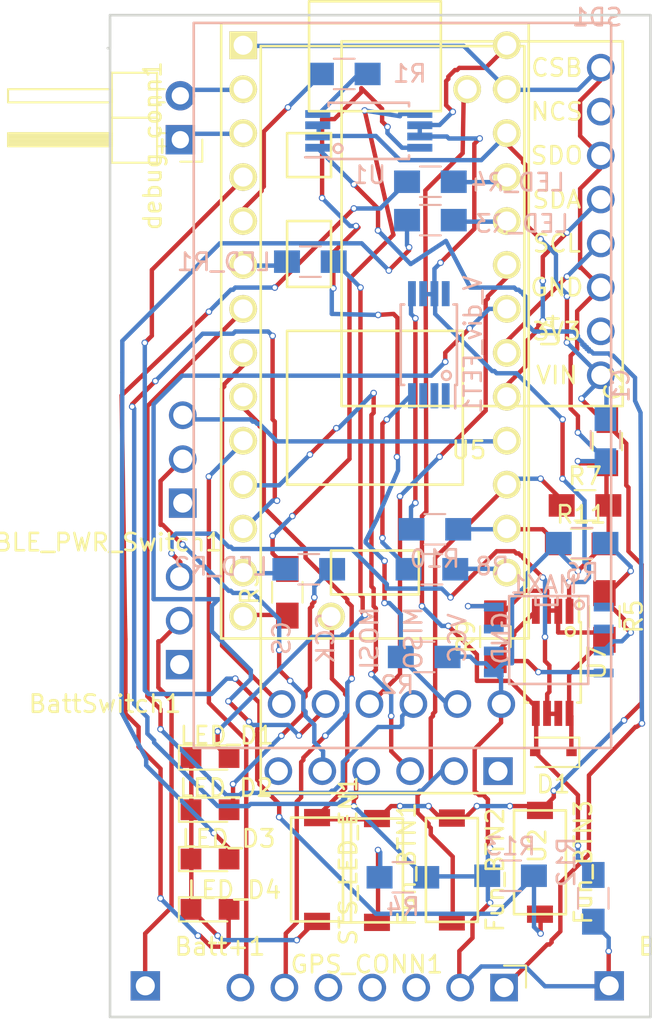
<source format=kicad_pcb>
(kicad_pcb (version 4) (host pcbnew 4.0.6)

  (general
    (links 92)
    (no_connects 0)
    (area 123.114999 60.884999 154.505001 118.945001)
    (thickness 1.6)
    (drawings 6)
    (tracks 931)
    (zones 0)
    (modules 42)
    (nets 46)
  )

  (page A4)
  (layers
    (0 F.Cu signal)
    (31 B.Cu signal)
    (32 B.Adhes user hide)
    (33 F.Adhes user hide)
    (34 B.Paste user hide)
    (35 F.Paste user hide)
    (36 B.SilkS user hide)
    (37 F.SilkS user hide)
    (38 B.Mask user hide)
    (39 F.Mask user hide)
    (40 Dwgs.User user hide)
    (41 Cmts.User user hide)
    (42 Eco1.User user hide)
    (43 Eco2.User user hide)
    (44 Edge.Cuts user)
    (45 Margin user hide)
    (46 B.CrtYd user hide)
    (47 F.CrtYd user hide)
    (48 B.Fab user hide)
    (49 F.Fab user hide)
  )

  (setup
    (last_trace_width 0.254)
    (trace_clearance 0.254)
    (zone_clearance 0.508)
    (zone_45_only no)
    (trace_min 0.1524)
    (segment_width 0.2)
    (edge_width 0.15)
    (via_size 0.381)
    (via_drill 0.254)
    (via_min_size 0.381)
    (via_min_drill 0.254)
    (user_via 0.508 0.3302)
    (user_via 0.889 0.508)
    (uvia_size 0.3)
    (uvia_drill 0.1)
    (uvias_allowed no)
    (uvia_min_size 0.2)
    (uvia_min_drill 0.1)
    (pcb_text_width 0.3)
    (pcb_text_size 1.5 1.5)
    (mod_edge_width 0.15)
    (mod_text_size 1 1)
    (mod_text_width 0.15)
    (pad_size 1.7 1.7)
    (pad_drill 1)
    (pad_to_mask_clearance 0.2)
    (aux_axis_origin 0 0)
    (grid_origin 135.84 90.41)
    (visible_elements 7FFEDFFF)
    (pcbplotparams
      (layerselection 0x00030_80000001)
      (usegerberextensions false)
      (excludeedgelayer true)
      (linewidth 0.100000)
      (plotframeref false)
      (viasonmask false)
      (mode 1)
      (useauxorigin false)
      (hpglpennumber 1)
      (hpglpenspeed 20)
      (hpglpendiameter 15)
      (hpglpenoverlay 2)
      (psnegative false)
      (psa4output false)
      (plotreference true)
      (plotvalue true)
      (plotinvisibletext false)
      (padsonsilk false)
      (subtractmaskfromsilk false)
      (outputformat 1)
      (mirror false)
      (drillshape 1)
      (scaleselection 1)
      (outputdirectory test))
  )

  (net 0 "")
  (net 1 GND)
  (net 2 +3V3)
  (net 3 "Net-(Batt+1-Pad1)")
  (net 4 +BATT)
  (net 5 "Net-(R3-Pad1)")
  (net 6 "Net-(SD1-Pad6)")
  (net 7 "Net-(SD1-Pad5)")
  (net 8 "Net-(SD1-Pad4)")
  (net 9 "Net-(SD1-Pad3)")
  (net 10 "Net-(MAX1-Pad4)")
  (net 11 "Net-(R1-Pad1)")
  (net 12 "Net-(R1-Pad2)")
  (net 13 "Net-(R2-Pad1)")
  (net 14 "Net-(R3-Pad2)")
  (net 15 "Net-(LED_D1-Pad2)")
  (net 16 "Net-(LED_D1-Pad1)")
  (net 17 "Net-(LED_D2-Pad2)")
  (net 18 "Net-(LED_D3-Pad2)")
  (net 19 "Net-(LED_D4-Pad2)")
  (net 20 "Net-(LED_R1-Pad2)")
  (net 21 "Net-(LED_R2-Pad2)")
  (net 22 "Net-(LED_R3-Pad2)")
  (net 23 "Net-(LED_R4-Pad2)")
  (net 24 "Net-(BattSwitch1-Pad3)")
  (net 25 "Net-(BLE_PWR_Switch1-Pad2)")
  (net 26 "Net-(BLE_PWR_Switch1-Pad3)")
  (net 27 "Net-(GPS_CONN1-Pad1)")
  (net 28 "Net-(GPS_CONN1-Pad6)")
  (net 29 "Net-(GPS_CONN1-Pad7)")
  (net 30 "Net-(Fun_BTN1-Pad1)")
  (net 31 /BattPostSwitch)
  (net 32 /USBPower+)
  (net 33 "Net-(U4-Pad3)")
  (net 34 "Net-(U4-Pad2)")
  (net 35 "Net-(Fun_BTN2-Pad1)")
  (net 36 "Net-(MAX1-Pad3)")
  (net 37 "Net-(R8-Pad1)")
  (net 38 "Net-(R8-Pad2)")
  (net 39 "Net-(R10-Pad1)")
  (net 40 "Net-(R10-Pad2)")
  (net 41 "Net-(U2-Pad2)")
  (net 42 "Net-(U2-Pad3)")
  (net 43 "Net-(U4-Pad25)")
  (net 44 "Net-(U4-Pad26)")
  (net 45 "Net-(Fun_BTN3-Pad1)")

  (net_class Default "This is the default net class."
    (clearance 0.254)
    (trace_width 0.254)
    (via_dia 0.381)
    (via_drill 0.254)
    (uvia_dia 0.3)
    (uvia_drill 0.1)
    (add_net +3V3)
    (add_net +BATT)
    (add_net /BattPostSwitch)
    (add_net /USBPower+)
    (add_net GND)
    (add_net "Net-(BLE_PWR_Switch1-Pad2)")
    (add_net "Net-(BLE_PWR_Switch1-Pad3)")
    (add_net "Net-(Batt+1-Pad1)")
    (add_net "Net-(BattSwitch1-Pad3)")
    (add_net "Net-(Fun_BTN1-Pad1)")
    (add_net "Net-(Fun_BTN2-Pad1)")
    (add_net "Net-(Fun_BTN3-Pad1)")
    (add_net "Net-(GPS_CONN1-Pad1)")
    (add_net "Net-(GPS_CONN1-Pad6)")
    (add_net "Net-(GPS_CONN1-Pad7)")
    (add_net "Net-(LED_D1-Pad1)")
    (add_net "Net-(LED_D1-Pad2)")
    (add_net "Net-(LED_D2-Pad2)")
    (add_net "Net-(LED_D3-Pad2)")
    (add_net "Net-(LED_D4-Pad2)")
    (add_net "Net-(LED_R1-Pad2)")
    (add_net "Net-(LED_R2-Pad2)")
    (add_net "Net-(LED_R3-Pad2)")
    (add_net "Net-(LED_R4-Pad2)")
    (add_net "Net-(MAX1-Pad3)")
    (add_net "Net-(MAX1-Pad4)")
    (add_net "Net-(R1-Pad1)")
    (add_net "Net-(R1-Pad2)")
    (add_net "Net-(R10-Pad1)")
    (add_net "Net-(R10-Pad2)")
    (add_net "Net-(R2-Pad1)")
    (add_net "Net-(R3-Pad1)")
    (add_net "Net-(R3-Pad2)")
    (add_net "Net-(R8-Pad1)")
    (add_net "Net-(R8-Pad2)")
    (add_net "Net-(SD1-Pad3)")
    (add_net "Net-(SD1-Pad4)")
    (add_net "Net-(SD1-Pad5)")
    (add_net "Net-(SD1-Pad6)")
    (add_net "Net-(U2-Pad2)")
    (add_net "Net-(U2-Pad3)")
    (add_net "Net-(U4-Pad2)")
    (add_net "Net-(U4-Pad25)")
    (add_net "Net-(U4-Pad26)")
    (add_net "Net-(U4-Pad3)")
  )

  (module EbayParts:TSSOP-8_4.4x3mm_Pitch0.65mm_custom (layer B.Cu) (tedit 58D38B89) (tstamp 595597F3)
    (at 138.15 67.65)
    (descr "8-Lead Plastic Thin Shrink Small Outline (ST)-4.4 mm Body [TSSOP] (see Microchip Packaging Specification 00000049BS.pdf)")
    (tags "SSOP 0.65")
    (path /58F26970)
    (attr smd)
    (fp_text reference U1 (at 0 2.55) (layer B.SilkS)
      (effects (font (size 1 1) (thickness 0.15)) (justify mirror))
    )
    (fp_text value Si6943DQ (at 0 -2.55) (layer B.Fab)
      (effects (font (size 1 1) (thickness 0.15)) (justify mirror))
    )
    (fp_circle (center -1.778 1.016) (end -1.524 1.016) (layer B.SilkS) (width 0.15))
    (fp_line (start -1.2 1.5) (end 2.2 1.5) (layer B.Fab) (width 0.15))
    (fp_line (start 2.2 1.5) (end 2.2 -1.5) (layer B.Fab) (width 0.15))
    (fp_line (start 2.2 -1.5) (end -2.2 -1.5) (layer B.Fab) (width 0.15))
    (fp_line (start -2.2 -1.5) (end -2.2 0.5) (layer B.Fab) (width 0.15))
    (fp_line (start -2.2 0.5) (end -1.2 1.5) (layer B.Fab) (width 0.15))
    (fp_line (start -3.95 1.8) (end -3.95 -1.8) (layer B.CrtYd) (width 0.05))
    (fp_line (start 3.95 1.8) (end 3.95 -1.8) (layer B.CrtYd) (width 0.05))
    (fp_line (start -3.95 1.8) (end 3.95 1.8) (layer B.CrtYd) (width 0.05))
    (fp_line (start -3.95 -1.8) (end 3.95 -1.8) (layer B.CrtYd) (width 0.05))
    (fp_line (start -2.325 1.625) (end -2.325 1.525) (layer B.SilkS) (width 0.15))
    (fp_line (start 2.325 1.625) (end 2.325 1.425) (layer B.SilkS) (width 0.15))
    (fp_line (start 2.325 -1.625) (end 2.325 -1.425) (layer B.SilkS) (width 0.15))
    (fp_line (start -2.325 -1.625) (end -2.325 -1.425) (layer B.SilkS) (width 0.15))
    (fp_line (start -2.325 1.625) (end 2.325 1.625) (layer B.SilkS) (width 0.15))
    (fp_line (start -2.325 -1.625) (end 2.325 -1.625) (layer B.SilkS) (width 0.15))
    (fp_line (start -2.325 1.525) (end -3.675 1.525) (layer B.SilkS) (width 0.15))
    (pad 1 smd rect (at -2.95 0.975) (size 1.45 0.45) (layers B.Cu B.Paste B.Mask)
      (net 27 "Net-(GPS_CONN1-Pad1)"))
    (pad 2 smd rect (at -2.95 0.325) (size 1.45 0.45) (layers B.Cu B.Paste B.Mask)
      (net 2 +3V3))
    (pad 3 smd rect (at -2.95 -0.325) (size 1.45 0.45) (layers B.Cu B.Paste B.Mask)
      (net 2 +3V3))
    (pad 4 smd rect (at -2.95 -0.975) (size 1.45 0.45) (layers B.Cu B.Paste B.Mask)
      (net 11 "Net-(R1-Pad1)"))
    (pad 5 smd rect (at 2.95 -0.975) (size 1.45 0.45) (layers B.Cu B.Paste B.Mask)
      (net 14 "Net-(R3-Pad2)"))
    (pad 6 smd rect (at 2.95 -0.325) (size 1.45 0.45) (layers B.Cu B.Paste B.Mask)
      (net 4 +BATT))
    (pad 7 smd rect (at 2.95 0.325) (size 1.45 0.45) (layers B.Cu B.Paste B.Mask)
      (net 4 +BATT))
    (pad 8 smd rect (at 2.95 0.975) (size 1.45 0.45) (layers B.Cu B.Paste B.Mask)
      (net 13 "Net-(R2-Pad1)"))
    (model Housings_SSOP.3dshapes/TSSOP-8_4.4x3mm_Pitch0.65mm.wrl
      (at (xyz 0 0 0))
      (scale (xyz 1 1 1))
      (rotate (xyz 0 0 0))
    )
  )

  (module Capacitors_SMD:C_0805_HandSoldering (layer B.Cu) (tedit 5913D54F) (tstamp 58EF18DC)
    (at 151.83 85.5 270)
    (descr "Capacitor SMD 0805, hand soldering")
    (tags "capacitor 0805")
    (path /58C7CCD2)
    (attr smd)
    (fp_text reference C1 (at -3.1242 -0.8763 270) (layer B.SilkS)
      (effects (font (size 1 1) (thickness 0.15)) (justify mirror))
    )
    (fp_text value 82nF (at 0 -1.75 270) (layer B.Fab)
      (effects (font (size 1 1) (thickness 0.15)) (justify mirror))
    )
    (fp_text user %R (at 0 1.75 270) (layer B.Fab)
      (effects (font (size 1 1) (thickness 0.15)) (justify mirror))
    )
    (fp_line (start -1 -0.62) (end -1 0.62) (layer B.Fab) (width 0.1))
    (fp_line (start 1 -0.62) (end -1 -0.62) (layer B.Fab) (width 0.1))
    (fp_line (start 1 0.62) (end 1 -0.62) (layer B.Fab) (width 0.1))
    (fp_line (start -1 0.62) (end 1 0.62) (layer B.Fab) (width 0.1))
    (fp_line (start 0.5 0.85) (end -0.5 0.85) (layer B.SilkS) (width 0.12))
    (fp_line (start -0.5 -0.85) (end 0.5 -0.85) (layer B.SilkS) (width 0.12))
    (fp_line (start -2.25 0.88) (end 2.25 0.88) (layer B.CrtYd) (width 0.05))
    (fp_line (start -2.25 0.88) (end -2.25 -0.87) (layer B.CrtYd) (width 0.05))
    (fp_line (start 2.25 -0.87) (end 2.25 0.88) (layer B.CrtYd) (width 0.05))
    (fp_line (start 2.25 -0.87) (end -2.25 -0.87) (layer B.CrtYd) (width 0.05))
    (pad 1 smd rect (at -1.25 0 270) (size 1.5 1.25) (layers B.Cu B.Paste B.Mask)
      (net 2 +3V3))
    (pad 2 smd rect (at 1.25 0 270) (size 1.5 1.25) (layers B.Cu B.Paste B.Mask)
      (net 1 GND))
    (model Capacitors_SMD.3dshapes/C_0805.wrl
      (at (xyz 0 0 0))
      (scale (xyz 1 1 1))
      (rotate (xyz 0 0 0))
    )
  )

  (module Capacitors_SMD:C_0805_HandSoldering (layer F.Cu) (tedit 5913D552) (tstamp 58EF18E2)
    (at 151.94 85.61 270)
    (descr "Capacitor SMD 0805, hand soldering")
    (tags "capacitor 0805")
    (path /58C7CE8C)
    (attr smd)
    (fp_text reference C2 (at -3.35026 -0.35814 270) (layer F.SilkS)
      (effects (font (size 1 1) (thickness 0.15)))
    )
    (fp_text value 2.2uF (at 0 1.75 270) (layer F.Fab)
      (effects (font (size 1 1) (thickness 0.15)))
    )
    (fp_text user %R (at 0 -1.75 270) (layer F.Fab)
      (effects (font (size 1 1) (thickness 0.15)))
    )
    (fp_line (start -1 0.62) (end -1 -0.62) (layer F.Fab) (width 0.1))
    (fp_line (start 1 0.62) (end -1 0.62) (layer F.Fab) (width 0.1))
    (fp_line (start 1 -0.62) (end 1 0.62) (layer F.Fab) (width 0.1))
    (fp_line (start -1 -0.62) (end 1 -0.62) (layer F.Fab) (width 0.1))
    (fp_line (start 0.5 -0.85) (end -0.5 -0.85) (layer F.SilkS) (width 0.12))
    (fp_line (start -0.5 0.85) (end 0.5 0.85) (layer F.SilkS) (width 0.12))
    (fp_line (start -2.25 -0.88) (end 2.25 -0.88) (layer F.CrtYd) (width 0.05))
    (fp_line (start -2.25 -0.88) (end -2.25 0.87) (layer F.CrtYd) (width 0.05))
    (fp_line (start 2.25 0.87) (end 2.25 -0.88) (layer F.CrtYd) (width 0.05))
    (fp_line (start 2.25 0.87) (end -2.25 0.87) (layer F.CrtYd) (width 0.05))
    (pad 1 smd rect (at -1.25 0 270) (size 1.5 1.25) (layers F.Cu F.Paste F.Mask)
      (net 2 +3V3))
    (pad 2 smd rect (at 1.25 0 270) (size 1.5 1.25) (layers F.Cu F.Paste F.Mask)
      (net 1 GND))
    (model Capacitors_SMD.3dshapes/C_0805.wrl
      (at (xyz 0 0 0))
      (scale (xyz 1 1 1))
      (rotate (xyz 0 0 0))
    )
  )

  (module Resistors_SMD:R_0805_HandSoldering (layer B.Cu) (tedit 5913D54B) (tstamp 58EF1918)
    (at 136.73 64.36 180)
    (descr "Resistor SMD 0805, hand soldering")
    (tags "resistor 0805")
    (path /58CE2A45)
    (attr smd)
    (fp_text reference R1 (at -3.7846 0.01524 180) (layer B.SilkS)
      (effects (font (size 1 1) (thickness 0.15)) (justify mirror))
    )
    (fp_text value 10k (at 0 -1.75 180) (layer B.Fab)
      (effects (font (size 1 1) (thickness 0.15)) (justify mirror))
    )
    (fp_text user %R (at 0 0 180) (layer B.Fab)
      (effects (font (size 0.5 0.5) (thickness 0.075)) (justify mirror))
    )
    (fp_line (start -1 -0.62) (end -1 0.62) (layer B.Fab) (width 0.1))
    (fp_line (start 1 -0.62) (end -1 -0.62) (layer B.Fab) (width 0.1))
    (fp_line (start 1 0.62) (end 1 -0.62) (layer B.Fab) (width 0.1))
    (fp_line (start -1 0.62) (end 1 0.62) (layer B.Fab) (width 0.1))
    (fp_line (start 0.6 -0.88) (end -0.6 -0.88) (layer B.SilkS) (width 0.12))
    (fp_line (start -0.6 0.88) (end 0.6 0.88) (layer B.SilkS) (width 0.12))
    (fp_line (start -2.35 0.9) (end 2.35 0.9) (layer B.CrtYd) (width 0.05))
    (fp_line (start -2.35 0.9) (end -2.35 -0.9) (layer B.CrtYd) (width 0.05))
    (fp_line (start 2.35 -0.9) (end 2.35 0.9) (layer B.CrtYd) (width 0.05))
    (fp_line (start 2.35 -0.9) (end -2.35 -0.9) (layer B.CrtYd) (width 0.05))
    (pad 1 smd rect (at -1.35 0 180) (size 1.5 1.3) (layers B.Cu B.Paste B.Mask)
      (net 11 "Net-(R1-Pad1)"))
    (pad 2 smd rect (at 1.35 0 180) (size 1.5 1.3) (layers B.Cu B.Paste B.Mask)
      (net 12 "Net-(R1-Pad2)"))
    (model ${KISYS3DMOD}/Resistors_SMD.3dshapes/R_0805.wrl
      (at (xyz 0 0 0))
      (scale (xyz 1 1 1))
      (rotate (xyz 0 0 0))
    )
  )

  (module Resistors_SMD:R_0805_HandSoldering (layer B.Cu) (tedit 5913D445) (tstamp 58EF191E)
    (at 141.35 98.06)
    (descr "Resistor SMD 0805, hand soldering")
    (tags "resistor 0805")
    (path /58CE59D8)
    (attr smd)
    (fp_text reference R2 (at -1.5494 1.6129 180) (layer B.SilkS)
      (effects (font (size 1 1) (thickness 0.15)) (justify mirror))
    )
    (fp_text value 100k (at 0 -1.75) (layer B.Fab)
      (effects (font (size 1 1) (thickness 0.15)) (justify mirror))
    )
    (fp_text user %R (at 0 0) (layer B.Fab)
      (effects (font (size 0.5 0.5) (thickness 0.075)) (justify mirror))
    )
    (fp_line (start -1 -0.62) (end -1 0.62) (layer B.Fab) (width 0.1))
    (fp_line (start 1 -0.62) (end -1 -0.62) (layer B.Fab) (width 0.1))
    (fp_line (start 1 0.62) (end 1 -0.62) (layer B.Fab) (width 0.1))
    (fp_line (start -1 0.62) (end 1 0.62) (layer B.Fab) (width 0.1))
    (fp_line (start 0.6 -0.88) (end -0.6 -0.88) (layer B.SilkS) (width 0.12))
    (fp_line (start -0.6 0.88) (end 0.6 0.88) (layer B.SilkS) (width 0.12))
    (fp_line (start -2.35 0.9) (end 2.35 0.9) (layer B.CrtYd) (width 0.05))
    (fp_line (start -2.35 0.9) (end -2.35 -0.9) (layer B.CrtYd) (width 0.05))
    (fp_line (start 2.35 -0.9) (end 2.35 0.9) (layer B.CrtYd) (width 0.05))
    (fp_line (start 2.35 -0.9) (end -2.35 -0.9) (layer B.CrtYd) (width 0.05))
    (pad 1 smd rect (at -1.35 0) (size 1.5 1.3) (layers B.Cu B.Paste B.Mask)
      (net 13 "Net-(R2-Pad1)"))
    (pad 2 smd rect (at 1.35 0) (size 1.5 1.3) (layers B.Cu B.Paste B.Mask)
      (net 1 GND))
    (model ${KISYS3DMOD}/Resistors_SMD.3dshapes/R_0805.wrl
      (at (xyz 0 0 0))
      (scale (xyz 1 1 1))
      (rotate (xyz 0 0 0))
    )
  )

  (module Resistors_SMD:R_0805_HandSoldering (layer F.Cu) (tedit 590E06D4) (tstamp 58EF1924)
    (at 133.44 94.32 90)
    (descr "Resistor SMD 0805, hand soldering")
    (tags "resistor 0805")
    (path /58CE85D8)
    (attr smd)
    (fp_text reference R3 (at 0.254 -2.1844 90) (layer F.SilkS)
      (effects (font (size 1 1) (thickness 0.15)))
    )
    (fp_text value 10k (at 0 1.75 90) (layer F.Fab)
      (effects (font (size 1 1) (thickness 0.15)))
    )
    (fp_text user %R (at 0 0 90) (layer F.Fab)
      (effects (font (size 0.5 0.5) (thickness 0.075)))
    )
    (fp_line (start -1 0.62) (end -1 -0.62) (layer F.Fab) (width 0.1))
    (fp_line (start 1 0.62) (end -1 0.62) (layer F.Fab) (width 0.1))
    (fp_line (start 1 -0.62) (end 1 0.62) (layer F.Fab) (width 0.1))
    (fp_line (start -1 -0.62) (end 1 -0.62) (layer F.Fab) (width 0.1))
    (fp_line (start 0.6 0.88) (end -0.6 0.88) (layer F.SilkS) (width 0.12))
    (fp_line (start -0.6 -0.88) (end 0.6 -0.88) (layer F.SilkS) (width 0.12))
    (fp_line (start -2.35 -0.9) (end 2.35 -0.9) (layer F.CrtYd) (width 0.05))
    (fp_line (start -2.35 -0.9) (end -2.35 0.9) (layer F.CrtYd) (width 0.05))
    (fp_line (start 2.35 0.9) (end 2.35 -0.9) (layer F.CrtYd) (width 0.05))
    (fp_line (start 2.35 0.9) (end -2.35 0.9) (layer F.CrtYd) (width 0.05))
    (pad 1 smd rect (at -1.35 0 90) (size 1.5 1.3) (layers F.Cu F.Paste F.Mask)
      (net 5 "Net-(R3-Pad1)"))
    (pad 2 smd rect (at 1.35 0 90) (size 1.5 1.3) (layers F.Cu F.Paste F.Mask)
      (net 14 "Net-(R3-Pad2)"))
    (model ${KISYS3DMOD}/Resistors_SMD.3dshapes/R_0805.wrl
      (at (xyz 0 0 0))
      (scale (xyz 1 1 1))
      (rotate (xyz 0 0 0))
    )
  )

  (module Resistors_SMD:R_0805_HandSoldering (layer B.Cu) (tedit 58E0A804) (tstamp 58EF1936)
    (at 150.48 91.48)
    (descr "Resistor SMD 0805, hand soldering")
    (tags "resistor 0805")
    (path /58D44E32)
    (attr smd)
    (fp_text reference R6 (at 0 1.7) (layer B.SilkS)
      (effects (font (size 1 1) (thickness 0.15)) (justify mirror))
    )
    (fp_text value 56k (at 0 -1.75) (layer B.Fab)
      (effects (font (size 1 1) (thickness 0.15)) (justify mirror))
    )
    (fp_text user %R (at 0 0) (layer B.Fab)
      (effects (font (size 0.5 0.5) (thickness 0.075)) (justify mirror))
    )
    (fp_line (start -1 -0.62) (end -1 0.62) (layer B.Fab) (width 0.1))
    (fp_line (start 1 -0.62) (end -1 -0.62) (layer B.Fab) (width 0.1))
    (fp_line (start 1 0.62) (end 1 -0.62) (layer B.Fab) (width 0.1))
    (fp_line (start -1 0.62) (end 1 0.62) (layer B.Fab) (width 0.1))
    (fp_line (start 0.6 -0.88) (end -0.6 -0.88) (layer B.SilkS) (width 0.12))
    (fp_line (start -0.6 0.88) (end 0.6 0.88) (layer B.SilkS) (width 0.12))
    (fp_line (start -2.35 0.9) (end 2.35 0.9) (layer B.CrtYd) (width 0.05))
    (fp_line (start -2.35 0.9) (end -2.35 -0.9) (layer B.CrtYd) (width 0.05))
    (fp_line (start 2.35 -0.9) (end 2.35 0.9) (layer B.CrtYd) (width 0.05))
    (fp_line (start 2.35 -0.9) (end -2.35 -0.9) (layer B.CrtYd) (width 0.05))
    (pad 1 smd rect (at -1.35 0) (size 1.5 1.3) (layers B.Cu B.Paste B.Mask)
      (net 1 GND))
    (pad 2 smd rect (at 1.35 0) (size 1.5 1.3) (layers B.Cu B.Paste B.Mask)
      (net 36 "Net-(MAX1-Pad3)"))
    (model ${KISYS3DMOD}/Resistors_SMD.3dshapes/R_0805.wrl
      (at (xyz 0 0 0))
      (scale (xyz 1 1 1))
      (rotate (xyz 0 0 0))
    )
  )

  (module Resistors_SMD:R_0805_HandSoldering (layer B.Cu) (tedit 5913D436) (tstamp 58EF1942)
    (at 141.8 92.99)
    (descr "Resistor SMD 0805, hand soldering")
    (tags "resistor 0805")
    (path /58D27FE9)
    (attr smd)
    (fp_text reference R8 (at 3.4925 -0.16764) (layer B.SilkS)
      (effects (font (size 1 1) (thickness 0.15)) (justify mirror))
    )
    (fp_text value 10k (at 0 -1.75) (layer B.Fab)
      (effects (font (size 1 1) (thickness 0.15)) (justify mirror))
    )
    (fp_text user %R (at 0 0) (layer B.Fab)
      (effects (font (size 0.5 0.5) (thickness 0.075)) (justify mirror))
    )
    (fp_line (start -1 -0.62) (end -1 0.62) (layer B.Fab) (width 0.1))
    (fp_line (start 1 -0.62) (end -1 -0.62) (layer B.Fab) (width 0.1))
    (fp_line (start 1 0.62) (end 1 -0.62) (layer B.Fab) (width 0.1))
    (fp_line (start -1 0.62) (end 1 0.62) (layer B.Fab) (width 0.1))
    (fp_line (start 0.6 -0.88) (end -0.6 -0.88) (layer B.SilkS) (width 0.12))
    (fp_line (start -0.6 0.88) (end 0.6 0.88) (layer B.SilkS) (width 0.12))
    (fp_line (start -2.35 0.9) (end 2.35 0.9) (layer B.CrtYd) (width 0.05))
    (fp_line (start -2.35 0.9) (end -2.35 -0.9) (layer B.CrtYd) (width 0.05))
    (fp_line (start 2.35 -0.9) (end 2.35 0.9) (layer B.CrtYd) (width 0.05))
    (fp_line (start 2.35 -0.9) (end -2.35 -0.9) (layer B.CrtYd) (width 0.05))
    (pad 1 smd rect (at -1.35 0) (size 1.5 1.3) (layers B.Cu B.Paste B.Mask)
      (net 37 "Net-(R8-Pad1)"))
    (pad 2 smd rect (at 1.35 0) (size 1.5 1.3) (layers B.Cu B.Paste B.Mask)
      (net 38 "Net-(R8-Pad2)"))
    (model ${KISYS3DMOD}/Resistors_SMD.3dshapes/R_0805.wrl
      (at (xyz 0 0 0))
      (scale (xyz 1 1 1))
      (rotate (xyz 0 0 0))
    )
  )

  (module Resistors_SMD:R_0805_HandSoldering (layer B.Cu) (tedit 5913D69A) (tstamp 58EF1954)
    (at 151.13 112.01 90)
    (descr "Resistor SMD 0805, hand soldering")
    (tags "resistor 0805")
    (path /58D1E754)
    (attr smd)
    (fp_text reference R12 (at 2.0955 -1.56464 90) (layer B.SilkS)
      (effects (font (size 1 1) (thickness 0.15)) (justify mirror))
    )
    (fp_text value 100k (at 0 -1.75 90) (layer B.Fab)
      (effects (font (size 1 1) (thickness 0.15)) (justify mirror))
    )
    (fp_text user %R (at 0 0 90) (layer B.Fab)
      (effects (font (size 0.5 0.5) (thickness 0.075)) (justify mirror))
    )
    (fp_line (start -1 -0.62) (end -1 0.62) (layer B.Fab) (width 0.1))
    (fp_line (start 1 -0.62) (end -1 -0.62) (layer B.Fab) (width 0.1))
    (fp_line (start 1 0.62) (end 1 -0.62) (layer B.Fab) (width 0.1))
    (fp_line (start -1 0.62) (end 1 0.62) (layer B.Fab) (width 0.1))
    (fp_line (start 0.6 -0.88) (end -0.6 -0.88) (layer B.SilkS) (width 0.12))
    (fp_line (start -0.6 0.88) (end 0.6 0.88) (layer B.SilkS) (width 0.12))
    (fp_line (start -2.35 0.9) (end 2.35 0.9) (layer B.CrtYd) (width 0.05))
    (fp_line (start -2.35 0.9) (end -2.35 -0.9) (layer B.CrtYd) (width 0.05))
    (fp_line (start 2.35 -0.9) (end 2.35 0.9) (layer B.CrtYd) (width 0.05))
    (fp_line (start 2.35 -0.9) (end -2.35 -0.9) (layer B.CrtYd) (width 0.05))
    (pad 1 smd rect (at -1.35 0 90) (size 1.5 1.3) (layers B.Cu B.Paste B.Mask)
      (net 1 GND))
    (pad 2 smd rect (at 1.35 0 90) (size 1.5 1.3) (layers B.Cu B.Paste B.Mask)
      (net 32 /USBPower+))
    (model ${KISYS3DMOD}/Resistors_SMD.3dshapes/R_0805.wrl
      (at (xyz 0 0 0))
      (scale (xyz 1 1 1))
      (rotate (xyz 0 0 0))
    )
  )

  (module EbayParts:SDCard_Breakout (layer B.Cu) (tedit 5913D423) (tstamp 58EF1964)
    (at 152.16 61.41 270)
    (path /58C79E1B)
    (fp_text reference SD1 (at -0.32258 0.8001 540) (layer B.SilkS)
      (effects (font (size 1 1) (thickness 0.15)) (justify mirror))
    )
    (fp_text value SDCard_Breakout (at 10.16 25.9 270) (layer B.Fab)
      (effects (font (size 1 1) (thickness 0.15)) (justify mirror))
    )
    (fp_text user GND (at 35.56 6.35 270) (layer B.SilkS)
      (effects (font (size 1 1) (thickness 0.15)) (justify mirror))
    )
    (fp_text user VCC (at 35.56 8.89 270) (layer B.SilkS)
      (effects (font (size 1 1) (thickness 0.15)) (justify mirror))
    )
    (fp_text user MISO (at 35.56 11.43 270) (layer B.SilkS)
      (effects (font (size 1 1) (thickness 0.15)) (justify mirror))
    )
    (fp_text user MOSI (at 35.56 13.97 270) (layer B.SilkS)
      (effects (font (size 1 1) (thickness 0.15)) (justify mirror))
    )
    (fp_text user SCK (at 35.56 16.51 270) (layer B.SilkS)
      (effects (font (size 1 1) (thickness 0.15)) (justify mirror))
    )
    (fp_text user CS (at 35.56 19.05 270) (layer B.SilkS)
      (effects (font (size 1 1) (thickness 0.15)) (justify mirror))
    )
    (fp_line (start 0 0) (end 0 24.13) (layer B.SilkS) (width 0.15))
    (fp_line (start 0 24.13) (end 41.91 24.13) (layer B.SilkS) (width 0.15))
    (fp_line (start 41.91 24.13) (end 41.91 0) (layer B.SilkS) (width 0.15))
    (fp_line (start 41.91 0) (end 0 0) (layer B.SilkS) (width 0.15))
    (pad 6 thru_hole circle (at 39.37 19.05 270) (size 1.6 1.6) (drill 1.1) (layers *.Cu *.Mask)
      (net 6 "Net-(SD1-Pad6)"))
    (pad 5 thru_hole circle (at 39.37 16.51 270) (size 1.6 1.6) (drill 1.1) (layers *.Cu *.Mask)
      (net 7 "Net-(SD1-Pad5)"))
    (pad 4 thru_hole circle (at 39.37 13.97 270) (size 1.6 1.6) (drill 1.1) (layers *.Cu *.Mask)
      (net 8 "Net-(SD1-Pad4)"))
    (pad 3 thru_hole circle (at 39.37 11.43 270) (size 1.6 1.6) (drill 1.1) (layers *.Cu *.Mask)
      (net 9 "Net-(SD1-Pad3)"))
    (pad 2 thru_hole circle (at 39.37 8.89 270) (size 1.6 1.6) (drill 1.1) (layers *.Cu *.Mask)
      (net 13 "Net-(R2-Pad1)"))
    (pad 1 thru_hole circle (at 39.37 6.35 270) (size 1.6 1.6) (drill 1.1) (layers *.Cu *.Mask)
      (net 1 GND))
  )

  (module EbayParts:TSSOP-8_4.4x3mm_Pitch0.65mm_custom (layer B.Cu) (tedit 58D38B89) (tstamp 58EF19EC)
    (at 141.62 80.01 90)
    (descr "8-Lead Plastic Thin Shrink Small Outline (ST)-4.4 mm Body [TSSOP] (see Microchip Packaging Specification 00000049BS.pdf)")
    (tags "SSOP 0.65")
    (path /58D267E6)
    (attr smd)
    (fp_text reference V_div_FET1 (at 0 2.55 90) (layer B.SilkS)
      (effects (font (size 1 1) (thickness 0.15)) (justify mirror))
    )
    (fp_text value VDiv_FDW254p (at 0 -2.55 90) (layer B.Fab)
      (effects (font (size 1 1) (thickness 0.15)) (justify mirror))
    )
    (fp_circle (center -1.778 1.016) (end -1.524 1.016) (layer B.SilkS) (width 0.15))
    (fp_line (start -1.2 1.5) (end 2.2 1.5) (layer B.Fab) (width 0.15))
    (fp_line (start 2.2 1.5) (end 2.2 -1.5) (layer B.Fab) (width 0.15))
    (fp_line (start 2.2 -1.5) (end -2.2 -1.5) (layer B.Fab) (width 0.15))
    (fp_line (start -2.2 -1.5) (end -2.2 0.5) (layer B.Fab) (width 0.15))
    (fp_line (start -2.2 0.5) (end -1.2 1.5) (layer B.Fab) (width 0.15))
    (fp_line (start -3.95 1.8) (end -3.95 -1.8) (layer B.CrtYd) (width 0.05))
    (fp_line (start 3.95 1.8) (end 3.95 -1.8) (layer B.CrtYd) (width 0.05))
    (fp_line (start -3.95 1.8) (end 3.95 1.8) (layer B.CrtYd) (width 0.05))
    (fp_line (start -3.95 -1.8) (end 3.95 -1.8) (layer B.CrtYd) (width 0.05))
    (fp_line (start -2.325 1.625) (end -2.325 1.525) (layer B.SilkS) (width 0.15))
    (fp_line (start 2.325 1.625) (end 2.325 1.425) (layer B.SilkS) (width 0.15))
    (fp_line (start 2.325 -1.625) (end 2.325 -1.425) (layer B.SilkS) (width 0.15))
    (fp_line (start -2.325 -1.625) (end -2.325 -1.425) (layer B.SilkS) (width 0.15))
    (fp_line (start -2.325 1.625) (end 2.325 1.625) (layer B.SilkS) (width 0.15))
    (fp_line (start -2.325 -1.625) (end 2.325 -1.625) (layer B.SilkS) (width 0.15))
    (fp_line (start -2.325 1.525) (end -3.675 1.525) (layer B.SilkS) (width 0.15))
    (pad 1 smd rect (at -2.95 0.975 90) (size 1.45 0.45) (layers B.Cu B.Paste B.Mask))
    (pad 2 smd rect (at -2.95 0.325 90) (size 1.45 0.45) (layers B.Cu B.Paste B.Mask))
    (pad 3 smd rect (at -2.95 -0.325 90) (size 1.45 0.45) (layers B.Cu B.Paste B.Mask))
    (pad 4 smd rect (at -2.95 -0.975 90) (size 1.45 0.45) (layers B.Cu B.Paste B.Mask)
      (net 37 "Net-(R8-Pad1)"))
    (pad 5 smd rect (at 2.95 -0.975 90) (size 1.45 0.45) (layers B.Cu B.Paste B.Mask)
      (net 39 "Net-(R10-Pad1)"))
    (pad 6 smd rect (at 2.95 -0.325 90) (size 1.45 0.45) (layers B.Cu B.Paste B.Mask)
      (net 4 +BATT))
    (pad 7 smd rect (at 2.95 0.325 90) (size 1.45 0.45) (layers B.Cu B.Paste B.Mask)
      (net 4 +BATT))
    (pad 8 smd rect (at 2.95 0.975 90) (size 1.45 0.45) (layers B.Cu B.Paste B.Mask))
    (model Housings_SSOP.3dshapes/TSSOP-8_4.4x3mm_Pitch0.65mm.wrl
      (at (xyz 0 0 0))
      (scale (xyz 1 1 1))
      (rotate (xyz 0 0 0))
    )
  )

  (module EbayParts:SOIC-8-N (layer B.Cu) (tedit 5913D55E) (tstamp 590DFBE6)
    (at 148.55 97.08 270)
    (descr "Module Narrow CMS SOJ 8 pins large")
    (tags "CMS SOJ")
    (path /58D3E43D)
    (attr smd)
    (fp_text reference MAX1 (at -3.19532 0.2667 360) (layer B.SilkS)
      (effects (font (size 1 1) (thickness 0.15)) (justify mirror))
    )
    (fp_text value MAX8212 (at 0 -1.27 270) (layer B.Fab)
      (effects (font (size 1 1) (thickness 0.15)) (justify mirror))
    )
    (fp_circle (center -2.032 -1.778) (end -1.778 -1.778) (layer B.SilkS) (width 0.15))
    (fp_line (start -2.54 2.286) (end 2.54 2.286) (layer B.SilkS) (width 0.15))
    (fp_line (start 2.54 2.286) (end 2.54 -2.286) (layer B.SilkS) (width 0.15))
    (fp_line (start 2.54 -2.286) (end -2.54 -2.286) (layer B.SilkS) (width 0.15))
    (fp_line (start -2.54 -2.286) (end -2.54 2.286) (layer B.SilkS) (width 0.15))
    (fp_line (start -2.54 0.762) (end -2.032 0.762) (layer B.SilkS) (width 0.15))
    (fp_line (start -2.032 0.762) (end -2.032 -0.508) (layer B.SilkS) (width 0.15))
    (fp_line (start -2.032 -0.508) (end -2.54 -0.508) (layer B.SilkS) (width 0.15))
    (pad 8 smd rect (at -1.905 3.175 270) (size 0.508 1.143) (layers B.Cu B.Paste B.Mask)
      (net 31 /BattPostSwitch))
    (pad 7 smd rect (at -0.635 3.175 270) (size 0.508 1.143) (layers B.Cu B.Paste B.Mask))
    (pad 6 smd rect (at 0.635 3.175 270) (size 0.508 1.143) (layers B.Cu B.Paste B.Mask))
    (pad 5 smd rect (at 1.905 3.175 270) (size 0.508 1.143) (layers B.Cu B.Paste B.Mask)
      (net 1 GND))
    (pad 4 smd rect (at 1.905 -3.175 270) (size 0.508 1.143) (layers B.Cu B.Paste B.Mask)
      (net 10 "Net-(MAX1-Pad4)"))
    (pad 3 smd rect (at 0.635 -3.175 270) (size 0.508 1.143) (layers B.Cu B.Paste B.Mask)
      (net 36 "Net-(MAX1-Pad3)"))
    (pad 2 smd rect (at -0.635 -3.175 270) (size 0.508 1.143) (layers B.Cu B.Paste B.Mask))
    (pad 1 smd rect (at -1.905 -3.175 270) (size 0.508 1.143) (layers B.Cu B.Paste B.Mask))
    (model SMD_Packages.3dshapes/SOIC-8-N.wrl
      (at (xyz 0 0 0))
      (scale (xyz 0.5 0.38 0.5))
      (rotate (xyz 0 0 0))
    )
  )

  (module LEDs:LED_0805 (layer F.Cu) (tedit 590EB256) (tstamp 590E035C)
    (at 128.97168 103.87372)
    (descr "LED 0805 smd package")
    (tags "LED led 0805 SMD smd SMT smt smdled SMDLED smtled SMTLED")
    (path /590E1C0A)
    (attr smd)
    (fp_text reference LED_D1 (at 0.9652 -1.28016) (layer F.SilkS)
      (effects (font (size 1 1) (thickness 0.15)))
    )
    (fp_text value BLUE (at 0 1.55) (layer F.Fab)
      (effects (font (size 1 1) (thickness 0.15)))
    )
    (fp_line (start -1.8 -0.7) (end -1.8 0.7) (layer F.SilkS) (width 0.12))
    (fp_line (start -0.4 -0.4) (end -0.4 0.4) (layer F.Fab) (width 0.1))
    (fp_line (start -0.4 0) (end 0.2 -0.4) (layer F.Fab) (width 0.1))
    (fp_line (start 0.2 0.4) (end -0.4 0) (layer F.Fab) (width 0.1))
    (fp_line (start 0.2 -0.4) (end 0.2 0.4) (layer F.Fab) (width 0.1))
    (fp_line (start 1 0.6) (end -1 0.6) (layer F.Fab) (width 0.1))
    (fp_line (start 1 -0.6) (end 1 0.6) (layer F.Fab) (width 0.1))
    (fp_line (start -1 -0.6) (end 1 -0.6) (layer F.Fab) (width 0.1))
    (fp_line (start -1 0.6) (end -1 -0.6) (layer F.Fab) (width 0.1))
    (fp_line (start -1.8 0.7) (end 1 0.7) (layer F.SilkS) (width 0.12))
    (fp_line (start -1.8 -0.7) (end 1 -0.7) (layer F.SilkS) (width 0.12))
    (fp_line (start 1.95 -0.85) (end 1.95 0.85) (layer F.CrtYd) (width 0.05))
    (fp_line (start 1.95 0.85) (end -1.95 0.85) (layer F.CrtYd) (width 0.05))
    (fp_line (start -1.95 0.85) (end -1.95 -0.85) (layer F.CrtYd) (width 0.05))
    (fp_line (start -1.95 -0.85) (end 1.95 -0.85) (layer F.CrtYd) (width 0.05))
    (pad 2 smd rect (at 1.1 0 180) (size 1.2 1.2) (layers F.Cu F.Paste F.Mask)
      (net 15 "Net-(LED_D1-Pad2)"))
    (pad 1 smd rect (at -1.1 0 180) (size 1.2 1.2) (layers F.Cu F.Paste F.Mask)
      (net 16 "Net-(LED_D1-Pad1)"))
    (model LEDs.3dshapes/LED_0805.wrl
      (at (xyz 0 0 0))
      (scale (xyz 1 1 1))
      (rotate (xyz 0 0 180))
    )
  )

  (module LEDs:LED_0805 (layer F.Cu) (tedit 590EB252) (tstamp 590E0362)
    (at 128.97168 106.89124)
    (descr "LED 0805 smd package")
    (tags "LED led 0805 SMD smd SMT smt smdled SMDLED smtled SMTLED")
    (path /590E1D37)
    (attr smd)
    (fp_text reference LED_D2 (at 0.92964 -1.26492) (layer F.SilkS)
      (effects (font (size 1 1) (thickness 0.15)))
    )
    (fp_text value GREEN (at 0 1.55) (layer F.Fab)
      (effects (font (size 1 1) (thickness 0.15)))
    )
    (fp_line (start -1.8 -0.7) (end -1.8 0.7) (layer F.SilkS) (width 0.12))
    (fp_line (start -0.4 -0.4) (end -0.4 0.4) (layer F.Fab) (width 0.1))
    (fp_line (start -0.4 0) (end 0.2 -0.4) (layer F.Fab) (width 0.1))
    (fp_line (start 0.2 0.4) (end -0.4 0) (layer F.Fab) (width 0.1))
    (fp_line (start 0.2 -0.4) (end 0.2 0.4) (layer F.Fab) (width 0.1))
    (fp_line (start 1 0.6) (end -1 0.6) (layer F.Fab) (width 0.1))
    (fp_line (start 1 -0.6) (end 1 0.6) (layer F.Fab) (width 0.1))
    (fp_line (start -1 -0.6) (end 1 -0.6) (layer F.Fab) (width 0.1))
    (fp_line (start -1 0.6) (end -1 -0.6) (layer F.Fab) (width 0.1))
    (fp_line (start -1.8 0.7) (end 1 0.7) (layer F.SilkS) (width 0.12))
    (fp_line (start -1.8 -0.7) (end 1 -0.7) (layer F.SilkS) (width 0.12))
    (fp_line (start 1.95 -0.85) (end 1.95 0.85) (layer F.CrtYd) (width 0.05))
    (fp_line (start 1.95 0.85) (end -1.95 0.85) (layer F.CrtYd) (width 0.05))
    (fp_line (start -1.95 0.85) (end -1.95 -0.85) (layer F.CrtYd) (width 0.05))
    (fp_line (start -1.95 -0.85) (end 1.95 -0.85) (layer F.CrtYd) (width 0.05))
    (pad 2 smd rect (at 1.1 0 180) (size 1.2 1.2) (layers F.Cu F.Paste F.Mask)
      (net 17 "Net-(LED_D2-Pad2)"))
    (pad 1 smd rect (at -1.1 0 180) (size 1.2 1.2) (layers F.Cu F.Paste F.Mask)
      (net 16 "Net-(LED_D1-Pad1)"))
    (model LEDs.3dshapes/LED_0805.wrl
      (at (xyz 0 0 0))
      (scale (xyz 1 1 1))
      (rotate (xyz 0 0 180))
    )
  )

  (module LEDs:LED_0805 (layer F.Cu) (tedit 590EB24F) (tstamp 590E0368)
    (at 128.97168 109.74112)
    (descr "LED 0805 smd package")
    (tags "LED led 0805 SMD smd SMT smt smdled SMDLED smtled SMTLED")
    (path /590E1E01)
    (attr smd)
    (fp_text reference LED_D3 (at 1.07188 -1.1811) (layer F.SilkS)
      (effects (font (size 1 1) (thickness 0.15)))
    )
    (fp_text value RED (at 0 1.55) (layer F.Fab)
      (effects (font (size 1 1) (thickness 0.15)))
    )
    (fp_line (start -1.8 -0.7) (end -1.8 0.7) (layer F.SilkS) (width 0.12))
    (fp_line (start -0.4 -0.4) (end -0.4 0.4) (layer F.Fab) (width 0.1))
    (fp_line (start -0.4 0) (end 0.2 -0.4) (layer F.Fab) (width 0.1))
    (fp_line (start 0.2 0.4) (end -0.4 0) (layer F.Fab) (width 0.1))
    (fp_line (start 0.2 -0.4) (end 0.2 0.4) (layer F.Fab) (width 0.1))
    (fp_line (start 1 0.6) (end -1 0.6) (layer F.Fab) (width 0.1))
    (fp_line (start 1 -0.6) (end 1 0.6) (layer F.Fab) (width 0.1))
    (fp_line (start -1 -0.6) (end 1 -0.6) (layer F.Fab) (width 0.1))
    (fp_line (start -1 0.6) (end -1 -0.6) (layer F.Fab) (width 0.1))
    (fp_line (start -1.8 0.7) (end 1 0.7) (layer F.SilkS) (width 0.12))
    (fp_line (start -1.8 -0.7) (end 1 -0.7) (layer F.SilkS) (width 0.12))
    (fp_line (start 1.95 -0.85) (end 1.95 0.85) (layer F.CrtYd) (width 0.05))
    (fp_line (start 1.95 0.85) (end -1.95 0.85) (layer F.CrtYd) (width 0.05))
    (fp_line (start -1.95 0.85) (end -1.95 -0.85) (layer F.CrtYd) (width 0.05))
    (fp_line (start -1.95 -0.85) (end 1.95 -0.85) (layer F.CrtYd) (width 0.05))
    (pad 2 smd rect (at 1.1 0 180) (size 1.2 1.2) (layers F.Cu F.Paste F.Mask)
      (net 18 "Net-(LED_D3-Pad2)"))
    (pad 1 smd rect (at -1.1 0 180) (size 1.2 1.2) (layers F.Cu F.Paste F.Mask)
      (net 16 "Net-(LED_D1-Pad1)"))
    (model LEDs.3dshapes/LED_0805.wrl
      (at (xyz 0 0 0))
      (scale (xyz 1 1 1))
      (rotate (xyz 0 0 180))
    )
  )

  (module LEDs:LED_0805 (layer F.Cu) (tedit 5962F160) (tstamp 590E036E)
    (at 128.97168 112.64688)
    (descr "LED 0805 smd package")
    (tags "LED led 0805 SMD smd SMT smt smdled SMDLED smtled SMTLED")
    (path /590E205D)
    (attr smd)
    (fp_text reference LED_D4 (at 1.397 -1.1176) (layer F.SilkS)
      (effects (font (size 1 1) (thickness 0.15)))
    )
    (fp_text value ORANGE (at 0 1.55) (layer F.Fab)
      (effects (font (size 1 1) (thickness 0.15)))
    )
    (fp_line (start -1.8 -0.7) (end -1.8 0.7) (layer F.SilkS) (width 0.12))
    (fp_line (start -0.4 -0.4) (end -0.4 0.4) (layer F.Fab) (width 0.1))
    (fp_line (start -0.4 0) (end 0.2 -0.4) (layer F.Fab) (width 0.1))
    (fp_line (start 0.2 0.4) (end -0.4 0) (layer F.Fab) (width 0.1))
    (fp_line (start 0.2 -0.4) (end 0.2 0.4) (layer F.Fab) (width 0.1))
    (fp_line (start 1 0.6) (end -1 0.6) (layer F.Fab) (width 0.1))
    (fp_line (start 1 -0.6) (end 1 0.6) (layer F.Fab) (width 0.1))
    (fp_line (start -1 -0.6) (end 1 -0.6) (layer F.Fab) (width 0.1))
    (fp_line (start -1 0.6) (end -1 -0.6) (layer F.Fab) (width 0.1))
    (fp_line (start -1.8 0.7) (end 1 0.7) (layer F.SilkS) (width 0.12))
    (fp_line (start -1.8 -0.7) (end 1 -0.7) (layer F.SilkS) (width 0.12))
    (fp_line (start 1.95 -0.85) (end 1.95 0.85) (layer F.CrtYd) (width 0.05))
    (fp_line (start 1.95 0.85) (end -1.95 0.85) (layer F.CrtYd) (width 0.05))
    (fp_line (start -1.95 0.85) (end -1.95 -0.85) (layer F.CrtYd) (width 0.05))
    (fp_line (start -1.95 -0.85) (end 1.95 -0.85) (layer F.CrtYd) (width 0.05))
    (pad 2 smd rect (at 1.1 0 180) (size 1.2 1.2) (layers F.Cu F.Paste F.Mask)
      (net 19 "Net-(LED_D4-Pad2)"))
    (pad 1 smd rect (at -1.1 0 180) (size 1.2 1.2) (layers F.Cu F.Paste F.Mask)
      (net 16 "Net-(LED_D1-Pad1)"))
    (model LEDs.3dshapes/LED_0805.wrl
      (at (xyz 0 0 0))
      (scale (xyz 1 1 1))
      (rotate (xyz 0 0 180))
    )
  )

  (module Resistors_SMD:R_0805_HandSoldering (layer B.Cu) (tedit 5913D540) (tstamp 590E0374)
    (at 134.77 75.21 180)
    (descr "Resistor SMD 0805, hand soldering")
    (tags "resistor 0805")
    (path /590E6B16)
    (attr smd)
    (fp_text reference LED_R1 (at 5.0038 -0.02032 180) (layer B.SilkS)
      (effects (font (size 1 1) (thickness 0.15)) (justify mirror))
    )
    (fp_text value 5.6 (at 0 -1.75 180) (layer B.Fab)
      (effects (font (size 1 1) (thickness 0.15)) (justify mirror))
    )
    (fp_text user %R (at 0 0 180) (layer B.Fab)
      (effects (font (size 0.5 0.5) (thickness 0.075)) (justify mirror))
    )
    (fp_line (start -1 -0.62) (end -1 0.62) (layer B.Fab) (width 0.1))
    (fp_line (start 1 -0.62) (end -1 -0.62) (layer B.Fab) (width 0.1))
    (fp_line (start 1 0.62) (end 1 -0.62) (layer B.Fab) (width 0.1))
    (fp_line (start -1 0.62) (end 1 0.62) (layer B.Fab) (width 0.1))
    (fp_line (start 0.6 -0.88) (end -0.6 -0.88) (layer B.SilkS) (width 0.12))
    (fp_line (start -0.6 0.88) (end 0.6 0.88) (layer B.SilkS) (width 0.12))
    (fp_line (start -2.35 0.9) (end 2.35 0.9) (layer B.CrtYd) (width 0.05))
    (fp_line (start -2.35 0.9) (end -2.35 -0.9) (layer B.CrtYd) (width 0.05))
    (fp_line (start 2.35 -0.9) (end 2.35 0.9) (layer B.CrtYd) (width 0.05))
    (fp_line (start 2.35 -0.9) (end -2.35 -0.9) (layer B.CrtYd) (width 0.05))
    (pad 1 smd rect (at -1.35 0 180) (size 1.5 1.3) (layers B.Cu B.Paste B.Mask)
      (net 15 "Net-(LED_D1-Pad2)"))
    (pad 2 smd rect (at 1.35 0 180) (size 1.5 1.3) (layers B.Cu B.Paste B.Mask)
      (net 20 "Net-(LED_R1-Pad2)"))
    (model ${KISYS3DMOD}/Resistors_SMD.3dshapes/R_0805.wrl
      (at (xyz 0 0 0))
      (scale (xyz 1 1 1))
      (rotate (xyz 0 0 0))
    )
  )

  (module Resistors_SMD:R_0805_HandSoldering (layer B.Cu) (tedit 5913D544) (tstamp 590E037A)
    (at 134.68 92.99 180)
    (descr "Resistor SMD 0805, hand soldering")
    (tags "resistor 0805")
    (path /590E6DE9)
    (attr smd)
    (fp_text reference LED_R2 (at 5.09016 0.1524 180) (layer B.SilkS)
      (effects (font (size 1 1) (thickness 0.15)) (justify mirror))
    )
    (fp_text value 10 (at 0 -1.75 180) (layer B.Fab)
      (effects (font (size 1 1) (thickness 0.15)) (justify mirror))
    )
    (fp_text user %R (at 0 0 180) (layer B.Fab)
      (effects (font (size 0.5 0.5) (thickness 0.075)) (justify mirror))
    )
    (fp_line (start -1 -0.62) (end -1 0.62) (layer B.Fab) (width 0.1))
    (fp_line (start 1 -0.62) (end -1 -0.62) (layer B.Fab) (width 0.1))
    (fp_line (start 1 0.62) (end 1 -0.62) (layer B.Fab) (width 0.1))
    (fp_line (start -1 0.62) (end 1 0.62) (layer B.Fab) (width 0.1))
    (fp_line (start 0.6 -0.88) (end -0.6 -0.88) (layer B.SilkS) (width 0.12))
    (fp_line (start -0.6 0.88) (end 0.6 0.88) (layer B.SilkS) (width 0.12))
    (fp_line (start -2.35 0.9) (end 2.35 0.9) (layer B.CrtYd) (width 0.05))
    (fp_line (start -2.35 0.9) (end -2.35 -0.9) (layer B.CrtYd) (width 0.05))
    (fp_line (start 2.35 -0.9) (end 2.35 0.9) (layer B.CrtYd) (width 0.05))
    (fp_line (start 2.35 -0.9) (end -2.35 -0.9) (layer B.CrtYd) (width 0.05))
    (pad 1 smd rect (at -1.35 0 180) (size 1.5 1.3) (layers B.Cu B.Paste B.Mask)
      (net 17 "Net-(LED_D2-Pad2)"))
    (pad 2 smd rect (at 1.35 0 180) (size 1.5 1.3) (layers B.Cu B.Paste B.Mask)
      (net 21 "Net-(LED_R2-Pad2)"))
    (model ${KISYS3DMOD}/Resistors_SMD.3dshapes/R_0805.wrl
      (at (xyz 0 0 0))
      (scale (xyz 1 1 1))
      (rotate (xyz 0 0 0))
    )
  )

  (module Resistors_SMD:R_0805_HandSoldering (layer B.Cu) (tedit 5913D546) (tstamp 590E0380)
    (at 141.71 72.81)
    (descr "Resistor SMD 0805, hand soldering")
    (tags "resistor 0805")
    (path /590E6E9A)
    (attr smd)
    (fp_text reference LED_R3 (at 5.2959 0.20574) (layer B.SilkS)
      (effects (font (size 1 1) (thickness 0.15)) (justify mirror))
    )
    (fp_text value 56 (at 0 -1.75) (layer B.Fab)
      (effects (font (size 1 1) (thickness 0.15)) (justify mirror))
    )
    (fp_text user %R (at 0 0) (layer B.Fab)
      (effects (font (size 0.5 0.5) (thickness 0.075)) (justify mirror))
    )
    (fp_line (start -1 -0.62) (end -1 0.62) (layer B.Fab) (width 0.1))
    (fp_line (start 1 -0.62) (end -1 -0.62) (layer B.Fab) (width 0.1))
    (fp_line (start 1 0.62) (end 1 -0.62) (layer B.Fab) (width 0.1))
    (fp_line (start -1 0.62) (end 1 0.62) (layer B.Fab) (width 0.1))
    (fp_line (start 0.6 -0.88) (end -0.6 -0.88) (layer B.SilkS) (width 0.12))
    (fp_line (start -0.6 0.88) (end 0.6 0.88) (layer B.SilkS) (width 0.12))
    (fp_line (start -2.35 0.9) (end 2.35 0.9) (layer B.CrtYd) (width 0.05))
    (fp_line (start -2.35 0.9) (end -2.35 -0.9) (layer B.CrtYd) (width 0.05))
    (fp_line (start 2.35 -0.9) (end 2.35 0.9) (layer B.CrtYd) (width 0.05))
    (fp_line (start 2.35 -0.9) (end -2.35 -0.9) (layer B.CrtYd) (width 0.05))
    (pad 1 smd rect (at -1.35 0) (size 1.5 1.3) (layers B.Cu B.Paste B.Mask)
      (net 18 "Net-(LED_D3-Pad2)"))
    (pad 2 smd rect (at 1.35 0) (size 1.5 1.3) (layers B.Cu B.Paste B.Mask)
      (net 22 "Net-(LED_R3-Pad2)"))
    (model ${KISYS3DMOD}/Resistors_SMD.3dshapes/R_0805.wrl
      (at (xyz 0 0 0))
      (scale (xyz 1 1 1))
      (rotate (xyz 0 0 0))
    )
  )

  (module Resistors_SMD:R_0805_HandSoldering (layer B.Cu) (tedit 5913D548) (tstamp 590E0386)
    (at 141.71 70.59)
    (descr "Resistor SMD 0805, hand soldering")
    (tags "resistor 0805")
    (path /590E6F5A)
    (attr smd)
    (fp_text reference LED_R4 (at 5.05968 0.0381) (layer B.SilkS)
      (effects (font (size 1 1) (thickness 0.15)) (justify mirror))
    )
    (fp_text value 56 (at 0 -1.75) (layer B.Fab)
      (effects (font (size 1 1) (thickness 0.15)) (justify mirror))
    )
    (fp_text user %R (at 0 0) (layer B.Fab)
      (effects (font (size 0.5 0.5) (thickness 0.075)) (justify mirror))
    )
    (fp_line (start -1 -0.62) (end -1 0.62) (layer B.Fab) (width 0.1))
    (fp_line (start 1 -0.62) (end -1 -0.62) (layer B.Fab) (width 0.1))
    (fp_line (start 1 0.62) (end 1 -0.62) (layer B.Fab) (width 0.1))
    (fp_line (start -1 0.62) (end 1 0.62) (layer B.Fab) (width 0.1))
    (fp_line (start 0.6 -0.88) (end -0.6 -0.88) (layer B.SilkS) (width 0.12))
    (fp_line (start -0.6 0.88) (end 0.6 0.88) (layer B.SilkS) (width 0.12))
    (fp_line (start -2.35 0.9) (end 2.35 0.9) (layer B.CrtYd) (width 0.05))
    (fp_line (start -2.35 0.9) (end -2.35 -0.9) (layer B.CrtYd) (width 0.05))
    (fp_line (start 2.35 -0.9) (end 2.35 0.9) (layer B.CrtYd) (width 0.05))
    (fp_line (start 2.35 -0.9) (end -2.35 -0.9) (layer B.CrtYd) (width 0.05))
    (pad 1 smd rect (at -1.35 0) (size 1.5 1.3) (layers B.Cu B.Paste B.Mask)
      (net 19 "Net-(LED_D4-Pad2)"))
    (pad 2 smd rect (at 1.35 0) (size 1.5 1.3) (layers B.Cu B.Paste B.Mask)
      (net 23 "Net-(LED_R4-Pad2)"))
    (model ${KISYS3DMOD}/Resistors_SMD.3dshapes/R_0805.wrl
      (at (xyz 0 0 0))
      (scale (xyz 1 1 1))
      (rotate (xyz 0 0 0))
    )
  )

  (module EbayParts:SMD_Switch_3x6 (layer F.Cu) (tedit 590EB28B) (tstamp 590E0390)
    (at 136.65774 113.34476 90)
    (path /590E2C9D)
    (fp_text reference STS_LED_EN1 (at 3.51028 0.30988 90) (layer F.SilkS)
      (effects (font (size 1 1) (thickness 0.15)))
    )
    (fp_text value STS_LED_EN (at 3 -5 90) (layer F.Fab)
      (effects (font (size 1 1) (thickness 0.15)))
    )
    (fp_line (start 0 0) (end 6 0) (layer F.SilkS) (width 0.15))
    (fp_line (start 6 0) (end 6 -3) (layer F.SilkS) (width 0.15))
    (fp_line (start 6 -3) (end 0 -3) (layer F.SilkS) (width 0.15))
    (fp_line (start 0 -3) (end 0 0) (layer F.SilkS) (width 0.15))
    (pad 2 smd rect (at 6 -1.5 90) (size 1 1.5) (layers F.Cu F.Paste F.Mask)
      (net 2 +3V3))
    (pad 1 smd rect (at 0 -1.5 90) (size 1 1.5) (layers F.Cu F.Paste F.Mask)
      (net 16 "Net-(LED_D1-Pad1)"))
  )

  (module Pin_Headers:Pin_Header_Angled_1x02_Pitch2.54mm (layer F.Cu) (tedit 590FA72A) (tstamp 590E0341)
    (at 127.254 68.1609 180)
    (descr "Through hole angled pin header, 1x02, 2.54mm pitch, 6mm pin length, single row")
    (tags "Through hole angled pin header THT 1x02 2.54mm single row")
    (path /58F3CCE9)
    (fp_text reference debug_conn1 (at 1.6002 -0.3429 450) (layer F.SilkS)
      (effects (font (size 1 1) (thickness 0.15)))
    )
    (fp_text value debug_conn (at 4.315 4.81 180) (layer F.Fab)
      (effects (font (size 1 1) (thickness 0.15)))
    )
    (fp_line (start 1.4 -1.27) (end 1.4 1.27) (layer F.Fab) (width 0.1))
    (fp_line (start 1.4 1.27) (end 3.9 1.27) (layer F.Fab) (width 0.1))
    (fp_line (start 3.9 1.27) (end 3.9 -1.27) (layer F.Fab) (width 0.1))
    (fp_line (start 3.9 -1.27) (end 1.4 -1.27) (layer F.Fab) (width 0.1))
    (fp_line (start 0 -0.32) (end 0 0.32) (layer F.Fab) (width 0.1))
    (fp_line (start 0 0.32) (end 9.9 0.32) (layer F.Fab) (width 0.1))
    (fp_line (start 9.9 0.32) (end 9.9 -0.32) (layer F.Fab) (width 0.1))
    (fp_line (start 9.9 -0.32) (end 0 -0.32) (layer F.Fab) (width 0.1))
    (fp_line (start 1.4 1.27) (end 1.4 3.81) (layer F.Fab) (width 0.1))
    (fp_line (start 1.4 3.81) (end 3.9 3.81) (layer F.Fab) (width 0.1))
    (fp_line (start 3.9 3.81) (end 3.9 1.27) (layer F.Fab) (width 0.1))
    (fp_line (start 3.9 1.27) (end 1.4 1.27) (layer F.Fab) (width 0.1))
    (fp_line (start 0 2.22) (end 0 2.86) (layer F.Fab) (width 0.1))
    (fp_line (start 0 2.86) (end 9.9 2.86) (layer F.Fab) (width 0.1))
    (fp_line (start 9.9 2.86) (end 9.9 2.22) (layer F.Fab) (width 0.1))
    (fp_line (start 9.9 2.22) (end 0 2.22) (layer F.Fab) (width 0.1))
    (fp_line (start 1.34 -1.33) (end 1.34 1.27) (layer F.SilkS) (width 0.12))
    (fp_line (start 1.34 1.27) (end 3.96 1.27) (layer F.SilkS) (width 0.12))
    (fp_line (start 3.96 1.27) (end 3.96 -1.33) (layer F.SilkS) (width 0.12))
    (fp_line (start 3.96 -1.33) (end 1.34 -1.33) (layer F.SilkS) (width 0.12))
    (fp_line (start 3.96 -0.38) (end 3.96 0.38) (layer F.SilkS) (width 0.12))
    (fp_line (start 3.96 0.38) (end 9.96 0.38) (layer F.SilkS) (width 0.12))
    (fp_line (start 9.96 0.38) (end 9.96 -0.38) (layer F.SilkS) (width 0.12))
    (fp_line (start 9.96 -0.38) (end 3.96 -0.38) (layer F.SilkS) (width 0.12))
    (fp_line (start 0.91 -0.38) (end 1.34 -0.38) (layer F.SilkS) (width 0.12))
    (fp_line (start 0.91 0.38) (end 1.34 0.38) (layer F.SilkS) (width 0.12))
    (fp_line (start 3.96 -0.26) (end 9.96 -0.26) (layer F.SilkS) (width 0.12))
    (fp_line (start 3.96 -0.14) (end 9.96 -0.14) (layer F.SilkS) (width 0.12))
    (fp_line (start 3.96 -0.02) (end 9.96 -0.02) (layer F.SilkS) (width 0.12))
    (fp_line (start 3.96 0.1) (end 9.96 0.1) (layer F.SilkS) (width 0.12))
    (fp_line (start 3.96 0.22) (end 9.96 0.22) (layer F.SilkS) (width 0.12))
    (fp_line (start 3.96 0.34) (end 9.96 0.34) (layer F.SilkS) (width 0.12))
    (fp_line (start 1.34 1.27) (end 1.34 3.87) (layer F.SilkS) (width 0.12))
    (fp_line (start 1.34 3.87) (end 3.96 3.87) (layer F.SilkS) (width 0.12))
    (fp_line (start 3.96 3.87) (end 3.96 1.27) (layer F.SilkS) (width 0.12))
    (fp_line (start 3.96 1.27) (end 1.34 1.27) (layer F.SilkS) (width 0.12))
    (fp_line (start 3.96 2.16) (end 3.96 2.92) (layer F.SilkS) (width 0.12))
    (fp_line (start 3.96 2.92) (end 9.96 2.92) (layer F.SilkS) (width 0.12))
    (fp_line (start 9.96 2.92) (end 9.96 2.16) (layer F.SilkS) (width 0.12))
    (fp_line (start 9.96 2.16) (end 3.96 2.16) (layer F.SilkS) (width 0.12))
    (fp_line (start 0.91 2.16) (end 1.34 2.16) (layer F.SilkS) (width 0.12))
    (fp_line (start 0.91 2.92) (end 1.34 2.92) (layer F.SilkS) (width 0.12))
    (fp_line (start -1.27 0) (end -1.27 -1.27) (layer F.SilkS) (width 0.12))
    (fp_line (start -1.27 -1.27) (end 0 -1.27) (layer F.SilkS) (width 0.12))
    (fp_line (start -1.8 -1.8) (end -1.8 4.35) (layer F.CrtYd) (width 0.05))
    (fp_line (start -1.8 4.35) (end 10.4 4.35) (layer F.CrtYd) (width 0.05))
    (fp_line (start 10.4 4.35) (end 10.4 -1.8) (layer F.CrtYd) (width 0.05))
    (fp_line (start 10.4 -1.8) (end -1.8 -1.8) (layer F.CrtYd) (width 0.05))
    (fp_text user %R (at 4.315 -2.27 180) (layer F.Fab)
      (effects (font (size 1 1) (thickness 0.15)))
    )
    (pad 1 thru_hole rect (at 0 0 180) (size 1.7 1.7) (drill 1) (layers *.Cu *.Mask)
      (net 33 "Net-(U4-Pad3)"))
    (pad 2 thru_hole oval (at 0 2.54 180) (size 1.7 1.7) (drill 1) (layers *.Cu *.Mask)
      (net 34 "Net-(U4-Pad2)"))
    (model ${KISYS3DMOD}/Pin_Headers.3dshapes/Pin_Header_Angled_1x02_Pitch2.54mm.wrl
      (at (xyz 0 -0.05 0))
      (scale (xyz 1 1 1))
      (rotate (xyz 0 0 90))
    )
  )

  (module EbayParts:Pin_Header_Angled_1x07_Pitch2.54mm (layer F.Cu) (tedit 590EB29D) (tstamp 590E5B32)
    (at 145.97 117.17 270)
    (descr "Through hole angled pin header, 1x07, 2.54mm pitch, 6mm pin length, single row")
    (tags "Through hole angled pin header THT 1x07 2.54mm single row")
    (path /58C8E9D5)
    (fp_text reference GPS_CONN1 (at -1.34112 7.93496 540) (layer F.SilkS)
      (effects (font (size 1 1) (thickness 0.15)))
    )
    (fp_text value "GPS Connector" (at 4.315 17.51 270) (layer F.Fab)
      (effects (font (size 1 1) (thickness 0.15)))
    )
    (fp_line (start -1.778 -1.778) (end 2.032 -1.778) (layer F.CrtYd) (width 0.15))
    (fp_line (start 2.032 -1.778) (end 2.032 -1.524) (layer F.CrtYd) (width 0.15))
    (fp_line (start -1.778 17.018) (end 2.032 17.018) (layer F.CrtYd) (width 0.15))
    (fp_line (start -1.27 0) (end -1.27 -1.27) (layer F.SilkS) (width 0.12))
    (fp_line (start -1.27 -1.27) (end 0 -1.27) (layer F.SilkS) (width 0.12))
    (fp_line (start -1.8 -1.8) (end -1.8 17.05) (layer F.CrtYd) (width 0.05))
    (fp_line (start 2.018 17.304) (end 2.018 -1.546) (layer F.CrtYd) (width 0.05))
    (pad 1 thru_hole rect (at 0 0 270) (size 1.6 1.6) (drill 1.1) (layers *.Cu *.Mask)
      (net 27 "Net-(GPS_CONN1-Pad1)"))
    (pad 2 thru_hole circle (at 0 2.54 270) (size 1.6 1.6) (drill 1.1) (layers *.Cu *.Mask)
      (net 1 GND))
    (pad 3 thru_hole circle (at 0 5.08 270) (size 1.6 1.6) (drill 1.1) (layers *.Cu *.Mask))
    (pad 4 thru_hole circle (at 0 7.62 270) (size 1.6 1.6) (drill 1.1) (layers *.Cu *.Mask))
    (pad 5 thru_hole circle (at 0 10.16 270) (size 1.6 1.6) (drill 1.1) (layers *.Cu *.Mask))
    (pad 6 thru_hole circle (at 0 12.7 270) (size 1.6 1.6) (drill 1.1) (layers *.Cu *.Mask)
      (net 28 "Net-(GPS_CONN1-Pad6)"))
    (pad 7 thru_hole circle (at 0 15.24 270) (size 1.6 1.6) (drill 1.1) (layers *.Cu *.Mask)
      (net 29 "Net-(GPS_CONN1-Pad7)"))
    (model ${KISYS3DMOD}/Pin_Headers.3dshapes/Pin_Header_Angled_1x07_Pitch2.54mm.wrl
      (at (xyz 0 -0.3 0))
      (scale (xyz 1 1 1))
      (rotate (xyz 0 0 90))
    )
  )

  (module EbayParts:SMD_Switch_3x6 (layer F.Cu) (tedit 5913D468) (tstamp 5911608F)
    (at 140.1223 113.40064 90)
    (path /590DE78C)
    (fp_text reference Fun_BTN1 (at 3.3528 0.22352 90) (layer F.SilkS)
      (effects (font (size 1 1) (thickness 0.15)))
    )
    (fp_text value LVCutoff_reset (at 3 -5 90) (layer F.Fab)
      (effects (font (size 1 1) (thickness 0.15)))
    )
    (fp_line (start 0 0) (end 6 0) (layer F.SilkS) (width 0.15))
    (fp_line (start 6 0) (end 6 -3) (layer F.SilkS) (width 0.15))
    (fp_line (start 6 -3) (end 0 -3) (layer F.SilkS) (width 0.15))
    (fp_line (start 0 -3) (end 0 0) (layer F.SilkS) (width 0.15))
    (pad 2 smd rect (at 6 -1.5 90) (size 1 1.5) (layers F.Cu F.Paste F.Mask)
      (net 2 +3V3))
    (pad 1 smd rect (at 0 -1.5 90) (size 1 1.5) (layers F.Cu F.Paste F.Mask)
      (net 30 "Net-(Fun_BTN1-Pad1)"))
  )

  (module EbayParts:Pin_Header_1x01_Pitch2.54mm (layer F.Cu) (tedit 58EDD525) (tstamp 5955978F)
    (at 125.23 117.07)
    (descr "Through hole angled pin header, 1x01, 2.54mm pitch, 6mm pin length, single row")
    (tags "Through hole angled pin header THT 1x01 2.54mm single row")
    (path /58CFC58C)
    (fp_text reference Batt+1 (at 4.315 -2.27) (layer F.SilkS)
      (effects (font (size 1 1) (thickness 0.15)))
    )
    (fp_text value +Batt (at 0.508 -3.556) (layer F.Fab)
      (effects (font (size 1 1) (thickness 0.15)))
    )
    (pad 1 thru_hole rect (at 0 0) (size 1.7 1.7) (drill 1.1) (layers *.Cu *.Mask)
      (net 3 "Net-(Batt+1-Pad1)"))
    (model ${KISYS3DMOD}/Pin_Headers.3dshapes/Pin_Header_Angled_1x01_Pitch2.54mm.wrl
      (at (xyz 0 0 0))
      (scale (xyz 1 1 1))
      (rotate (xyz 0 0 90))
    )
  )

  (module EbayParts:Pin_Header_1x01_Pitch2.54mm (layer F.Cu) (tedit 58EDD525) (tstamp 59559794)
    (at 152.05 117.07)
    (descr "Through hole angled pin header, 1x01, 2.54mm pitch, 6mm pin length, single row")
    (tags "Through hole angled pin header THT 1x01 2.54mm single row")
    (path /58CFC7C9)
    (fp_text reference Batt-1 (at 4.315 -2.27) (layer F.SilkS)
      (effects (font (size 1 1) (thickness 0.15)))
    )
    (fp_text value -Batt (at 0.508 -3.556) (layer F.Fab)
      (effects (font (size 1 1) (thickness 0.15)))
    )
    (pad 1 thru_hole rect (at 0 0) (size 1.7 1.7) (drill 1.1) (layers *.Cu *.Mask)
      (net 1 GND))
    (model ${KISYS3DMOD}/Pin_Headers.3dshapes/Pin_Header_Angled_1x01_Pitch2.54mm.wrl
      (at (xyz 0 0 0))
      (scale (xyz 1 1 1))
      (rotate (xyz 0 0 90))
    )
  )

  (module EbayParts:Pin_Header_1x03_Pitch2.54mm (layer F.Cu) (tedit 58EDD5D1) (tstamp 5955979B)
    (at 127.2159 98.5012 180)
    (descr "Through hole angled pin header, 1x03, 2.54mm pitch, 6mm pin length, single row")
    (tags "Through hole angled pin header THT 1x03 2.54mm single row")
    (path /58D0EFA6)
    (fp_text reference BattSwitch1 (at 4.315 -2.27 180) (layer F.SilkS)
      (effects (font (size 1 1) (thickness 0.15)))
    )
    (fp_text value BattSwitch (at 4.315 7.35 180) (layer F.Fab)
      (effects (font (size 1 1) (thickness 0.15)))
    )
    (pad 1 thru_hole rect (at 0 0 180) (size 1.6 1.7) (drill 1.1) (layers *.Cu *.Mask))
    (pad 2 thru_hole circle (at 0 2.54 180) (size 1.6 1.6) (drill 1.1) (layers *.Cu *.Mask)
      (net 3 "Net-(Batt+1-Pad1)"))
    (pad 3 thru_hole circle (at 0 5.08 180) (size 1.6 1.6) (drill 1.1) (layers *.Cu *.Mask)
      (net 24 "Net-(BattSwitch1-Pad3)"))
    (model ${KISYS3DMOD}/Pin_Headers.3dshapes/Pin_Header_Angled_1x03_Pitch2.54mm.wrl
      (at (xyz 0 -0.1 0))
      (scale (xyz 1 1 1))
      (rotate (xyz 0 0 90))
    )
  )

  (module EbayParts:Pin_Header_1x03_Pitch2.54mm (layer F.Cu) (tedit 58EDD5D1) (tstamp 595597A2)
    (at 127.3937 89.1667 180)
    (descr "Through hole angled pin header, 1x03, 2.54mm pitch, 6mm pin length, single row")
    (tags "Through hole angled pin header THT 1x03 2.54mm single row")
    (path /58D0B2C5)
    (fp_text reference BLE_PWR_Switch1 (at 4.315 -2.27 180) (layer F.SilkS)
      (effects (font (size 1 1) (thickness 0.15)))
    )
    (fp_text value BLE_PWR_Switch (at 4.315 7.35 180) (layer F.Fab)
      (effects (font (size 1 1) (thickness 0.15)))
    )
    (pad 1 thru_hole rect (at 0 0 180) (size 1.6 1.7) (drill 1.1) (layers *.Cu *.Mask))
    (pad 2 thru_hole circle (at 0 2.54 180) (size 1.6 1.6) (drill 1.1) (layers *.Cu *.Mask)
      (net 25 "Net-(BLE_PWR_Switch1-Pad2)"))
    (pad 3 thru_hole circle (at 0 5.08 180) (size 1.6 1.6) (drill 1.1) (layers *.Cu *.Mask)
      (net 26 "Net-(BLE_PWR_Switch1-Pad3)"))
    (model ${KISYS3DMOD}/Pin_Headers.3dshapes/Pin_Header_Angled_1x03_Pitch2.54mm.wrl
      (at (xyz 0 -0.1 0))
      (scale (xyz 1 1 1))
      (rotate (xyz 0 0 90))
    )
  )

  (module Diodes_SMD:D_SOD-323 (layer F.Cu) (tedit 58641739) (tstamp 595597A8)
    (at 148.82 103.57 180)
    (descr SOD-323)
    (tags SOD-323)
    (path /593B6C57)
    (attr smd)
    (fp_text reference D1 (at 0 -1.85 180) (layer F.SilkS)
      (effects (font (size 1 1) (thickness 0.15)))
    )
    (fp_text value D (at 0.1 1.9 180) (layer F.Fab)
      (effects (font (size 1 1) (thickness 0.15)))
    )
    (fp_text user %R (at 0 -1.85 180) (layer F.Fab)
      (effects (font (size 1 1) (thickness 0.15)))
    )
    (fp_line (start -1.5 -0.85) (end -1.5 0.85) (layer F.SilkS) (width 0.12))
    (fp_line (start 0.2 0) (end 0.45 0) (layer F.Fab) (width 0.1))
    (fp_line (start 0.2 0.35) (end -0.3 0) (layer F.Fab) (width 0.1))
    (fp_line (start 0.2 -0.35) (end 0.2 0.35) (layer F.Fab) (width 0.1))
    (fp_line (start -0.3 0) (end 0.2 -0.35) (layer F.Fab) (width 0.1))
    (fp_line (start -0.3 0) (end -0.5 0) (layer F.Fab) (width 0.1))
    (fp_line (start -0.3 -0.35) (end -0.3 0.35) (layer F.Fab) (width 0.1))
    (fp_line (start -0.9 0.7) (end -0.9 -0.7) (layer F.Fab) (width 0.1))
    (fp_line (start 0.9 0.7) (end -0.9 0.7) (layer F.Fab) (width 0.1))
    (fp_line (start 0.9 -0.7) (end 0.9 0.7) (layer F.Fab) (width 0.1))
    (fp_line (start -0.9 -0.7) (end 0.9 -0.7) (layer F.Fab) (width 0.1))
    (fp_line (start -1.6 -0.95) (end 1.6 -0.95) (layer F.CrtYd) (width 0.05))
    (fp_line (start 1.6 -0.95) (end 1.6 0.95) (layer F.CrtYd) (width 0.05))
    (fp_line (start -1.6 0.95) (end 1.6 0.95) (layer F.CrtYd) (width 0.05))
    (fp_line (start -1.6 -0.95) (end -1.6 0.95) (layer F.CrtYd) (width 0.05))
    (fp_line (start -1.5 0.85) (end 1.05 0.85) (layer F.SilkS) (width 0.12))
    (fp_line (start -1.5 -0.85) (end 1.05 -0.85) (layer F.SilkS) (width 0.12))
    (pad 1 smd rect (at -1.05 0 180) (size 0.6 0.45) (layers F.Cu F.Paste F.Mask)
      (net 31 /BattPostSwitch))
    (pad 2 smd rect (at 1.05 0 180) (size 0.6 0.45) (layers F.Cu F.Paste F.Mask)
      (net 32 /USBPower+))
    (model ${KISYS3DMOD}/Diodes_SMD.3dshapes/D_SOD-323.wrl
      (at (xyz 0 0 0))
      (scale (xyz 1 1 1))
      (rotate (xyz 0 0 0))
    )
  )

  (module EbayParts:SMD_Switch_3x6 (layer F.Cu) (tedit 590DFB14) (tstamp 595597B2)
    (at 144.453 113.3727 90)
    (path /59115E42)
    (fp_text reference Fun_BTN2 (at 3 1 90) (layer F.SilkS)
      (effects (font (size 1 1) (thickness 0.15)))
    )
    (fp_text value Fun_BTN (at 3 -5 90) (layer F.Fab)
      (effects (font (size 1 1) (thickness 0.15)))
    )
    (fp_line (start 0 0) (end 6 0) (layer F.SilkS) (width 0.15))
    (fp_line (start 6 0) (end 6 -3) (layer F.SilkS) (width 0.15))
    (fp_line (start 6 -3) (end 0 -3) (layer F.SilkS) (width 0.15))
    (fp_line (start 0 -3) (end 0 0) (layer F.SilkS) (width 0.15))
    (pad 2 smd rect (at 6 -1.5 90) (size 1 1.5) (layers F.Cu F.Paste F.Mask)
      (net 2 +3V3))
    (pad 1 smd rect (at 0 -1.5 90) (size 1 1.5) (layers F.Cu F.Paste F.Mask)
      (net 35 "Net-(Fun_BTN2-Pad1)"))
  )

  (module Resistors_SMD:R_0805_HandSoldering (layer B.Cu) (tedit 58E0A804) (tstamp 595597B8)
    (at 140.1223 110.7946)
    (descr "Resistor SMD 0805, hand soldering")
    (tags "resistor 0805")
    (path /593B5081)
    (attr smd)
    (fp_text reference R4 (at 0 1.7) (layer B.SilkS)
      (effects (font (size 1 1) (thickness 0.15)) (justify mirror))
    )
    (fp_text value 10k (at 0 -1.75) (layer B.Fab)
      (effects (font (size 1 1) (thickness 0.15)) (justify mirror))
    )
    (fp_text user %R (at 0 0) (layer B.Fab)
      (effects (font (size 0.5 0.5) (thickness 0.075)) (justify mirror))
    )
    (fp_line (start -1 -0.62) (end -1 0.62) (layer B.Fab) (width 0.1))
    (fp_line (start 1 -0.62) (end -1 -0.62) (layer B.Fab) (width 0.1))
    (fp_line (start 1 0.62) (end 1 -0.62) (layer B.Fab) (width 0.1))
    (fp_line (start -1 0.62) (end 1 0.62) (layer B.Fab) (width 0.1))
    (fp_line (start 0.6 -0.88) (end -0.6 -0.88) (layer B.SilkS) (width 0.12))
    (fp_line (start -0.6 0.88) (end 0.6 0.88) (layer B.SilkS) (width 0.12))
    (fp_line (start -2.35 0.9) (end 2.35 0.9) (layer B.CrtYd) (width 0.05))
    (fp_line (start -2.35 0.9) (end -2.35 -0.9) (layer B.CrtYd) (width 0.05))
    (fp_line (start 2.35 -0.9) (end 2.35 0.9) (layer B.CrtYd) (width 0.05))
    (fp_line (start 2.35 -0.9) (end -2.35 -0.9) (layer B.CrtYd) (width 0.05))
    (pad 1 smd rect (at -1.35 0) (size 1.5 1.3) (layers B.Cu B.Paste B.Mask)
      (net 30 "Net-(Fun_BTN1-Pad1)"))
    (pad 2 smd rect (at 1.35 0) (size 1.5 1.3) (layers B.Cu B.Paste B.Mask)
      (net 1 GND))
    (model ${KISYS3DMOD}/Resistors_SMD.3dshapes/R_0805.wrl
      (at (xyz 0 0 0))
      (scale (xyz 1 1 1))
      (rotate (xyz 0 0 0))
    )
  )

  (module Resistors_SMD:R_0805_HandSoldering (layer F.Cu) (tedit 58E0A804) (tstamp 595597BE)
    (at 151.77 95.72 270)
    (descr "Resistor SMD 0805, hand soldering")
    (tags "resistor 0805")
    (path /58D45299)
    (attr smd)
    (fp_text reference R5 (at 0 -1.7 270) (layer F.SilkS)
      (effects (font (size 1 1) (thickness 0.15)))
    )
    (fp_text value 100k (at 0 1.75 270) (layer F.Fab)
      (effects (font (size 1 1) (thickness 0.15)))
    )
    (fp_text user %R (at 0 0 270) (layer F.Fab)
      (effects (font (size 0.5 0.5) (thickness 0.075)))
    )
    (fp_line (start -1 0.62) (end -1 -0.62) (layer F.Fab) (width 0.1))
    (fp_line (start 1 0.62) (end -1 0.62) (layer F.Fab) (width 0.1))
    (fp_line (start 1 -0.62) (end 1 0.62) (layer F.Fab) (width 0.1))
    (fp_line (start -1 -0.62) (end 1 -0.62) (layer F.Fab) (width 0.1))
    (fp_line (start 0.6 0.88) (end -0.6 0.88) (layer F.SilkS) (width 0.12))
    (fp_line (start -0.6 -0.88) (end 0.6 -0.88) (layer F.SilkS) (width 0.12))
    (fp_line (start -2.35 -0.9) (end 2.35 -0.9) (layer F.CrtYd) (width 0.05))
    (fp_line (start -2.35 -0.9) (end -2.35 0.9) (layer F.CrtYd) (width 0.05))
    (fp_line (start 2.35 0.9) (end 2.35 -0.9) (layer F.CrtYd) (width 0.05))
    (fp_line (start 2.35 0.9) (end -2.35 0.9) (layer F.CrtYd) (width 0.05))
    (pad 1 smd rect (at -1.35 0 270) (size 1.5 1.3) (layers F.Cu F.Paste F.Mask)
      (net 36 "Net-(MAX1-Pad3)"))
    (pad 2 smd rect (at 1.35 0 270) (size 1.5 1.3) (layers F.Cu F.Paste F.Mask)
      (net 31 /BattPostSwitch))
    (model ${KISYS3DMOD}/Resistors_SMD.3dshapes/R_0805.wrl
      (at (xyz 0 0 0))
      (scale (xyz 1 1 1))
      (rotate (xyz 0 0 0))
    )
  )

  (module Resistors_SMD:R_0805_HandSoldering (layer F.Cu) (tedit 58E0A804) (tstamp 595597C4)
    (at 150.65 89.3)
    (descr "Resistor SMD 0805, hand soldering")
    (tags "resistor 0805")
    (path /593B1673)
    (attr smd)
    (fp_text reference R7 (at 0 -1.7) (layer F.SilkS)
      (effects (font (size 1 1) (thickness 0.15)))
    )
    (fp_text value 10k (at 0 1.75) (layer F.Fab)
      (effects (font (size 1 1) (thickness 0.15)))
    )
    (fp_text user %R (at 0 0) (layer F.Fab)
      (effects (font (size 0.5 0.5) (thickness 0.075)))
    )
    (fp_line (start -1 0.62) (end -1 -0.62) (layer F.Fab) (width 0.1))
    (fp_line (start 1 0.62) (end -1 0.62) (layer F.Fab) (width 0.1))
    (fp_line (start 1 -0.62) (end 1 0.62) (layer F.Fab) (width 0.1))
    (fp_line (start -1 -0.62) (end 1 -0.62) (layer F.Fab) (width 0.1))
    (fp_line (start 0.6 0.88) (end -0.6 0.88) (layer F.SilkS) (width 0.12))
    (fp_line (start -0.6 -0.88) (end 0.6 -0.88) (layer F.SilkS) (width 0.12))
    (fp_line (start -2.35 -0.9) (end 2.35 -0.9) (layer F.CrtYd) (width 0.05))
    (fp_line (start -2.35 -0.9) (end -2.35 0.9) (layer F.CrtYd) (width 0.05))
    (fp_line (start 2.35 0.9) (end 2.35 -0.9) (layer F.CrtYd) (width 0.05))
    (fp_line (start 2.35 0.9) (end -2.35 0.9) (layer F.CrtYd) (width 0.05))
    (pad 1 smd rect (at -1.35 0) (size 1.5 1.3) (layers F.Cu F.Paste F.Mask)
      (net 35 "Net-(Fun_BTN2-Pad1)"))
    (pad 2 smd rect (at 1.35 0) (size 1.5 1.3) (layers F.Cu F.Paste F.Mask)
      (net 1 GND))
    (model ${KISYS3DMOD}/Resistors_SMD.3dshapes/R_0805.wrl
      (at (xyz 0 0 0))
      (scale (xyz 1 1 1))
      (rotate (xyz 0 0 0))
    )
  )

  (module Resistors_SMD:R_0805_HandSoldering (layer F.Cu) (tedit 58E0A804) (tstamp 595597CA)
    (at 145.47 96.89 90)
    (descr "Resistor SMD 0805, hand soldering")
    (tags "resistor 0805")
    (path /58D4430C)
    (attr smd)
    (fp_text reference R9 (at 0 -1.7 90) (layer F.SilkS)
      (effects (font (size 1 1) (thickness 0.15)))
    )
    (fp_text value 1M (at 0 1.75 90) (layer F.Fab)
      (effects (font (size 1 1) (thickness 0.15)))
    )
    (fp_text user %R (at 0 0 90) (layer F.Fab)
      (effects (font (size 0.5 0.5) (thickness 0.075)))
    )
    (fp_line (start -1 0.62) (end -1 -0.62) (layer F.Fab) (width 0.1))
    (fp_line (start 1 0.62) (end -1 0.62) (layer F.Fab) (width 0.1))
    (fp_line (start 1 -0.62) (end 1 0.62) (layer F.Fab) (width 0.1))
    (fp_line (start -1 -0.62) (end 1 -0.62) (layer F.Fab) (width 0.1))
    (fp_line (start 0.6 0.88) (end -0.6 0.88) (layer F.SilkS) (width 0.12))
    (fp_line (start -0.6 -0.88) (end 0.6 -0.88) (layer F.SilkS) (width 0.12))
    (fp_line (start -2.35 -0.9) (end 2.35 -0.9) (layer F.CrtYd) (width 0.05))
    (fp_line (start -2.35 -0.9) (end -2.35 0.9) (layer F.CrtYd) (width 0.05))
    (fp_line (start 2.35 0.9) (end 2.35 -0.9) (layer F.CrtYd) (width 0.05))
    (fp_line (start 2.35 0.9) (end -2.35 0.9) (layer F.CrtYd) (width 0.05))
    (pad 1 smd rect (at -1.35 0 90) (size 1.5 1.3) (layers F.Cu F.Paste F.Mask)
      (net 10 "Net-(MAX1-Pad4)"))
    (pad 2 smd rect (at 1.35 0 90) (size 1.5 1.3) (layers F.Cu F.Paste F.Mask)
      (net 31 /BattPostSwitch))
    (model ${KISYS3DMOD}/Resistors_SMD.3dshapes/R_0805.wrl
      (at (xyz 0 0 0))
      (scale (xyz 1 1 1))
      (rotate (xyz 0 0 0))
    )
  )

  (module Resistors_SMD:R_0805_HandSoldering (layer B.Cu) (tedit 58E0A804) (tstamp 595597D0)
    (at 141.97 90.68)
    (descr "Resistor SMD 0805, hand soldering")
    (tags "resistor 0805")
    (path /58CEFF04)
    (attr smd)
    (fp_text reference R10 (at 0 1.7) (layer B.SilkS)
      (effects (font (size 1 1) (thickness 0.15)) (justify mirror))
    )
    (fp_text value 82k (at 0 -1.75) (layer B.Fab)
      (effects (font (size 1 1) (thickness 0.15)) (justify mirror))
    )
    (fp_text user %R (at 0 0) (layer B.Fab)
      (effects (font (size 0.5 0.5) (thickness 0.075)) (justify mirror))
    )
    (fp_line (start -1 -0.62) (end -1 0.62) (layer B.Fab) (width 0.1))
    (fp_line (start 1 -0.62) (end -1 -0.62) (layer B.Fab) (width 0.1))
    (fp_line (start 1 0.62) (end 1 -0.62) (layer B.Fab) (width 0.1))
    (fp_line (start -1 0.62) (end 1 0.62) (layer B.Fab) (width 0.1))
    (fp_line (start 0.6 -0.88) (end -0.6 -0.88) (layer B.SilkS) (width 0.12))
    (fp_line (start -0.6 0.88) (end 0.6 0.88) (layer B.SilkS) (width 0.12))
    (fp_line (start -2.35 0.9) (end 2.35 0.9) (layer B.CrtYd) (width 0.05))
    (fp_line (start -2.35 0.9) (end -2.35 -0.9) (layer B.CrtYd) (width 0.05))
    (fp_line (start 2.35 -0.9) (end 2.35 0.9) (layer B.CrtYd) (width 0.05))
    (fp_line (start 2.35 -0.9) (end -2.35 -0.9) (layer B.CrtYd) (width 0.05))
    (pad 1 smd rect (at -1.35 0) (size 1.5 1.3) (layers B.Cu B.Paste B.Mask)
      (net 39 "Net-(R10-Pad1)"))
    (pad 2 smd rect (at 1.35 0) (size 1.5 1.3) (layers B.Cu B.Paste B.Mask)
      (net 40 "Net-(R10-Pad2)"))
    (model ${KISYS3DMOD}/Resistors_SMD.3dshapes/R_0805.wrl
      (at (xyz 0 0 0))
      (scale (xyz 1 1 1))
      (rotate (xyz 0 0 0))
    )
  )

  (module Resistors_SMD:R_0805_HandSoldering (layer F.Cu) (tedit 58E0A804) (tstamp 595597D6)
    (at 150.43 91.53)
    (descr "Resistor SMD 0805, hand soldering")
    (tags "resistor 0805")
    (path /58CEFD41)
    (attr smd)
    (fp_text reference R11 (at 0 -1.7) (layer F.SilkS)
      (effects (font (size 1 1) (thickness 0.15)))
    )
    (fp_text value 22k (at 0 1.75) (layer F.Fab)
      (effects (font (size 1 1) (thickness 0.15)))
    )
    (fp_text user %R (at 0 0) (layer F.Fab)
      (effects (font (size 0.5 0.5) (thickness 0.075)))
    )
    (fp_line (start -1 0.62) (end -1 -0.62) (layer F.Fab) (width 0.1))
    (fp_line (start 1 0.62) (end -1 0.62) (layer F.Fab) (width 0.1))
    (fp_line (start 1 -0.62) (end 1 0.62) (layer F.Fab) (width 0.1))
    (fp_line (start -1 -0.62) (end 1 -0.62) (layer F.Fab) (width 0.1))
    (fp_line (start 0.6 0.88) (end -0.6 0.88) (layer F.SilkS) (width 0.12))
    (fp_line (start -0.6 -0.88) (end 0.6 -0.88) (layer F.SilkS) (width 0.12))
    (fp_line (start -2.35 -0.9) (end 2.35 -0.9) (layer F.CrtYd) (width 0.05))
    (fp_line (start -2.35 -0.9) (end -2.35 0.9) (layer F.CrtYd) (width 0.05))
    (fp_line (start 2.35 0.9) (end 2.35 -0.9) (layer F.CrtYd) (width 0.05))
    (fp_line (start 2.35 0.9) (end -2.35 0.9) (layer F.CrtYd) (width 0.05))
    (pad 1 smd rect (at -1.35 0) (size 1.5 1.3) (layers F.Cu F.Paste F.Mask)
      (net 40 "Net-(R10-Pad2)"))
    (pad 2 smd rect (at 1.35 0) (size 1.5 1.3) (layers F.Cu F.Paste F.Mask)
      (net 1 GND))
    (model ${KISYS3DMOD}/Resistors_SMD.3dshapes/R_0805.wrl
      (at (xyz 0 0 0))
      (scale (xyz 1 1 1))
      (rotate (xyz 0 0 0))
    )
  )

  (module EbayParts:GY-91 (layer F.Cu) (tedit 590E05C3) (tstamp 5955986F)
    (at 152.8318 62.47384 180)
    (path /590E57CD)
    (fp_text reference U5 (at 8.89 -23.63 180) (layer F.SilkS)
      (effects (font (size 1 1) (thickness 0.15)))
    )
    (fp_text value GY-91 (at 6.35 -25.9 180) (layer F.Fab)
      (effects (font (size 1 1) (thickness 0.15)))
    )
    (fp_text user CSB (at 3.81 -1.524 180) (layer F.SilkS)
      (effects (font (size 1 1) (thickness 0.15)))
    )
    (fp_text user NCS (at 3.81 -4.064 180) (layer F.SilkS)
      (effects (font (size 1 1) (thickness 0.15)))
    )
    (fp_text user SDO (at 3.81 -6.604 180) (layer F.SilkS)
      (effects (font (size 1 1) (thickness 0.15)))
    )
    (fp_text user SDA (at 3.81 -9.144 180) (layer F.SilkS)
      (effects (font (size 1 1) (thickness 0.15)))
    )
    (fp_text user SCL (at 3.81 -11.684 180) (layer F.SilkS)
      (effects (font (size 1 1) (thickness 0.15)))
    )
    (fp_text user GND (at 3.81 -14.224 180) (layer F.SilkS)
      (effects (font (size 1 1) (thickness 0.15)))
    )
    (fp_text user 3V3 (at 3.81 -16.764 180) (layer F.SilkS)
      (effects (font (size 1 1) (thickness 0.15)))
    )
    (fp_text user VIN (at 3.81 -19.304 180) (layer F.SilkS)
      (effects (font (size 1 1) (thickness 0.15)))
    )
    (fp_line (start 0 0) (end 0 -21) (layer F.SilkS) (width 0.15))
    (fp_line (start 0 -21.082) (end 16.256 -21.082) (layer F.SilkS) (width 0.15))
    (fp_line (start 16.256 -21) (end 16.256 0) (layer F.SilkS) (width 0.15))
    (fp_line (start 16.2 0) (end 0 0) (layer F.SilkS) (width 0.15))
    (pad 1 thru_hole circle (at 1.27 -19.304 180) (size 1.6 1.6) (drill 1.1) (layers *.Cu *.Mask)
      (net 2 +3V3))
    (pad 2 thru_hole circle (at 1.27 -16.764 180) (size 1.6 1.6) (drill 1.1) (layers *.Cu *.Mask))
    (pad 3 thru_hole circle (at 1.27 -14.224 180) (size 1.6 1.6) (drill 1.1) (layers *.Cu *.Mask)
      (net 1 GND))
    (pad 4 thru_hole circle (at 1.27 -11.684 180) (size 1.6 1.6) (drill 1.1) (layers *.Cu *.Mask)
      (net 44 "Net-(U4-Pad26)"))
    (pad 5 thru_hole circle (at 1.27 -9.144 180) (size 1.6 1.6) (drill 1.1) (layers *.Cu *.Mask)
      (net 43 "Net-(U4-Pad25)"))
    (pad 6 thru_hole circle (at 1.27 -6.604 180) (size 1.6 1.6) (drill 1.1) (layers *.Cu *.Mask)
      (net 1 GND))
    (pad 7 thru_hole circle (at 1.27 -4.064 180) (size 1.6 1.6) (drill 1.1) (layers *.Cu *.Mask))
    (pad 8 thru_hole circle (at 1.27 -1.524 180) (size 1.6 1.6) (drill 1.1) (layers *.Cu *.Mask)
      (net 1 GND))
  )

  (module EbayParts:TSSOP-8_4.4x3mm_Pitch0.65mm_custom (layer F.Cu) (tedit 58D38B89) (tstamp 59559892)
    (at 148.78 98.37 270)
    (descr "8-Lead Plastic Thin Shrink Small Outline (ST)-4.4 mm Body [TSSOP] (see Microchip Packaging Specification 00000049BS.pdf)")
    (tags "SSOP 0.65")
    (path /58F16A43)
    (attr smd)
    (fp_text reference U7 (at 0 -2.55 270) (layer F.SilkS)
      (effects (font (size 1 1) (thickness 0.15)))
    )
    (fp_text value Si6943DQ (at 0 2.55 270) (layer F.Fab)
      (effects (font (size 1 1) (thickness 0.15)))
    )
    (fp_circle (center -1.778 -1.016) (end -1.524 -1.016) (layer F.SilkS) (width 0.15))
    (fp_line (start -1.2 -1.5) (end 2.2 -1.5) (layer F.Fab) (width 0.15))
    (fp_line (start 2.2 -1.5) (end 2.2 1.5) (layer F.Fab) (width 0.15))
    (fp_line (start 2.2 1.5) (end -2.2 1.5) (layer F.Fab) (width 0.15))
    (fp_line (start -2.2 1.5) (end -2.2 -0.5) (layer F.Fab) (width 0.15))
    (fp_line (start -2.2 -0.5) (end -1.2 -1.5) (layer F.Fab) (width 0.15))
    (fp_line (start -3.95 -1.8) (end -3.95 1.8) (layer F.CrtYd) (width 0.05))
    (fp_line (start 3.95 -1.8) (end 3.95 1.8) (layer F.CrtYd) (width 0.05))
    (fp_line (start -3.95 -1.8) (end 3.95 -1.8) (layer F.CrtYd) (width 0.05))
    (fp_line (start -3.95 1.8) (end 3.95 1.8) (layer F.CrtYd) (width 0.05))
    (fp_line (start -2.325 -1.625) (end -2.325 -1.525) (layer F.SilkS) (width 0.15))
    (fp_line (start 2.325 -1.625) (end 2.325 -1.425) (layer F.SilkS) (width 0.15))
    (fp_line (start 2.325 1.625) (end 2.325 1.425) (layer F.SilkS) (width 0.15))
    (fp_line (start -2.325 1.625) (end -2.325 1.425) (layer F.SilkS) (width 0.15))
    (fp_line (start -2.325 -1.625) (end 2.325 -1.625) (layer F.SilkS) (width 0.15))
    (fp_line (start -2.325 1.625) (end 2.325 1.625) (layer F.SilkS) (width 0.15))
    (fp_line (start -2.325 -1.525) (end -3.675 -1.525) (layer F.SilkS) (width 0.15))
    (pad 1 smd rect (at -2.95 -0.975 270) (size 1.45 0.45) (layers F.Cu F.Paste F.Mask)
      (net 4 +BATT))
    (pad 2 smd rect (at -2.95 -0.325 270) (size 1.45 0.45) (layers F.Cu F.Paste F.Mask)
      (net 31 /BattPostSwitch))
    (pad 3 smd rect (at -2.95 0.325 270) (size 1.45 0.45) (layers F.Cu F.Paste F.Mask)
      (net 31 /BattPostSwitch))
    (pad 4 smd rect (at -2.95 0.975 270) (size 1.45 0.45) (layers F.Cu F.Paste F.Mask)
      (net 10 "Net-(MAX1-Pad4)"))
    (pad 5 smd rect (at 2.95 0.975 270) (size 1.45 0.45) (layers F.Cu F.Paste F.Mask)
      (net 32 /USBPower+))
    (pad 6 smd rect (at 2.95 0.325 270) (size 1.45 0.45) (layers F.Cu F.Paste F.Mask)
      (net 24 "Net-(BattSwitch1-Pad3)"))
    (pad 7 smd rect (at 2.95 -0.325 270) (size 1.45 0.45) (layers F.Cu F.Paste F.Mask)
      (net 24 "Net-(BattSwitch1-Pad3)"))
    (pad 8 smd rect (at 2.95 -0.975 270) (size 1.45 0.45) (layers F.Cu F.Paste F.Mask)
      (net 31 /BattPostSwitch))
    (model Housings_SSOP.3dshapes/TSSOP-8_4.4x3mm_Pitch0.65mm.wrl
      (at (xyz 0 0 0))
      (scale (xyz 1 1 1))
      (rotate (xyz 0 0 0))
    )
  )

  (module EbayParts:SMD_Switch_3x6 (layer F.Cu) (tedit 590DFB14) (tstamp 5955B435)
    (at 149.5457 112.9282 90)
    (path /5955AF90)
    (fp_text reference Fun_BTN3 (at 3 1 90) (layer F.SilkS)
      (effects (font (size 1 1) (thickness 0.15)))
    )
    (fp_text value LVCutoff_reset (at 3 -5 90) (layer F.Fab)
      (effects (font (size 1 1) (thickness 0.15)))
    )
    (fp_line (start 0 0) (end 6 0) (layer F.SilkS) (width 0.15))
    (fp_line (start 6 0) (end 6 -3) (layer F.SilkS) (width 0.15))
    (fp_line (start 6 -3) (end 0 -3) (layer F.SilkS) (width 0.15))
    (fp_line (start 0 -3) (end 0 0) (layer F.SilkS) (width 0.15))
    (pad 2 smd rect (at 6 -1.5 90) (size 1 1.5) (layers F.Cu F.Paste F.Mask)
      (net 2 +3V3))
    (pad 1 smd rect (at 0 -1.5 90) (size 1 1.5) (layers F.Cu F.Paste F.Mask)
      (net 45 "Net-(Fun_BTN3-Pad1)"))
  )

  (module Resistors_SMD:R_0805_HandSoldering (layer B.Cu) (tedit 58E0A804) (tstamp 5955B43B)
    (at 146.3453 110.7057 180)
    (descr "Resistor SMD 0805, hand soldering")
    (tags "resistor 0805")
    (path /5955AF9C)
    (attr smd)
    (fp_text reference R13 (at 0 1.7 180) (layer B.SilkS)
      (effects (font (size 1 1) (thickness 0.15)) (justify mirror))
    )
    (fp_text value 10k (at 0 -1.75 180) (layer B.Fab)
      (effects (font (size 1 1) (thickness 0.15)) (justify mirror))
    )
    (fp_text user %R (at 0 0 180) (layer B.Fab)
      (effects (font (size 0.5 0.5) (thickness 0.075)) (justify mirror))
    )
    (fp_line (start -1 -0.62) (end -1 0.62) (layer B.Fab) (width 0.1))
    (fp_line (start 1 -0.62) (end -1 -0.62) (layer B.Fab) (width 0.1))
    (fp_line (start 1 0.62) (end 1 -0.62) (layer B.Fab) (width 0.1))
    (fp_line (start -1 0.62) (end 1 0.62) (layer B.Fab) (width 0.1))
    (fp_line (start 0.6 -0.88) (end -0.6 -0.88) (layer B.SilkS) (width 0.12))
    (fp_line (start -0.6 0.88) (end 0.6 0.88) (layer B.SilkS) (width 0.12))
    (fp_line (start -2.35 0.9) (end 2.35 0.9) (layer B.CrtYd) (width 0.05))
    (fp_line (start -2.35 0.9) (end -2.35 -0.9) (layer B.CrtYd) (width 0.05))
    (fp_line (start 2.35 -0.9) (end 2.35 0.9) (layer B.CrtYd) (width 0.05))
    (fp_line (start 2.35 -0.9) (end -2.35 -0.9) (layer B.CrtYd) (width 0.05))
    (pad 1 smd rect (at -1.35 0 180) (size 1.5 1.3) (layers B.Cu B.Paste B.Mask)
      (net 45 "Net-(Fun_BTN3-Pad1)"))
    (pad 2 smd rect (at 1.35 0 180) (size 1.5 1.3) (layers B.Cu B.Paste B.Mask)
      (net 1 GND))
    (model ${KISYS3DMOD}/Resistors_SMD.3dshapes/R_0805.wrl
      (at (xyz 0 0 0))
      (scale (xyz 1 1 1))
      (rotate (xyz 0 0 0))
    )
  )

  (module EbayParts:Teensy_LC (layer F.Cu) (tedit 59559DC6) (tstamp 5955B977)
    (at 138.5062 79.2099 270)
    (path /58C78C56)
    (fp_text reference U4 (at 0 -10.16 270) (layer F.SilkS)
      (effects (font (size 1 1) (thickness 0.15)))
    )
    (fp_text value Teensy-LC (at 0 10.16 270) (layer F.Fab)
      (effects (font (size 1 1) (thickness 0.15)))
    )
    (fp_line (start -17.78 3.81) (end -19.05 3.81) (layer F.SilkS) (width 0.15))
    (fp_line (start -19.05 3.81) (end -19.05 -3.81) (layer F.SilkS) (width 0.15))
    (fp_line (start -19.05 -3.81) (end -17.78 -3.81) (layer F.SilkS) (width 0.15))
    (fp_line (start -6.35 5.08) (end -2.54 5.08) (layer F.SilkS) (width 0.15))
    (fp_line (start -2.54 5.08) (end -2.54 2.54) (layer F.SilkS) (width 0.15))
    (fp_line (start -2.54 2.54) (end -6.35 2.54) (layer F.SilkS) (width 0.15))
    (fp_line (start -6.35 2.54) (end -6.35 5.08) (layer F.SilkS) (width 0.15))
    (fp_line (start -12.7 3.81) (end -12.7 -3.81) (layer F.SilkS) (width 0.15))
    (fp_line (start -12.7 -3.81) (end -17.78 -3.81) (layer F.SilkS) (width 0.15))
    (fp_line (start -12.7 3.81) (end -17.78 3.81) (layer F.SilkS) (width 0.15))
    (fp_line (start -11.43 5.08) (end -8.89 5.08) (layer F.SilkS) (width 0.15))
    (fp_line (start -8.89 5.08) (end -8.89 2.54) (layer F.SilkS) (width 0.15))
    (fp_line (start -8.89 2.54) (end -11.43 2.54) (layer F.SilkS) (width 0.15))
    (fp_line (start -11.43 2.54) (end -11.43 5.08) (layer F.SilkS) (width 0.15))
    (fp_line (start 15.24 -2.54) (end 15.24 2.54) (layer F.SilkS) (width 0.15))
    (fp_line (start 15.24 2.54) (end 12.7 2.54) (layer F.SilkS) (width 0.15))
    (fp_line (start 12.7 2.54) (end 12.7 -2.54) (layer F.SilkS) (width 0.15))
    (fp_line (start 12.7 -2.54) (end 15.24 -2.54) (layer F.SilkS) (width 0.15))
    (fp_line (start 8.89 5.08) (end 8.89 -5.08) (layer F.SilkS) (width 0.15))
    (fp_line (start 0 -5.08) (end 0 5.08) (layer F.SilkS) (width 0.15))
    (fp_line (start 8.89 -5.08) (end 0 -5.08) (layer F.SilkS) (width 0.15))
    (fp_line (start 8.89 5.08) (end 0 5.08) (layer F.SilkS) (width 0.15))
    (fp_line (start -17.78 -8.89) (end 17.78 -8.89) (layer F.SilkS) (width 0.15))
    (fp_line (start 17.78 -8.89) (end 17.78 8.89) (layer F.SilkS) (width 0.15))
    (fp_line (start 17.78 8.89) (end -17.78 8.89) (layer F.SilkS) (width 0.15))
    (fp_line (start -17.78 8.89) (end -17.78 -8.89) (layer F.SilkS) (width 0.15))
    (pad 4 thru_hole circle (at -8.89 7.62 270) (size 1.6 1.6) (drill 1.1) (layers *.Cu *.Mask F.SilkS)
      (net 45 "Net-(Fun_BTN3-Pad1)"))
    (pad 30 thru_hole circle (at -8.89 -7.62 270) (size 1.6 1.6) (drill 1.1) (layers *.Cu *.Mask F.SilkS)
      (net 23 "Net-(LED_R4-Pad2)"))
    (pad 29 thru_hole circle (at -6.35 -7.62 270) (size 1.6 1.6) (drill 1.1) (layers *.Cu *.Mask F.SilkS)
      (net 22 "Net-(LED_R3-Pad2)"))
    (pad 13 thru_hole circle (at 13.97 7.62 270) (size 1.6 1.6) (drill 1.1) (layers *.Cu *.Mask F.SilkS)
      (net 21 "Net-(LED_R2-Pad2)"))
    (pad 6 thru_hole circle (at -3.81 7.62 270) (size 1.6 1.6) (drill 1.1) (layers *.Cu *.Mask F.SilkS)
      (net 20 "Net-(LED_R1-Pad2)"))
    (pad 34 thru_hole circle (at -13.97 -5.334 270) (size 1.6 1.6) (drill 1.1) (layers *.Cu *.Mask F.SilkS)
      (net 32 /USBPower+))
    (pad 11 thru_hole circle (at 8.89 7.62 270) (size 1.6 1.6) (drill 1.1) (layers *.Cu *.Mask F.SilkS)
      (net 42 "Net-(U2-Pad3)"))
    (pad 3 thru_hole circle (at -11.43 7.62 270) (size 1.6 1.6) (drill 1.1) (layers *.Cu *.Mask F.SilkS)
      (net 33 "Net-(U4-Pad3)"))
    (pad 8 thru_hole circle (at 1.27 7.62 270) (size 1.6 1.6) (drill 1.1) (layers *.Cu *.Mask F.SilkS)
      (net 6 "Net-(SD1-Pad6)"))
    (pad 2 thru_hole circle (at -13.97 7.62 270) (size 1.6 1.6) (drill 1.1) (layers *.Cu *.Mask F.SilkS)
      (net 34 "Net-(U4-Pad2)"))
    (pad 27 thru_hole circle (at -1.27 -7.62 270) (size 1.6 1.6) (drill 1.1) (layers *.Cu *.Mask F.SilkS)
      (net 7 "Net-(SD1-Pad5)"))
    (pad 21 thru_hole circle (at 13.97 -7.62 270) (size 1.6 1.6) (drill 1.1) (layers *.Cu *.Mask F.SilkS)
      (net 38 "Net-(R8-Pad2)"))
    (pad 16 thru_hole circle (at 16.51 2.54 270) (size 1.6 1.6) (drill 1.1) (layers *.Cu *.Mask F.SilkS)
      (net 2 +3V3))
    (pad 14 thru_hole circle (at 16.51 7.62 270) (size 1.6 1.6) (drill 1.1) (layers *.Cu *.Mask F.SilkS)
      (net 5 "Net-(R3-Pad1)"))
    (pad 22 thru_hole circle (at 11.43 -7.62 270) (size 1.6 1.6) (drill 1.1) (layers *.Cu *.Mask F.SilkS)
      (net 40 "Net-(R10-Pad2)"))
    (pad 23 thru_hole circle (at 8.89 -7.62 270) (size 1.6 1.6) (drill 1.1) (layers *.Cu *.Mask F.SilkS)
      (net 35 "Net-(Fun_BTN2-Pad1)"))
    (pad 24 thru_hole circle (at 6.35 -7.62 270) (size 1.6 1.6) (drill 1.1) (layers *.Cu *.Mask F.SilkS)
      (net 26 "Net-(BLE_PWR_Switch1-Pad3)"))
    (pad 25 thru_hole circle (at 3.81 -7.62 270) (size 1.6 1.6) (drill 1.1) (layers *.Cu *.Mask F.SilkS)
      (net 43 "Net-(U4-Pad25)"))
    (pad 26 thru_hole circle (at 1.27 -7.62 270) (size 1.6 1.6) (drill 1.1) (layers *.Cu *.Mask F.SilkS)
      (net 44 "Net-(U4-Pad26)"))
    (pad 28 thru_hole circle (at -3.81 -7.62 270) (size 1.6 1.6) (drill 1.1) (layers *.Cu *.Mask F.SilkS)
      (net 8 "Net-(SD1-Pad4)"))
    (pad 31 thru_hole circle (at -11.43 -7.62 270) (size 1.6 1.6) (drill 1.1) (layers *.Cu *.Mask F.SilkS)
      (net 2 +3V3))
    (pad 32 thru_hole circle (at -13.97 -7.62 270) (size 1.6 1.6) (drill 1.1) (layers *.Cu *.Mask F.SilkS)
      (net 1 GND))
    (pad 33 thru_hole circle (at -16.51 -7.62 270) (size 1.6 1.6) (drill 1.1) (layers *.Cu *.Mask F.SilkS)
      (net 4 +BATT))
    (pad 12 thru_hole circle (at 11.43 7.62 270) (size 1.6 1.6) (drill 1.1) (layers *.Cu *.Mask F.SilkS)
      (net 41 "Net-(U2-Pad2)"))
    (pad 10 thru_hole circle (at 6.35 7.62 270) (size 1.6 1.6) (drill 1.1) (layers *.Cu *.Mask F.SilkS)
      (net 29 "Net-(GPS_CONN1-Pad7)"))
    (pad 9 thru_hole circle (at 3.81 7.62 270) (size 1.6 1.6) (drill 1.1) (layers *.Cu *.Mask F.SilkS)
      (net 28 "Net-(GPS_CONN1-Pad6)"))
    (pad 7 thru_hole circle (at -1.27 7.62 270) (size 1.6 1.6) (drill 1.1) (layers *.Cu *.Mask F.SilkS)
      (net 9 "Net-(SD1-Pad3)"))
    (pad 5 thru_hole circle (at -6.35 7.62 270) (size 1.6 1.6) (drill 1.1) (layers *.Cu *.Mask F.SilkS)
      (net 12 "Net-(R1-Pad2)"))
    (pad 1 thru_hole rect (at -16.51 7.62 270) (size 1.6 1.6) (drill 1.1) (layers *.Cu *.Mask F.SilkS)
      (net 1 GND))
  )

  (module EbayParts:HM-10_breakout (layer F.Cu) (tedit 595586E8) (tstamp 596257C9)
    (at 145.62 104.66 270)
    (descr "Through hole angled pin header, 1x03, 2.54mm pitch, 6mm pin length, single row")
    (tags "Through hole angled pin header THT 1x03 2.54mm single row")
    (path /59558901)
    (fp_text reference U2 (at 4.315 -2.27 270) (layer F.SilkS)
      (effects (font (size 1 1) (thickness 0.15)))
    )
    (fp_text value BLE_module (at -1.524 -2.032 270) (layer F.Fab)
      (effects (font (size 1 1) (thickness 0.15)))
    )
    (fp_line (start 1.27 -1.524) (end -41.91 -1.524) (layer F.SilkS) (width 0.15))
    (fp_line (start -41.91 -1.524) (end -41.91 13.716) (layer F.SilkS) (width 0.15))
    (fp_line (start -41.91 13.716) (end 1.27 13.716) (layer F.SilkS) (width 0.15))
    (fp_line (start 1.27 13.716) (end 1.27 -1.524) (layer F.SilkS) (width 0.15))
    (pad 6 thru_hole circle (at 0 12.7 270) (size 1.6 1.6) (drill 1.1) (layers *.Cu *.Mask))
    (pad 5 thru_hole circle (at 0 10.16 270) (size 1.6 1.6) (drill 1.1) (layers *.Cu *.Mask)
      (net 25 "Net-(BLE_PWR_Switch1-Pad2)"))
    (pad 4 thru_hole circle (at 0 7.62 270) (size 1.6 1.6) (drill 1.1) (layers *.Cu *.Mask)
      (net 1 GND))
    (pad 1 thru_hole rect (at 0 0 270) (size 1.6 1.7) (drill 1.1) (layers *.Cu *.Mask))
    (pad 2 thru_hole circle (at 0 2.54 270) (size 1.6 1.6) (drill 1.1) (layers *.Cu *.Mask)
      (net 41 "Net-(U2-Pad2)"))
    (pad 3 thru_hole circle (at 0 5.08 270) (size 1.6 1.6) (drill 1.1) (layers *.Cu *.Mask)
      (net 42 "Net-(U2-Pad3)"))
  )

  (gr_line (start 123.19 62.87) (end 123.06 62.87) (angle 90) (layer Edge.Cuts) (width 0.15))
  (gr_line (start 123.19 60.96) (end 123.19 62.87) (angle 90) (layer Edge.Cuts) (width 0.15))
  (gr_line (start 154.43 60.96) (end 123.19 60.96) (angle 90) (layer Edge.Cuts) (width 0.15))
  (gr_line (start 154.43 118.87) (end 154.43 60.96) (angle 90) (layer Edge.Cuts) (width 0.15))
  (gr_line (start 123.19 118.87) (end 154.43 118.87) (angle 90) (layer Edge.Cuts) (width 0.15))
  (gr_line (start 123.19 61.21) (end 123.19 118.87) (angle 90) (layer Edge.Cuts) (width 0.15))

  (segment (start 143.43 117.17) (end 143.383 117.221) (width 0.254) (layer B.Cu) (net 1) (status 80000))
  (segment (start 143.383 117.221) (end 144.653 115.951) (width 0.254) (layer B.Cu) (net 1) (status 80000))
  (segment (start 144.653 115.951) (end 147.193 115.951) (width 0.254) (layer B.Cu) (net 1) (status 80000))
  (segment (start 147.193 115.951) (end 148.336 117.094) (width 0.254) (layer B.Cu) (net 1) (status 80000))
  (segment (start 148.336 117.094) (end 152.019 117.094) (width 0.254) (layer B.Cu) (net 1) (status 80000))
  (segment (start 152.019 117.094) (end 152.05 117.07) (width 0.254) (layer B.Cu) (net 1) (tstamp 5963125F) (status 80000))
  (segment (start 152.05 117.07) (end 152.019 117.094) (width 0.254) (layer F.Cu) (net 1) (status 80000))
  (segment (start 152.019 117.094) (end 152.019 115.062) (width 0.254) (layer F.Cu) (net 1) (status 80000))
  (via (at 152.019 115.062) (size 0.381) (layers F.Cu B.Cu) (net 1) (status 80000))
  (segment (start 152.019 115.062) (end 152.019 114.3) (width 0.254) (layer B.Cu) (net 1) (status 80000))
  (segment (start 152.019 114.3) (end 151.13 113.411) (width 0.254) (layer B.Cu) (net 1) (status 80000))
  (segment (start 151.13 113.411) (end 151.13 113.36) (width 0.254) (layer B.Cu) (net 1) (tstamp 5963125E) (status 80000))
  (segment (start 150.368 75.565) (end 150.42896 75.565) (width 0.254) (layer F.Cu) (net 1))
  (segment (start 151.511 69.85) (end 150.368 70.993) (width 0.254) (layer F.Cu) (net 1) (status 80010))
  (segment (start 150.368 75.565) (end 150.368 70.993) (width 0.254) (layer F.Cu) (net 1) (status 80000))
  (segment (start 150.42896 75.565) (end 151.5618 76.69784) (width 0.254) (layer F.Cu) (net 1) (tstamp 59630978) (status 20))
  (segment (start 150.195 80.275) (end 150.195 78.070998) (width 0.254) (layer F.Cu) (net 1))
  (segment (start 150.195 78.070998) (end 151.5618 76.704198) (width 0.254) (layer F.Cu) (net 1) (tstamp 59630963) (status 20))
  (segment (start 151.5618 76.704198) (end 151.5618 76.69784) (width 0.254) (layer F.Cu) (net 1) (tstamp 59630964) (status 30))
  (segment (start 150.241 85.09) (end 150.241 84.131) (width 0.254) (layer F.Cu) (net 1))
  (segment (start 149.82 80.65) (end 150.195 80.275) (width 0.254) (layer F.Cu) (net 1) (tstamp 59630934))
  (segment (start 149.82 83.71) (end 149.82 80.65) (width 0.254) (layer F.Cu) (net 1) (tstamp 59630932))
  (segment (start 150.241 84.131) (end 149.82 83.71) (width 0.254) (layer F.Cu) (net 1) (tstamp 59630931))
  (segment (start 146.1262 65.2399) (end 146.177 65.278) (width 0.254) (layer B.Cu) (net 1) (status 80030))
  (segment (start 146.177 65.278) (end 143.637 62.738) (width 0.254) (layer B.Cu) (net 1) (status 80010))
  (segment (start 143.637 62.738) (end 130.937 62.738) (width 0.254) (layer B.Cu) (net 1) (status 80020))
  (segment (start 130.937 62.738) (end 130.8862 62.6999) (width 0.254) (layer B.Cu) (net 1) (tstamp 596304B8) (status 80030))
  (segment (start 145.375 98.985) (end 145.415 98.933) (width 0.254) (layer B.Cu) (net 1) (status 80030))
  (segment (start 145.415 98.933) (end 145.923 98.425) (width 0.254) (layer B.Cu) (net 1) (status 80010))
  (segment (start 145.923 98.425) (end 146.431 98.425) (width 0.254) (layer B.Cu) (net 1) (status 80000))
  (segment (start 146.431 98.425) (end 146.431 94.742) (width 0.254) (layer B.Cu) (net 1) (status 80000))
  (segment (start 146.431 94.742) (end 147.193 93.98) (width 0.254) (layer B.Cu) (net 1) (status 80000))
  (segment (start 147.193 93.98) (end 147.193 93.853) (width 0.254) (layer B.Cu) (net 1) (status 80000))
  (segment (start 147.193 93.853) (end 147.32 93.726) (width 0.254) (layer B.Cu) (net 1) (status 80000))
  (segment (start 147.32 93.726) (end 147.32 93.218) (width 0.254) (layer B.Cu) (net 1) (status 80000))
  (segment (start 147.32 93.218) (end 149.098 91.44) (width 0.254) (layer B.Cu) (net 1) (status 80020))
  (segment (start 149.098 91.44) (end 149.13 91.48) (width 0.254) (layer B.Cu) (net 1) (tstamp 596304B6) (status 80030))
  (segment (start 138 104.66) (end 138.049 104.648) (width 0.254) (layer F.Cu) (net 1) (status 80030))
  (segment (start 138.049 104.648) (end 137.414 105.283) (width 0.254) (layer F.Cu) (net 1) (status 80010))
  (segment (start 137.414 105.283) (end 137.414 106.172) (width 0.254) (layer F.Cu) (net 1) (status 80000))
  (segment (start 137.414 106.172) (end 137.287 106.299) (width 0.254) (layer F.Cu) (net 1) (status 80000))
  (segment (start 137.287 106.299) (end 137.287 106.68) (width 0.254) (layer F.Cu) (net 1) (status 80000))
  (via (at 137.287 106.68) (size 0.381) (layers F.Cu B.Cu) (net 1) (status 80000))
  (segment (start 137.287 106.68) (end 141.351 110.744) (width 0.254) (layer B.Cu) (net 1) (status 80020))
  (segment (start 141.351 110.744) (end 141.478 110.744) (width 0.254) (layer B.Cu) (net 1) (status 80030))
  (segment (start 141.478 110.744) (end 141.4723 110.7946) (width 0.254) (layer B.Cu) (net 1) (tstamp 596304B4) (status 80030))
  (segment (start 144.9953 110.7057) (end 145.034 110.744) (width 0.254) (layer B.Cu) (net 1) (status 80030))
  (segment (start 145.034 110.744) (end 145.034 109.22) (width 0.254) (layer B.Cu) (net 1) (status 80010))
  (segment (start 145.034 109.22) (end 145.161 109.093) (width 0.254) (layer B.Cu) (net 1) (status 80000))
  (via (at 145.161 109.093) (size 0.381) (layers F.Cu B.Cu) (net 1) (status 80000))
  (segment (start 145.161 109.093) (end 145.034 108.966) (width 0.254) (layer F.Cu) (net 1) (status 80000))
  (segment (start 145.034 108.966) (end 145.034 106.299) (width 0.254) (layer F.Cu) (net 1) (status 80000))
  (segment (start 145.034 106.299) (end 144.78 106.045) (width 0.254) (layer F.Cu) (net 1) (status 80000))
  (segment (start 144.78 106.045) (end 144.526 106.045) (width 0.254) (layer F.Cu) (net 1) (status 80000))
  (segment (start 144.526 106.045) (end 144.399 105.918) (width 0.254) (layer F.Cu) (net 1) (status 80000))
  (segment (start 144.399 105.918) (end 144.272 105.918) (width 0.254) (layer F.Cu) (net 1) (status 80000))
  (segment (start 144.272 105.918) (end 144.272 103.378) (width 0.254) (layer F.Cu) (net 1) (status 80000))
  (segment (start 144.272 103.378) (end 145.796 101.854) (width 0.254) (layer F.Cu) (net 1) (status 80000))
  (segment (start 145.796 101.854) (end 145.796 100.838) (width 0.254) (layer F.Cu) (net 1) (status 80020))
  (segment (start 145.796 100.838) (end 145.81 100.78) (width 0.254) (layer F.Cu) (net 1) (tstamp 596304A6) (status 80030))
  (segment (start 144.9953 110.7057) (end 145.034 110.744) (width 0.254) (layer B.Cu) (net 1) (status 80030))
  (segment (start 145.034 110.744) (end 145.034 112.141) (width 0.254) (layer B.Cu) (net 1) (status 80010))
  (segment (start 145.034 112.141) (end 145.161 112.268) (width 0.254) (layer B.Cu) (net 1) (status 80000))
  (via (at 145.161 112.268) (size 0.381) (layers F.Cu B.Cu) (net 1) (status 80000))
  (segment (start 145.161 112.268) (end 144.145 113.284) (width 0.254) (layer F.Cu) (net 1) (status 80000))
  (segment (start 144.145 113.284) (end 144.145 114.3) (width 0.254) (layer F.Cu) (net 1) (status 80000))
  (segment (start 144.145 114.3) (end 143.383 115.062) (width 0.254) (layer F.Cu) (net 1) (status 80000))
  (segment (start 143.383 115.062) (end 143.383 117.221) (width 0.254) (layer F.Cu) (net 1) (status 80020))
  (segment (start 143.383 117.221) (end 143.43 117.17) (width 0.254) (layer F.Cu) (net 1) (tstamp 596304A5) (status 80030))
  (segment (start 151.83 86.75) (end 151.892 86.741) (width 0.254) (layer B.Cu) (net 1) (status 80030))
  (segment (start 151.892 86.741) (end 150.241 85.09) (width 0.254) (layer B.Cu) (net 1) (status 80010))
  (via (at 150.241 85.09) (size 0.381) (layers F.Cu B.Cu) (net 1) (status 80000))
  (segment (start 151.511 76.708) (end 151.5618 76.69784) (width 0.254) (layer F.Cu) (net 1) (tstamp 596304A3) (status 80030))
  (segment (start 151.5618 63.99784) (end 151.511 64.008) (width 0.254) (layer B.Cu) (net 1) (status 80030))
  (segment (start 151.511 64.008) (end 150.241 65.278) (width 0.254) (layer B.Cu) (net 1) (status 80010))
  (segment (start 150.241 65.278) (end 146.177 65.278) (width 0.254) (layer B.Cu) (net 1) (status 80020))
  (segment (start 143.43 117.17) (end 143.383 117.221) (width 0.254) (layer B.Cu) (net 1) (status 80030))
  (segment (start 151.511 69.85) (end 151.511 69.088) (width 0.254) (layer F.Cu) (net 1) (status 80030))
  (segment (start 151.511 69.088) (end 151.5618 69.07784) (width 0.254) (layer F.Cu) (net 1) (tstamp 59630499) (status 80030))
  (segment (start 145.375 98.985) (end 145.415 98.933) (width 0.254) (layer B.Cu) (net 1) (status 80030))
  (segment (start 145.415 98.933) (end 144.907 98.425) (width 0.254) (layer B.Cu) (net 1) (status 80010))
  (segment (start 144.907 98.425) (end 144.399 98.425) (width 0.254) (layer B.Cu) (net 1) (status 80000))
  (segment (start 144.399 98.425) (end 144.018 98.044) (width 0.254) (layer B.Cu) (net 1) (status 80000))
  (segment (start 144.018 98.044) (end 142.748 98.044) (width 0.254) (layer B.Cu) (net 1) (status 80020))
  (segment (start 142.748 98.044) (end 142.7 98.06) (width 0.254) (layer B.Cu) (net 1) (tstamp 59630495) (status 80030))
  (segment (start 151.511 69.088) (end 150.368 67.945) (width 0.254) (layer F.Cu) (net 1) (status 80010))
  (segment (start 150.368 67.945) (end 150.368 65.913) (width 0.254) (layer F.Cu) (net 1) (status 80000))
  (segment (start 150.368 65.913) (end 151.511 64.77) (width 0.254) (layer F.Cu) (net 1) (status 80020))
  (segment (start 151.511 64.77) (end 151.511 64.008) (width 0.254) (layer F.Cu) (net 1) (status 80030))
  (segment (start 151.511 64.008) (end 151.5618 63.99784) (width 0.254) (layer F.Cu) (net 1) (tstamp 59630492) (status 80030))
  (segment (start 151.003 113.538) (end 151.13 113.411) (width 0.254) (layer B.Cu) (net 1) (status 80030))
  (segment (start 151.13 113.411) (end 151.13 113.36) (width 0.254) (layer B.Cu) (net 1) (tstamp 5963048C) (status 80030))
  (segment (start 141.478 110.744) (end 145.034 110.744) (width 0.254) (layer B.Cu) (net 1) (status 80030))
  (segment (start 145.034 110.744) (end 144.9953 110.7057) (width 0.254) (layer B.Cu) (net 1) (tstamp 59630488) (status 80030))
  (segment (start 145.81 100.78) (end 145.796 100.838) (width 0.254) (layer B.Cu) (net 1) (status 80030))
  (segment (start 145.796 100.838) (end 145.796 99.314) (width 0.254) (layer B.Cu) (net 1) (status 80010))
  (segment (start 145.796 99.314) (end 145.415 98.933) (width 0.254) (layer B.Cu) (net 1) (status 80020))
  (segment (start 145.415 98.933) (end 145.375 98.985) (width 0.254) (layer B.Cu) (net 1) (tstamp 5963047F) (status 80030))
  (segment (start 151.78 91.53) (end 151.765 91.567) (width 0.254) (layer F.Cu) (net 1) (status 80030))
  (segment (start 151.765 91.567) (end 152.019 91.313) (width 0.254) (layer F.Cu) (net 1) (status 80030))
  (segment (start 152.019 91.313) (end 152.019 89.281) (width 0.254) (layer F.Cu) (net 1) (status 80030))
  (segment (start 152.019 89.281) (end 152 89.3) (width 0.254) (layer F.Cu) (net 1) (tstamp 5963047E) (status 80030))
  (segment (start 149.098 91.44) (end 149.098 91.948) (width 0.254) (layer B.Cu) (net 1) (status 80030))
  (segment (start 149.098 91.948) (end 150.241 93.091) (width 0.254) (layer B.Cu) (net 1) (status 80010))
  (via (at 150.241 93.091) (size 0.381) (layers F.Cu B.Cu) (net 1) (status 80000))
  (segment (start 150.241 93.091) (end 151.765 91.567) (width 0.254) (layer F.Cu) (net 1) (status 80020))
  (segment (start 152 89.3) (end 151.892 89.154) (width 0.254) (layer F.Cu) (net 1) (status 80030))
  (segment (start 151.892 89.154) (end 151.892 86.868) (width 0.254) (layer F.Cu) (net 1) (status 80030))
  (segment (start 151.892 86.868) (end 151.94 86.86) (width 0.254) (layer F.Cu) (net 1) (tstamp 59630477) (status 80030))
  (segment (start 151.892 86.868) (end 150.368 86.868) (width 0.254) (layer F.Cu) (net 1) (status 80010))
  (segment (start 150.368 86.868) (end 150.241 86.741) (width 0.254) (layer F.Cu) (net 1) (status 80000))
  (via (at 150.241 86.741) (size 0.381) (layers F.Cu B.Cu) (net 1) (status 80000))
  (segment (start 150.241 86.741) (end 151.892 86.741) (width 0.254) (layer B.Cu) (net 1) (status 80020))
  (segment (start 151.94 84.36) (end 151.64 84.36) (width 0.254) (layer F.Cu) (net 2) (status 30))
  (segment (start 151.64 84.36) (end 150.45 83.17) (width 0.254) (layer F.Cu) (net 2) (tstamp 59630925) (status 10))
  (segment (start 150.45 83.13) (end 151.5618 82.0182) (width 0.254) (layer B.Cu) (net 2) (tstamp 5963092A) (status 20))
  (via (at 150.45 83.13) (size 0.381) (drill 0.254) (layers F.Cu B.Cu) (net 2))
  (segment (start 150.45 83.17) (end 150.45 83.13) (width 0.254) (layer F.Cu) (net 2) (tstamp 59630928))
  (segment (start 151.5618 82.0182) (end 151.5618 81.77784) (width 0.254) (layer B.Cu) (net 2) (tstamp 5963092B) (status 30))
  (segment (start 148.0457 106.9282) (end 148.082 106.934) (width 0.254) (layer F.Cu) (net 2) (status 80030))
  (segment (start 148.082 106.934) (end 148.844 106.172) (width 0.254) (layer F.Cu) (net 2) (status 80010))
  (segment (start 148.844 106.172) (end 148.844 105.791) (width 0.254) (layer F.Cu) (net 2) (status 80000))
  (via (at 148.844 105.791) (size 0.381) (layers F.Cu B.Cu) (net 2) (status 80000))
  (segment (start 148.844 105.791) (end 152.908 101.727) (width 0.254) (layer B.Cu) (net 2) (status 80000))
  (via (at 152.908 101.727) (size 0.381) (layers F.Cu B.Cu) (net 2) (status 80000))
  (segment (start 152.908 101.727) (end 153.924 100.711) (width 0.254) (layer F.Cu) (net 2) (status 80000))
  (segment (start 153.924 100.711) (end 153.924 92.71) (width 0.254) (layer F.Cu) (net 2) (status 80000))
  (segment (start 153.924 92.71) (end 153.162 91.948) (width 0.254) (layer F.Cu) (net 2) (status 80000))
  (segment (start 153.162 91.948) (end 153.162 88.265) (width 0.254) (layer F.Cu) (net 2) (status 80000))
  (segment (start 153.162 88.265) (end 153.035 88.138) (width 0.254) (layer F.Cu) (net 2) (status 80000))
  (segment (start 153.035 88.138) (end 153.035 85.725) (width 0.254) (layer F.Cu) (net 2) (status 80000))
  (segment (start 153.035 85.725) (end 151.892 84.582) (width 0.254) (layer F.Cu) (net 2) (status 80020))
  (segment (start 151.892 84.582) (end 151.892 84.328) (width 0.254) (layer F.Cu) (net 2) (status 80030))
  (segment (start 151.892 84.328) (end 151.94 84.36) (width 0.254) (layer F.Cu) (net 2) (tstamp 596304C0) (status 80030))
  (segment (start 151.5618 81.77784) (end 151.511 81.788) (width 0.254) (layer B.Cu) (net 2) (status 80030))
  (segment (start 151.511 81.788) (end 149.606 79.883) (width 0.254) (layer B.Cu) (net 2) (status 80010))
  (via (at 149.606 79.883) (size 0.381) (layers F.Cu B.Cu) (net 2) (status 80000))
  (segment (start 149.606 79.883) (end 149.606 77.216) (width 0.254) (layer F.Cu) (net 2) (status 80000))
  (via (at 149.606 77.216) (size 0.381) (layers F.Cu B.Cu) (net 2) (status 80000))
  (segment (start 149.606 77.216) (end 149.606 77.089) (width 0.254) (layer B.Cu) (net 2) (status 80000))
  (segment (start 149.606 77.089) (end 148.971 76.454) (width 0.254) (layer B.Cu) (net 2) (status 80000))
  (segment (start 148.971 76.454) (end 148.971 74.803) (width 0.254) (layer B.Cu) (net 2) (status 80000))
  (segment (start 148.971 74.803) (end 148.082 73.914) (width 0.254) (layer B.Cu) (net 2) (status 80000))
  (via (at 148.082 73.914) (size 0.381) (layers F.Cu B.Cu) (net 2) (status 80000))
  (segment (start 148.082 73.914) (end 147.32 73.152) (width 0.254) (layer F.Cu) (net 2) (status 80000))
  (segment (start 147.32 73.152) (end 147.32 69.723) (width 0.254) (layer F.Cu) (net 2) (status 80000))
  (segment (start 147.32 69.723) (end 147.066 69.469) (width 0.254) (layer F.Cu) (net 2) (status 80000))
  (segment (start 147.066 69.469) (end 147.066 69.342) (width 0.254) (layer F.Cu) (net 2) (status 80000))
  (segment (start 147.066 69.342) (end 146.177 68.453) (width 0.254) (layer F.Cu) (net 2) (status 80020))
  (segment (start 146.177 68.453) (end 146.177 67.818) (width 0.254) (layer F.Cu) (net 2) (status 80030))
  (segment (start 146.177 67.818) (end 146.1262 67.7799) (width 0.254) (layer F.Cu) (net 2) (tstamp 596304BF) (status 80030))
  (segment (start 135.15774 107.34476) (end 135.128 107.315) (width 0.254) (layer F.Cu) (net 2) (status 80030))
  (segment (start 135.128 107.315) (end 136.779 105.664) (width 0.254) (layer F.Cu) (net 2) (status 80010))
  (segment (start 136.779 105.664) (end 136.779 104.14) (width 0.254) (layer F.Cu) (net 2) (status 80000))
  (segment (start 136.779 104.14) (end 136.906 104.013) (width 0.254) (layer F.Cu) (net 2) (status 80000))
  (segment (start 136.906 104.013) (end 136.906 100.33) (width 0.254) (layer F.Cu) (net 2) (status 80000))
  (segment (start 136.906 100.33) (end 136.779 100.203) (width 0.254) (layer F.Cu) (net 2) (status 80000))
  (segment (start 136.779 100.203) (end 136.779 100.076) (width 0.254) (layer F.Cu) (net 2) (status 80000))
  (segment (start 136.779 100.076) (end 136.017 99.314) (width 0.254) (layer F.Cu) (net 2) (status 80000))
  (segment (start 136.017 99.314) (end 136.017 95.758) (width 0.254) (layer F.Cu) (net 2) (status 80020))
  (segment (start 136.017 95.758) (end 135.9662 95.7199) (width 0.254) (layer F.Cu) (net 2) (tstamp 596304AB) (status 80030))
  (segment (start 146.1262 67.7799) (end 146.177 67.818) (width 0.254) (layer B.Cu) (net 2) (status 80030))
  (segment (start 146.177 67.818) (end 144.653 69.342) (width 0.254) (layer B.Cu) (net 2) (status 80010))
  (segment (start 144.653 69.342) (end 139.954 69.342) (width 0.254) (layer B.Cu) (net 2) (status 80000))
  (segment (start 139.954 69.342) (end 138.557 67.945) (width 0.254) (layer B.Cu) (net 2) (status 80000))
  (segment (start 138.557 67.945) (end 135.255 67.945) (width 0.254) (layer B.Cu) (net 2) (status 80020))
  (segment (start 135.255 67.945) (end 135.2 67.975) (width 0.254) (layer B.Cu) (net 2) (tstamp 596304A4) (status 80030))
  (segment (start 142.953 107.3727) (end 143.002 107.315) (width 0.254) (layer F.Cu) (net 2) (status 80030))
  (segment (start 143.002 107.315) (end 143.764 107.315) (width 0.254) (layer F.Cu) (net 2) (status 80010))
  (segment (start 143.764 107.315) (end 144.399 106.68) (width 0.254) (layer F.Cu) (net 2) (status 80000))
  (via (at 144.399 106.68) (size 0.381) (layers F.Cu B.Cu) (net 2) (status 80000))
  (segment (start 144.399 106.68) (end 146.304 106.68) (width 0.254) (layer B.Cu) (net 2) (status 80000))
  (via (at 146.304 106.68) (size 0.381) (layers F.Cu B.Cu) (net 2) (status 80000))
  (segment (start 146.304 106.68) (end 147.828 106.68) (width 0.254) (layer F.Cu) (net 2) (status 80020))
  (segment (start 147.828 106.68) (end 148.082 106.934) (width 0.254) (layer F.Cu) (net 2) (status 80030))
  (segment (start 143.002 107.315) (end 142.24 107.315) (width 0.254) (layer F.Cu) (net 2) (status 80030))
  (segment (start 142.24 107.315) (end 141.605 106.68) (width 0.254) (layer F.Cu) (net 2) (status 80010))
  (via (at 141.605 106.68) (size 0.381) (layers F.Cu B.Cu) (net 2) (status 80000))
  (segment (start 141.605 106.68) (end 139.954 106.68) (width 0.254) (layer B.Cu) (net 2) (status 80000))
  (via (at 139.954 106.68) (size 0.381) (layers F.Cu B.Cu) (net 2) (status 80000))
  (segment (start 139.954 106.68) (end 139.446 106.68) (width 0.254) (layer F.Cu) (net 2) (status 80000))
  (segment (start 139.446 106.68) (end 138.684 107.442) (width 0.254) (layer F.Cu) (net 2) (status 80020))
  (segment (start 138.684 107.442) (end 138.6223 107.40064) (width 0.254) (layer F.Cu) (net 2) (tstamp 5963048F) (status 80030))
  (segment (start 138.684 107.442) (end 135.255 107.442) (width 0.254) (layer F.Cu) (net 2) (status 80030))
  (segment (start 135.255 107.442) (end 135.128 107.315) (width 0.254) (layer F.Cu) (net 2) (status 80030))
  (segment (start 151.83 84.25) (end 151.892 84.201) (width 0.254) (layer B.Cu) (net 2) (status 80030))
  (segment (start 151.892 84.201) (end 151.892 82.169) (width 0.254) (layer B.Cu) (net 2) (status 80030))
  (segment (start 151.892 82.169) (end 151.511 81.788) (width 0.254) (layer B.Cu) (net 2) (status 80030))
  (segment (start 151.511 81.788) (end 151.5618 81.77784) (width 0.254) (layer B.Cu) (net 2) (tstamp 59630486) (status 80030))
  (segment (start 135.255 67.945) (end 135.255 67.31) (width 0.254) (layer B.Cu) (net 2) (status 80030))
  (segment (start 135.255 67.31) (end 135.2 67.325) (width 0.254) (layer B.Cu) (net 2) (tstamp 59630470) (status 80030))
  (segment (start 151.94 84.36) (end 151.892 84.328) (width 0.254) (layer F.Cu) (net 2) (status 80030))
  (segment (start 127.2159 95.9612) (end 127.254 96.012) (width 0.254) (layer F.Cu) (net 3) (status 80000))
  (segment (start 127.254 96.012) (end 126.111 97.155) (width 0.254) (layer F.Cu) (net 3) (status 80000))
  (segment (start 126.111 97.155) (end 125.984 97.155) (width 0.254) (layer F.Cu) (net 3) (status 80000))
  (segment (start 125.984 97.155) (end 125.984 99.822) (width 0.254) (layer F.Cu) (net 3) (status 80000))
  (segment (start 125.984 99.822) (end 126.746 100.584) (width 0.254) (layer F.Cu) (net 3) (status 80000))
  (segment (start 126.746 100.584) (end 126.746 112.522) (width 0.254) (layer F.Cu) (net 3) (status 80000))
  (segment (start 126.746 112.522) (end 125.222 114.046) (width 0.254) (layer F.Cu) (net 3) (status 80000))
  (segment (start 125.222 114.046) (end 125.222 117.094) (width 0.254) (layer F.Cu) (net 3) (status 80000))
  (segment (start 125.222 117.094) (end 125.23 117.07) (width 0.254) (layer F.Cu) (net 3) (tstamp 59631260) (status 80000))
  (segment (start 127.2159 95.9612) (end 127.254 96.012) (width 0.254) (layer F.Cu) (net 3) (status 80030))
  (segment (start 141.1 67.975) (end 142.665 67.975) (width 0.254) (layer B.Cu) (net 4) (status 10))
  (segment (start 141.945 75.625) (end 141.945 77.06) (width 0.254) (layer B.Cu) (net 4) (tstamp 5963086E) (status 20))
  (segment (start 142.3 75.27) (end 141.945 75.625) (width 0.254) (layer B.Cu) (net 4) (tstamp 5963086D))
  (via (at 142.3 75.27) (size 0.381) (drill 0.254) (layers F.Cu B.Cu) (net 4))
  (segment (start 144.25 73.32) (end 142.3 75.27) (width 0.254) (layer F.Cu) (net 4) (tstamp 59630867))
  (segment (start 144.25 68.4) (end 144.25 73.32) (width 0.254) (layer F.Cu) (net 4) (tstamp 59630866))
  (segment (start 144.56 68.09) (end 144.25 68.4) (width 0.254) (layer F.Cu) (net 4) (tstamp 59630865))
  (via (at 144.56 68.09) (size 0.381) (drill 0.254) (layers F.Cu B.Cu) (net 4))
  (segment (start 142.78 68.09) (end 144.56 68.09) (width 0.254) (layer B.Cu) (net 4) (tstamp 59630861))
  (segment (start 142.665 67.975) (end 142.78 68.09) (width 0.254) (layer B.Cu) (net 4) (tstamp 5963085E))
  (segment (start 149.755 95.42) (end 149.733 95.377) (width 0.254) (layer F.Cu) (net 4) (status 80030))
  (segment (start 149.733 95.377) (end 149.733 93.726) (width 0.254) (layer F.Cu) (net 4) (status 80010))
  (via (at 149.733 93.726) (size 0.381) (layers F.Cu B.Cu) (net 4) (status 80000))
  (segment (start 149.733 93.726) (end 150.622 93.726) (width 0.254) (layer B.Cu) (net 4) (status 80000))
  (segment (start 150.622 93.726) (end 150.876 93.472) (width 0.254) (layer B.Cu) (net 4) (status 80000))
  (segment (start 150.876 93.472) (end 150.876 92.71) (width 0.254) (layer B.Cu) (net 4) (status 80000))
  (segment (start 150.876 92.71) (end 150.749 92.583) (width 0.254) (layer B.Cu) (net 4) (status 80000))
  (segment (start 150.749 92.583) (end 150.622 92.583) (width 0.254) (layer B.Cu) (net 4) (status 80000))
  (segment (start 150.622 92.583) (end 150.622 89.027) (width 0.254) (layer B.Cu) (net 4) (status 80000))
  (segment (start 150.622 89.027) (end 149.352 87.757) (width 0.254) (layer B.Cu) (net 4) (status 80000))
  (via (at 149.352 87.757) (size 0.381) (layers F.Cu B.Cu) (net 4) (status 80000))
  (segment (start 149.352 87.757) (end 149.352 84.328) (width 0.254) (layer F.Cu) (net 4) (status 80000))
  (via (at 149.352 84.328) (size 0.381) (layers F.Cu B.Cu) (net 4) (status 80000))
  (segment (start 149.352 84.328) (end 146.685 81.661) (width 0.254) (layer B.Cu) (net 4) (status 80000))
  (segment (start 146.685 81.661) (end 145.542 81.661) (width 0.254) (layer B.Cu) (net 4) (status 80000))
  (segment (start 145.542 81.661) (end 145.415 81.534) (width 0.254) (layer B.Cu) (net 4) (status 80000))
  (segment (start 145.415 81.534) (end 145.288 81.534) (width 0.254) (layer B.Cu) (net 4) (status 80000))
  (segment (start 145.288 81.534) (end 141.986 78.232) (width 0.254) (layer B.Cu) (net 4) (status 80000))
  (segment (start 141.986 78.232) (end 141.986 77.089) (width 0.254) (layer B.Cu) (net 4) (status 80020))
  (segment (start 141.986 77.089) (end 141.945 77.06) (width 0.254) (layer B.Cu) (net 4) (tstamp 596304C4) (status 80030))
  (segment (start 141.1 67.325) (end 141.097 67.31) (width 0.254) (layer B.Cu) (net 4) (status 80030))
  (segment (start 141.097 67.31) (end 142.24 67.31) (width 0.254) (layer B.Cu) (net 4) (status 80010))
  (segment (start 142.24 67.31) (end 143.002 66.548) (width 0.254) (layer B.Cu) (net 4) (status 80000))
  (via (at 143.002 66.548) (size 0.381) (layers F.Cu B.Cu) (net 4) (status 80000))
  (segment (start 143.002 66.548) (end 142.621 66.167) (width 0.254) (layer F.Cu) (net 4) (status 80000))
  (segment (start 142.621 66.167) (end 142.621 64.77) (width 0.254) (layer F.Cu) (net 4) (status 80000))
  (segment (start 142.621 64.77) (end 142.748 64.643) (width 0.254) (layer F.Cu) (net 4) (status 80000))
  (segment (start 142.748 64.643) (end 142.748 64.516) (width 0.254) (layer F.Cu) (net 4) (status 80000))
  (segment (start 142.748 64.516) (end 143.129 64.135) (width 0.254) (layer F.Cu) (net 4) (status 80000))
  (segment (start 143.129 64.135) (end 143.256 64.135) (width 0.254) (layer F.Cu) (net 4) (status 80000))
  (segment (start 143.256 64.135) (end 143.383 64.008) (width 0.254) (layer F.Cu) (net 4) (status 80000))
  (segment (start 143.383 64.008) (end 144.907 64.008) (width 0.254) (layer F.Cu) (net 4) (status 80000))
  (segment (start 144.907 64.008) (end 146.177 62.738) (width 0.254) (layer F.Cu) (net 4) (status 80020))
  (segment (start 146.177 62.738) (end 146.1262 62.6999) (width 0.254) (layer F.Cu) (net 4) (tstamp 596304BA) (status 80030))
  (segment (start 141.945 77.06) (end 141.986 77.089) (width 0.254) (layer B.Cu) (net 4) (status 80030))
  (segment (start 141.986 77.089) (end 141.351 77.089) (width 0.254) (layer B.Cu) (net 4) (status 80030))
  (segment (start 141.351 77.089) (end 141.295 77.06) (width 0.254) (layer B.Cu) (net 4) (tstamp 5963046F) (status 80030))
  (segment (start 141.1 67.975) (end 141.097 67.945) (width 0.254) (layer B.Cu) (net 4) (status 80030))
  (segment (start 141.097 67.945) (end 141.097 67.31) (width 0.254) (layer B.Cu) (net 4) (status 80030))
  (segment (start 133.44 95.67) (end 133.477 95.631) (width 0.254) (layer F.Cu) (net 5) (status 80030))
  (segment (start 133.477 95.631) (end 131.064 95.631) (width 0.254) (layer F.Cu) (net 5) (status 80030))
  (segment (start 131.064 95.631) (end 130.937 95.758) (width 0.254) (layer F.Cu) (net 5) (status 80030))
  (segment (start 130.937 95.758) (end 130.8862 95.7199) (width 0.254) (layer F.Cu) (net 5) (tstamp 59630479) (status 80030))
  (segment (start 133.11 100.78) (end 133.096 100.838) (width 0.254) (layer F.Cu) (net 6) (status 80030))
  (segment (start 133.096 100.838) (end 129.667 97.409) (width 0.254) (layer F.Cu) (net 6) (status 80010))
  (segment (start 129.667 97.409) (end 129.667 82.55) (width 0.254) (layer F.Cu) (net 6) (status 80000))
  (segment (start 129.667 82.55) (end 129.794 82.423) (width 0.254) (layer F.Cu) (net 6) (status 80000))
  (segment (start 129.794 82.423) (end 129.794 82.296) (width 0.254) (layer F.Cu) (net 6) (status 80000))
  (segment (start 129.794 82.296) (end 130.937 81.153) (width 0.254) (layer F.Cu) (net 6) (status 80020))
  (segment (start 130.937 81.153) (end 130.937 80.518) (width 0.254) (layer F.Cu) (net 6) (status 80030))
  (segment (start 130.937 80.518) (end 130.8862 80.4799) (width 0.254) (layer F.Cu) (net 6) (tstamp 596304BB) (status 80030))
  (segment (start 146.1262 77.9399) (end 145.1001 77.9399) (width 0.254) (layer B.Cu) (net 7) (status 10))
  (segment (start 134.11 102.6) (end 135.65 101.06) (width 0.254) (layer F.Cu) (net 7) (tstamp 5963109A) (status 20))
  (via (at 134.11 102.6) (size 0.381) (drill 0.254) (layers F.Cu B.Cu) (net 7))
  (segment (start 133.5 101.99) (end 134.11 102.6) (width 0.254) (layer B.Cu) (net 7) (tstamp 59631098))
  (segment (start 131.41 101.99) (end 133.5 101.99) (width 0.254) (layer B.Cu) (net 7) (tstamp 59631097))
  (segment (start 131.22 101.8) (end 131.41 101.99) (width 0.254) (layer B.Cu) (net 7) (tstamp 59631096))
  (via (at 131.22 101.8) (size 0.381) (drill 0.254) (layers F.Cu B.Cu) (net 7))
  (segment (start 130.04 100.62) (end 131.22 101.8) (width 0.254) (layer F.Cu) (net 7) (tstamp 59631093))
  (via (at 130.04 100.62) (size 0.381) (drill 0.254) (layers F.Cu B.Cu) (net 7))
  (segment (start 131.33 99.33) (end 130.04 100.62) (width 0.254) (layer B.Cu) (net 7) (tstamp 59631091))
  (segment (start 131.33 98.83) (end 131.33 99.33) (width 0.254) (layer B.Cu) (net 7) (tstamp 59631090))
  (segment (start 129.08 96.58) (end 131.33 98.83) (width 0.254) (layer B.Cu) (net 7) (tstamp 5963108E))
  (segment (start 129.08 95.1) (end 129.08 96.58) (width 0.254) (layer B.Cu) (net 7) (tstamp 5963108D))
  (segment (start 129.46 94.72) (end 129.08 95.1) (width 0.254) (layer B.Cu) (net 7) (tstamp 5963108C))
  (segment (start 125.708002 94.72) (end 129.46 94.72) (width 0.254) (layer B.Cu) (net 7) (tstamp 5963108B))
  (segment (start 125.708002 83.451998) (end 125.708002 94.72) (width 0.254) (layer B.Cu) (net 7) (tstamp 59631089))
  (segment (start 127.36 81.8) (end 125.708002 83.451998) (width 0.254) (layer B.Cu) (net 7) (tstamp 59631087))
  (segment (start 141.77 81.8) (end 127.36 81.8) (width 0.254) (layer B.Cu) (net 7) (tstamp 59631086))
  (segment (start 142.57 81) (end 141.77 81.8) (width 0.254) (layer B.Cu) (net 7) (tstamp 59631085))
  (via (at 142.57 81) (size 0.381) (drill 0.254) (layers F.Cu B.Cu) (net 7))
  (segment (start 142.57 80.47) (end 142.57 81) (width 0.254) (layer F.Cu) (net 7) (tstamp 59631083))
  (segment (start 143.98 79.06) (end 142.57 80.47) (width 0.254) (layer F.Cu) (net 7) (tstamp 59631082))
  (via (at 143.98 79.06) (size 0.381) (drill 0.254) (layers F.Cu B.Cu) (net 7))
  (segment (start 145.1001 77.9399) (end 143.98 79.06) (width 0.254) (layer B.Cu) (net 7) (tstamp 5963107F))
  (segment (start 135.65 101.06) (end 135.65 100.78) (width 0.254) (layer F.Cu) (net 7) (tstamp 5963109B) (status 30))
  (segment (start 135.65 100.78) (end 135.636 100.838) (width 0.254) (layer F.Cu) (net 7) (status 80030))
  (segment (start 146.177 77.978) (end 146.1262 77.9399) (width 0.254) (layer B.Cu) (net 7) (tstamp 596304CC) (status 80030))
  (segment (start 138.19 100.78) (end 138.176 100.838) (width 0.254) (layer F.Cu) (net 8) (status 80030))
  (segment (start 138.176 100.838) (end 139.954 99.06) (width 0.254) (layer F.Cu) (net 8) (status 80010))
  (segment (start 139.954 99.06) (end 139.954 88.773) (width 0.254) (layer F.Cu) (net 8) (status 80000))
  (via (at 139.954 88.773) (size 0.381) (layers F.Cu B.Cu) (net 8) (status 80000))
  (segment (start 139.954 88.773) (end 142.24 86.487) (width 0.254) (layer B.Cu) (net 8) (status 80000))
  (via (at 142.24 86.487) (size 0.381) (layers F.Cu B.Cu) (net 8) (status 80000))
  (segment (start 142.24 86.487) (end 144.907 83.82) (width 0.254) (layer F.Cu) (net 8) (status 80000))
  (segment (start 144.907 83.82) (end 144.907 77.47) (width 0.254) (layer F.Cu) (net 8) (status 80000))
  (segment (start 144.907 77.47) (end 145.034 77.343) (width 0.254) (layer F.Cu) (net 8) (status 80000))
  (segment (start 145.034 77.343) (end 145.034 77.216) (width 0.254) (layer F.Cu) (net 8) (status 80000))
  (segment (start 145.034 77.216) (end 146.177 76.073) (width 0.254) (layer F.Cu) (net 8) (status 80020))
  (segment (start 146.177 76.073) (end 146.177 75.438) (width 0.254) (layer F.Cu) (net 8) (status 80030))
  (segment (start 146.177 75.438) (end 146.1262 75.3999) (width 0.254) (layer F.Cu) (net 8) (tstamp 596304C9) (status 80030))
  (segment (start 130.8862 77.9399) (end 130.937 77.978) (width 0.254) (layer F.Cu) (net 9) (status 80030))
  (segment (start 130.937 77.978) (end 125.349 83.566) (width 0.254) (layer F.Cu) (net 9) (status 80010))
  (segment (start 125.349 83.566) (end 125.349 100.33) (width 0.254) (layer F.Cu) (net 9) (status 80000))
  (segment (start 125.349 100.33) (end 126.111 101.092) (width 0.254) (layer F.Cu) (net 9) (status 80000))
  (segment (start 126.111 101.092) (end 126.111 102.235) (width 0.254) (layer F.Cu) (net 9) (status 80000))
  (via (at 126.111 102.235) (size 0.381) (layers F.Cu B.Cu) (net 9) (status 80000))
  (segment (start 126.111 102.235) (end 129.921 106.045) (width 0.254) (layer B.Cu) (net 9) (status 80000))
  (segment (start 129.921 106.045) (end 130.683 106.045) (width 0.254) (layer B.Cu) (net 9) (status 80000))
  (segment (start 130.683 106.045) (end 130.81 105.918) (width 0.254) (layer B.Cu) (net 9) (status 80000))
  (segment (start 130.81 105.918) (end 135.89 105.918) (width 0.254) (layer B.Cu) (net 9) (status 80000))
  (segment (start 135.89 105.918) (end 136.017 105.791) (width 0.254) (layer B.Cu) (net 9) (status 80000))
  (segment (start 136.017 105.791) (end 136.144 105.791) (width 0.254) (layer B.Cu) (net 9) (status 80000))
  (segment (start 136.144 105.791) (end 136.652 105.283) (width 0.254) (layer B.Cu) (net 9) (status 80000))
  (segment (start 136.652 105.283) (end 136.652 104.14) (width 0.254) (layer B.Cu) (net 9) (status 80000))
  (segment (start 136.652 104.14) (end 138.684 102.108) (width 0.254) (layer B.Cu) (net 9) (status 80000))
  (segment (start 138.684 102.108) (end 139.954 102.108) (width 0.254) (layer B.Cu) (net 9) (status 80000))
  (segment (start 139.954 102.108) (end 140.081 101.981) (width 0.254) (layer B.Cu) (net 9) (status 80000))
  (segment (start 140.081 101.981) (end 140.081 101.473) (width 0.254) (layer B.Cu) (net 9) (status 80000))
  (segment (start 140.081 101.473) (end 140.716 100.838) (width 0.254) (layer B.Cu) (net 9) (status 80020))
  (segment (start 140.716 100.838) (end 140.73 100.78) (width 0.254) (layer B.Cu) (net 9) (tstamp 596304CB) (status 80030))
  (segment (start 147.805 95.42) (end 147.828 95.377) (width 0.254) (layer F.Cu) (net 10) (status 80030))
  (segment (start 147.828 95.377) (end 146.558 96.647) (width 0.254) (layer F.Cu) (net 10) (status 80010))
  (segment (start 146.558 96.647) (end 146.558 96.774) (width 0.254) (layer F.Cu) (net 10) (status 80000))
  (segment (start 146.558 96.774) (end 145.415 97.917) (width 0.254) (layer F.Cu) (net 10) (status 80020))
  (segment (start 145.415 97.917) (end 145.415 98.298) (width 0.254) (layer F.Cu) (net 10) (status 80030))
  (segment (start 145.415 98.298) (end 145.47 98.24) (width 0.254) (layer F.Cu) (net 10) (tstamp 596304AA) (status 80030))
  (segment (start 145.415 98.298) (end 147.32 98.298) (width 0.254) (layer F.Cu) (net 10) (status 80010))
  (segment (start 147.32 98.298) (end 147.955 98.933) (width 0.254) (layer F.Cu) (net 10) (status 80000))
  (via (at 147.955 98.933) (size 0.381) (layers F.Cu B.Cu) (net 10) (status 80000))
  (segment (start 147.955 98.933) (end 151.765 98.933) (width 0.254) (layer B.Cu) (net 10) (status 80020))
  (segment (start 151.765 98.933) (end 151.725 98.985) (width 0.254) (layer B.Cu) (net 10) (tstamp 5963049B) (status 80030))
  (segment (start 135.2 66.675) (end 135.255 66.675) (width 0.254) (layer B.Cu) (net 11) (status 80030))
  (segment (start 135.255 66.675) (end 137.541 64.389) (width 0.254) (layer B.Cu) (net 11) (status 80030))
  (segment (start 137.541 64.389) (end 138.049 64.389) (width 0.254) (layer B.Cu) (net 11) (status 80030))
  (segment (start 138.049 64.389) (end 138.08 64.36) (width 0.254) (layer B.Cu) (net 11) (tstamp 596304A8) (status 80030))
  (segment (start 135.38 64.36) (end 135.382 64.389) (width 0.254) (layer B.Cu) (net 12) (status 80030))
  (segment (start 135.382 64.389) (end 133.477 66.294) (width 0.254) (layer B.Cu) (net 12) (status 80010))
  (via (at 133.477 66.294) (size 0.381) (layers F.Cu B.Cu) (net 12) (status 80000))
  (segment (start 133.477 66.294) (end 132.08 67.691) (width 0.254) (layer F.Cu) (net 12) (status 80000))
  (segment (start 132.08 67.691) (end 132.08 70.866) (width 0.254) (layer F.Cu) (net 12) (status 80000))
  (segment (start 132.08 70.866) (end 131.953 70.993) (width 0.254) (layer F.Cu) (net 12) (status 80000))
  (segment (start 131.953 70.993) (end 131.953 71.12) (width 0.254) (layer F.Cu) (net 12) (status 80000))
  (segment (start 131.953 71.12) (end 130.937 72.136) (width 0.254) (layer F.Cu) (net 12) (status 80020))
  (segment (start 130.937 72.136) (end 130.937 72.898) (width 0.254) (layer F.Cu) (net 12) (status 80030))
  (segment (start 130.937 72.898) (end 130.8862 72.8599) (width 0.254) (layer F.Cu) (net 12) (tstamp 596304B9) (status 80030))
  (segment (start 141.1 68.625) (end 140.075 68.625) (width 0.254) (layer B.Cu) (net 13) (status 10))
  (segment (start 138.92 66.38) (end 137.72 65.18) (width 0.254) (layer F.Cu) (net 13) (tstamp 596307E8))
  (segment (start 138.92 67.11) (end 138.92 66.38) (width 0.254) (layer F.Cu) (net 13) (tstamp 596307E7))
  (segment (start 139.23 67.42) (end 138.92 67.11) (width 0.254) (layer F.Cu) (net 13) (tstamp 596307E6))
  (via (at 139.23 67.42) (size 0.381) (drill 0.254) (layers F.Cu B.Cu) (net 13))
  (segment (start 139.23 67.78) (end 139.23 67.42) (width 0.254) (layer B.Cu) (net 13) (tstamp 596307E4))
  (segment (start 140.075 68.625) (end 139.23 67.78) (width 0.254) (layer B.Cu) (net 13) (tstamp 596307E1))
  (segment (start 136.01 78.23) (end 136.01 76.84) (width 0.254) (layer B.Cu) (net 13))
  (segment (start 139.84 86.56) (end 139.78 86.5) (width 0.254) (layer B.Cu) (net 13) (tstamp 5963078D))
  (via (at 139.78 86.5) (size 0.381) (drill 0.254) (layers F.Cu B.Cu) (net 13))
  (segment (start 139.78 86.5) (end 139.81 86.47) (width 0.254) (layer F.Cu) (net 13) (tstamp 5963078F))
  (segment (start 139.81 86.47) (end 139.81 78.46) (width 0.254) (layer F.Cu) (net 13) (tstamp 59630790))
  (segment (start 139.81 78.46) (end 139.58 78.23) (width 0.254) (layer F.Cu) (net 13) (tstamp 5963079A))
  (segment (start 139.58 78.23) (end 138.69 78.29) (width 0.254) (layer F.Cu) (net 13) (tstamp 5963079C))
  (via (at 138.69 78.29) (size 0.381) (drill 0.254) (layers F.Cu B.Cu) (net 13))
  (segment (start 138.69 78.29) (end 136.01 78.23) (width 0.254) (layer B.Cu) (net 13) (tstamp 596307A0))
  (segment (start 140 98.06) (end 140 95.6) (width 0.254) (layer B.Cu) (net 13) (status 10))
  (segment (start 138.61 90.11) (end 139.84 87.28) (width 0.254) (layer B.Cu) (net 13) (tstamp 59630764))
  (segment (start 137.97 91.35) (end 138.61 90.11) (width 0.254) (layer B.Cu) (net 13) (tstamp 59630754))
  (segment (start 137.97 91.45) (end 137.97 91.35) (width 0.254) (layer B.Cu) (net 13) (tstamp 59630753))
  (segment (start 139.06 92.51) (end 137.97 91.45) (width 0.254) (layer B.Cu) (net 13) (tstamp 59630752))
  (via (at 139.06 92.51) (size 0.381) (drill 0.254) (layers F.Cu B.Cu) (net 13))
  (segment (start 139.06 94.94) (end 139.06 92.51) (width 0.254) (layer F.Cu) (net 13) (tstamp 5963074F))
  (via (at 139.06 94.94) (size 0.381) (drill 0.254) (layers F.Cu B.Cu) (net 13))
  (segment (start 139.34 94.94) (end 139.06 94.94) (width 0.254) (layer B.Cu) (net 13) (tstamp 5963074B))
  (segment (start 140 95.6) (end 139.34 94.94) (width 0.254) (layer B.Cu) (net 13) (tstamp 59630749))
  (segment (start 139.84 87.28) (end 139.84 86.56) (width 0.254) (layer B.Cu) (net 13))
  (segment (start 137.72 65.41) (end 137.72 65.18) (width 0.254) (layer F.Cu) (net 13) (tstamp 596307D5))
  (segment (start 136.16 66.97) (end 137.72 65.41) (width 0.254) (layer F.Cu) (net 13) (tstamp 596307D4))
  (segment (start 135.45 66.97) (end 136.16 66.97) (width 0.254) (layer F.Cu) (net 13) (tstamp 596307D3))
  (segment (start 135.45 71.53) (end 135.45 66.97) (width 0.254) (layer F.Cu) (net 13) (tstamp 596307CA))
  (via (at 135.45 71.53) (size 0.381) (drill 0.254) (layers F.Cu B.Cu) (net 13))
  (segment (start 137.07 73.15) (end 135.45 71.53) (width 0.254) (layer B.Cu) (net 13) (tstamp 596307C4))
  (segment (start 137.41 73.15) (end 137.07 73.15) (width 0.254) (layer B.Cu) (net 13) (tstamp 596307C3))
  (via (at 137.41 73.15) (size 0.381) (drill 0.254) (layers F.Cu B.Cu) (net 13))
  (segment (start 137.49 73.23) (end 137.41 73.15) (width 0.254) (layer F.Cu) (net 13) (tstamp 596307C1))
  (segment (start 137.55 73.23) (end 137.49 73.23) (width 0.254) (layer F.Cu) (net 13) (tstamp 596307C0))
  (segment (start 136.12 74.66) (end 137.55 73.23) (width 0.254) (layer F.Cu) (net 13) (tstamp 596307BF))
  (segment (start 136.1 74.66) (end 136.12 74.66) (width 0.254) (layer F.Cu) (net 13) (tstamp 596307BE))
  (segment (start 136.1 76.75) (end 136.1 74.66) (width 0.254) (layer F.Cu) (net 13) (tstamp 596307B7))
  (via (at 136.1 76.75) (size 0.381) (drill 0.254) (layers F.Cu B.Cu) (net 13))
  (segment (start 136.01 76.84) (end 136.1 76.75) (width 0.254) (layer B.Cu) (net 13) (tstamp 596307B5))
  (segment (start 140 98.06) (end 139.954 98.044) (width 0.254) (layer B.Cu) (net 13) (status 80030))
  (segment (start 139.954 98.044) (end 142.748 100.838) (width 0.254) (layer B.Cu) (net 13) (status 80030))
  (segment (start 142.748 100.838) (end 143.256 100.838) (width 0.254) (layer B.Cu) (net 13) (status 80030))
  (segment (start 143.256 100.838) (end 143.27 100.78) (width 0.254) (layer B.Cu) (net 13) (tstamp 596304AE) (status 80030))
  (segment (start 133.44 92.97) (end 133.477 92.964) (width 0.254) (layer F.Cu) (net 14) (status 80030))
  (segment (start 133.477 92.964) (end 132.588 92.075) (width 0.254) (layer F.Cu) (net 14) (status 80010))
  (segment (start 132.588 92.075) (end 132.588 91.059) (width 0.254) (layer F.Cu) (net 14) (status 80000))
  (via (at 132.588 91.059) (size 0.381) (layers F.Cu B.Cu) (net 14) (status 80000))
  (segment (start 132.588 91.059) (end 133.731 89.916) (width 0.254) (layer B.Cu) (net 14) (status 80000))
  (via (at 133.731 89.916) (size 0.381) (layers F.Cu B.Cu) (net 14) (status 80000))
  (segment (start 133.731 89.916) (end 137.033 86.614) (width 0.254) (layer F.Cu) (net 14) (status 80000))
  (segment (start 137.033 86.614) (end 137.033 76.2) (width 0.254) (layer F.Cu) (net 14) (status 80000))
  (segment (start 137.033 76.2) (end 139.573 73.66) (width 0.254) (layer F.Cu) (net 14) (status 80000))
  (segment (start 139.573 73.66) (end 137.91 66.47) (width 0.254) (layer F.Cu) (net 14) (status 80000))
  (via (at 137.91 66.47) (size 0.381) (layers F.Cu B.Cu) (net 14) (status 80000))
  (segment (start 137.91 66.47) (end 139.954 66.802) (width 0.254) (layer B.Cu) (net 14) (status 80000))
  (segment (start 139.954 66.802) (end 139.954 66.675) (width 0.254) (layer B.Cu) (net 14) (status 80000))
  (segment (start 139.954 66.675) (end 141.1 66.675) (width 0.254) (layer B.Cu) (net 14) (status 80020))
  (segment (start 130.07168 103.87372) (end 130.048 103.886) (width 0.254) (layer F.Cu) (net 15) (status 80030))
  (segment (start 130.048 103.886) (end 129.413 103.251) (width 0.254) (layer F.Cu) (net 15) (status 80010))
  (segment (start 129.413 103.251) (end 129.413 102.362) (width 0.254) (layer F.Cu) (net 15) (status 80000))
  (via (at 129.413 102.362) (size 0.381) (layers F.Cu B.Cu) (net 15) (status 80000))
  (segment (start 129.413 102.362) (end 134.874 96.901) (width 0.254) (layer B.Cu) (net 15) (status 80000))
  (segment (start 134.874 96.901) (end 136.525 96.901) (width 0.254) (layer B.Cu) (net 15) (status 80000))
  (segment (start 136.525 96.901) (end 136.652 96.774) (width 0.254) (layer B.Cu) (net 15) (status 80000))
  (segment (start 136.652 96.774) (end 136.779 96.774) (width 0.254) (layer B.Cu) (net 15) (status 80000))
  (segment (start 136.779 96.774) (end 137.922 95.631) (width 0.254) (layer B.Cu) (net 15) (status 80000))
  (via (at 137.922 95.631) (size 0.381) (layers F.Cu B.Cu) (net 15) (status 80000))
  (segment (start 137.922 95.631) (end 137.795 95.504) (width 0.254) (layer F.Cu) (net 15) (status 80000))
  (segment (start 137.795 95.504) (end 137.795 94.615) (width 0.254) (layer F.Cu) (net 15) (status 80000))
  (segment (start 137.795 94.615) (end 137.668 94.488) (width 0.254) (layer F.Cu) (net 15) (status 80000))
  (segment (start 137.668 94.488) (end 137.668 76.708) (width 0.254) (layer F.Cu) (net 15) (status 80000))
  (via (at 137.668 76.708) (size 0.381) (layers F.Cu B.Cu) (net 15) (status 80000))
  (segment (start 137.668 76.708) (end 136.144 75.184) (width 0.254) (layer B.Cu) (net 15) (status 80020))
  (segment (start 136.144 75.184) (end 136.12 75.21) (width 0.254) (layer B.Cu) (net 15) (tstamp 596304C6) (status 80030))
  (segment (start 127.87168 112.64688) (end 127.889 112.649) (width 0.254) (layer F.Cu) (net 16) (status 80030))
  (segment (start 127.889 112.649) (end 129.413 114.173) (width 0.254) (layer F.Cu) (net 16) (status 80010))
  (via (at 129.413 114.173) (size 0.381) (layers F.Cu B.Cu) (net 16) (status 80000))
  (segment (start 129.413 114.173) (end 129.667 114.427) (width 0.254) (layer B.Cu) (net 16) (status 80000))
  (segment (start 129.667 114.427) (end 133.985 114.427) (width 0.254) (layer B.Cu) (net 16) (status 80000))
  (via (at 133.985 114.427) (size 0.381) (layers F.Cu B.Cu) (net 16) (status 80000))
  (segment (start 133.985 114.427) (end 135.128 113.284) (width 0.254) (layer F.Cu) (net 16) (status 80020))
  (segment (start 135.128 113.284) (end 135.15774 113.34476) (width 0.254) (layer F.Cu) (net 16) (tstamp 5963049D) (status 80030))
  (segment (start 127.87168 106.89124) (end 127.889 106.934) (width 0.254) (layer F.Cu) (net 16) (status 80030))
  (segment (start 127.889 106.934) (end 127.889 103.886) (width 0.254) (layer F.Cu) (net 16) (status 80030))
  (segment (start 127.889 103.886) (end 127.87168 103.87372) (width 0.254) (layer F.Cu) (net 16) (tstamp 5963047D) (status 80030))
  (segment (start 127.87168 109.74112) (end 127.889 109.728) (width 0.254) (layer F.Cu) (net 16) (status 80030))
  (segment (start 127.889 109.728) (end 127.889 112.649) (width 0.254) (layer F.Cu) (net 16) (status 80030))
  (segment (start 127.889 106.934) (end 127.889 109.728) (width 0.254) (layer F.Cu) (net 16) (status 80030))
  (segment (start 130.07168 106.89124) (end 130.048 106.934) (width 0.254) (layer F.Cu) (net 17) (status 80030))
  (segment (start 130.048 106.934) (end 130.302 106.68) (width 0.254) (layer F.Cu) (net 17) (status 80030))
  (segment (start 130.302 106.68) (end 130.302 105.41) (width 0.254) (layer F.Cu) (net 17) (status 80010))
  (via (at 130.302 105.41) (size 0.381) (layers F.Cu B.Cu) (net 17) (status 80000))
  (segment (start 130.302 105.41) (end 133.096 102.616) (width 0.254) (layer B.Cu) (net 17) (status 80000))
  (via (at 133.096 102.616) (size 0.381) (layers F.Cu B.Cu) (net 17) (status 80000))
  (segment (start 133.096 102.616) (end 134.366 101.346) (width 0.254) (layer F.Cu) (net 17) (status 80000))
  (segment (start 134.366 101.346) (end 134.366 100.457) (width 0.254) (layer F.Cu) (net 17) (status 80000))
  (segment (start 134.366 100.457) (end 134.493 100.33) (width 0.254) (layer F.Cu) (net 17) (status 80000))
  (segment (start 134.493 100.33) (end 134.493 100.076) (width 0.254) (layer F.Cu) (net 17) (status 80000))
  (segment (start 134.493 100.076) (end 134.747 99.822) (width 0.254) (layer F.Cu) (net 17) (status 80000))
  (segment (start 134.747 99.822) (end 134.747 95.25) (width 0.254) (layer F.Cu) (net 17) (status 80000))
  (segment (start 134.747 95.25) (end 134.874 95.123) (width 0.254) (layer F.Cu) (net 17) (status 80000))
  (segment (start 134.874 95.123) (end 134.874 94.996) (width 0.254) (layer F.Cu) (net 17) (status 80000))
  (segment (start 134.874 94.996) (end 135.001 94.869) (width 0.254) (layer F.Cu) (net 17) (status 80000))
  (segment (start 135.001 94.869) (end 135.001 94.615) (width 0.254) (layer F.Cu) (net 17) (status 80000))
  (via (at 135.001 94.615) (size 0.381) (layers F.Cu B.Cu) (net 17) (status 80000))
  (segment (start 135.001 94.615) (end 135.001 93.98) (width 0.254) (layer B.Cu) (net 17) (status 80000))
  (segment (start 135.001 93.98) (end 136.017 92.964) (width 0.254) (layer B.Cu) (net 17) (status 80020))
  (segment (start 136.017 92.964) (end 136.03 92.99) (width 0.254) (layer B.Cu) (net 17) (tstamp 596304C2) (status 80030))
  (segment (start 123.899838 81.609947) (end 123.899838 79.790162) (width 0.254) (layer B.Cu) (net 18))
  (segment (start 123.899838 79.790162) (end 129.54 74.15) (width 0.254) (layer B.Cu) (net 18) (tstamp 59630EAD))
  (segment (start 130.07168 109.74112) (end 130.07168 109.12168) (width 0.254) (layer F.Cu) (net 18) (status 10))
  (segment (start 140.36 74.26) (end 140.36 72.81) (width 0.254) (layer B.Cu) (net 18) (tstamp 596304FC) (status 20))
  (segment (start 129.54 74.15) (end 137.74 74.15) (width 0.254) (layer B.Cu) (net 18) (tstamp 59630EB1))
  (segment (start 137.74 74.15) (end 139.31 75.72) (width 0.254) (layer B.Cu) (net 18) (tstamp 596304F5))
  (via (at 139.31 75.72) (size 0.381) (drill 0.254) (layers F.Cu B.Cu) (net 18))
  (segment (start 139.31 75.72) (end 140.48 74.55) (width 0.254) (layer F.Cu) (net 18) (tstamp 596304F8))
  (segment (start 140.48 74.55) (end 140.48 74.38) (width 0.254) (layer F.Cu) (net 18) (tstamp 596304F9))
  (via (at 140.48 74.38) (size 0.381) (drill 0.254) (layers F.Cu B.Cu) (net 18))
  (segment (start 140.48 74.38) (end 140.36 74.26) (width 0.254) (layer B.Cu) (net 18) (tstamp 596304FB))
  (segment (start 123.86 101.27) (end 123.899838 81.609947) (width 0.254) (layer B.Cu) (net 18) (tstamp 596304EF))
  (segment (start 125.28 103.94) (end 123.86 101.27) (width 0.254) (layer B.Cu) (net 18) (tstamp 596304EE))
  (segment (start 125.28 104.33) (end 125.28 103.94) (width 0.254) (layer B.Cu) (net 18) (tstamp 596304ED))
  (segment (start 129.19 108.24) (end 125.28 104.33) (width 0.254) (layer B.Cu) (net 18) (tstamp 596304EC))
  (via (at 129.19 108.24) (size 0.381) (drill 0.254) (layers F.Cu B.Cu) (net 18))
  (segment (start 130.07168 109.12168) (end 129.19 108.24) (width 0.254) (layer F.Cu) (net 18) (tstamp 596304EA))
  (segment (start 140.36 70.59) (end 140.335 70.612) (width 0.254) (layer B.Cu) (net 19) (status 80030))
  (segment (start 140.335 70.612) (end 138.811 72.136) (width 0.254) (layer B.Cu) (net 19) (status 80010))
  (segment (start 138.811 72.136) (end 137.287 72.136) (width 0.254) (layer B.Cu) (net 19) (status 80000))
  (via (at 137.287 72.136) (size 0.381) (layers F.Cu B.Cu) (net 19) (status 80000))
  (segment (start 137.287 72.136) (end 132.715 76.708) (width 0.254) (layer F.Cu) (net 19) (status 80000))
  (via (at 132.715 76.708) (size 0.381) (layers F.Cu B.Cu) (net 19) (status 80000))
  (segment (start 132.715 76.708) (end 130.429 76.708) (width 0.254) (layer B.Cu) (net 19) (status 80000))
  (segment (start 130.429 76.708) (end 130.302 76.835) (width 0.254) (layer B.Cu) (net 19) (status 80000))
  (segment (start 130.302 76.835) (end 130.175 76.835) (width 0.254) (layer B.Cu) (net 19) (status 80000))
  (segment (start 130.175 76.835) (end 128.905 78.105) (width 0.254) (layer B.Cu) (net 19) (status 80000))
  (via (at 128.905 78.105) (size 0.381) (layers F.Cu B.Cu) (net 19) (status 80000))
  (segment (start 128.905 78.105) (end 123.86 82.94) (width 0.254) (layer F.Cu) (net 19) (status 80000))
  (segment (start 123.86 82.94) (end 124.05 95.71) (width 0.254) (layer F.Cu) (net 19) (status 80000))
  (segment (start 124.05 95.71) (end 124.079 97.028) (width 0.254) (layer F.Cu) (net 19) (status 80000))
  (segment (start 124.079 97.028) (end 124.079 101.346) (width 0.254) (layer F.Cu) (net 19) (status 80000))
  (segment (start 124.079 101.346) (end 124.841 102.108) (width 0.254) (layer F.Cu) (net 19) (status 80000))
  (segment (start 124.841 102.108) (end 124.841 103.251) (width 0.254) (layer F.Cu) (net 19) (status 80000))
  (segment (start 124.841 103.251) (end 126.111 104.521) (width 0.254) (layer F.Cu) (net 19) (status 80000))
  (segment (start 126.111 104.521) (end 126.111 112.014) (width 0.254) (layer F.Cu) (net 19) (status 80000))
  (via (at 126.111 112.014) (size 0.381) (layers F.Cu B.Cu) (net 19) (status 80000))
  (segment (start 126.111 112.014) (end 128.27 114.173) (width 0.254) (layer B.Cu) (net 19) (status 80000))
  (via (at 128.27 114.173) (size 0.381) (layers F.Cu B.Cu) (net 19) (status 80000))
  (segment (start 128.27 114.173) (end 128.397 114.173) (width 0.254) (layer F.Cu) (net 19) (status 80000))
  (segment (start 128.397 114.173) (end 129.032 114.808) (width 0.254) (layer F.Cu) (net 19) (status 80000))
  (segment (start 129.032 114.808) (end 129.794 114.808) (width 0.254) (layer F.Cu) (net 19) (status 80000))
  (segment (start 129.794 114.808) (end 130.048 114.554) (width 0.254) (layer F.Cu) (net 19) (status 80000))
  (segment (start 130.048 114.554) (end 130.048 112.649) (width 0.254) (layer F.Cu) (net 19) (status 80020))
  (segment (start 130.048 112.649) (end 130.07168 112.64688) (width 0.254) (layer F.Cu) (net 19) (tstamp 596304CE) (status 80030))
  (segment (start 133.42 75.21) (end 133.477 75.184) (width 0.254) (layer B.Cu) (net 20) (status 80030))
  (segment (start 133.477 75.184) (end 133.223 75.438) (width 0.254) (layer B.Cu) (net 20) (status 80030))
  (segment (start 133.223 75.438) (end 130.937 75.438) (width 0.254) (layer B.Cu) (net 20) (status 80030))
  (segment (start 130.937 75.438) (end 130.8862 75.3999) (width 0.254) (layer B.Cu) (net 20) (tstamp 59630481) (status 80030))
  (segment (start 133.33 92.99) (end 133.35 92.964) (width 0.254) (layer B.Cu) (net 21) (status 80030))
  (segment (start 133.35 92.964) (end 133.096 93.218) (width 0.254) (layer B.Cu) (net 21) (status 80030))
  (segment (start 133.096 93.218) (end 130.937 93.218) (width 0.254) (layer B.Cu) (net 21) (status 80030))
  (segment (start 130.937 93.218) (end 130.8862 93.1799) (width 0.254) (layer B.Cu) (net 21) (tstamp 59630480) (status 80030))
  (segment (start 143.06 72.81) (end 143.002 72.771) (width 0.254) (layer B.Cu) (net 22) (status 80030))
  (segment (start 143.002 72.771) (end 143.129 72.898) (width 0.254) (layer B.Cu) (net 22) (status 80030))
  (segment (start 143.129 72.898) (end 146.177 72.898) (width 0.254) (layer B.Cu) (net 22) (status 80030))
  (segment (start 146.177 72.898) (end 146.1262 72.8599) (width 0.254) (layer B.Cu) (net 22) (tstamp 59630487) (status 80030))
  (segment (start 146.1262 70.3199) (end 146.177 70.358) (width 0.254) (layer B.Cu) (net 23) (status 80030))
  (segment (start 146.177 70.358) (end 145.923 70.612) (width 0.254) (layer B.Cu) (net 23) (status 80030))
  (segment (start 145.923 70.612) (end 143.002 70.612) (width 0.254) (layer B.Cu) (net 23) (status 80030))
  (segment (start 143.002 70.612) (end 143.06 70.59) (width 0.254) (layer B.Cu) (net 23) (tstamp 5963048A) (status 80030))
  (segment (start 148.455 101.32) (end 148.463 101.346) (width 0.254) (layer F.Cu) (net 24) (status 80030))
  (segment (start 148.463 101.346) (end 148.463 100.203) (width 0.254) (layer F.Cu) (net 24) (status 80010))
  (segment (start 148.463 100.203) (end 148.59 100.076) (width 0.254) (layer F.Cu) (net 24) (status 80000))
  (segment (start 148.59 100.076) (end 148.59 98.552) (width 0.254) (layer F.Cu) (net 24) (status 80000))
  (segment (start 148.59 98.552) (end 148.336 98.298) (width 0.254) (layer F.Cu) (net 24) (status 80000))
  (segment (start 148.336 98.298) (end 148.336 96.901) (width 0.254) (layer F.Cu) (net 24) (status 80000))
  (via (at 148.336 96.901) (size 0.381) (layers F.Cu B.Cu) (net 24) (status 80000))
  (segment (start 148.336 96.901) (end 148.336 93.599) (width 0.254) (layer B.Cu) (net 24) (status 80000))
  (segment (start 148.336 93.599) (end 148.209 93.472) (width 0.254) (layer B.Cu) (net 24) (status 80000))
  (via (at 148.209 93.472) (size 0.381) (layers F.Cu B.Cu) (net 24) (status 80000))
  (segment (start 148.209 93.472) (end 147.066 92.329) (width 0.254) (layer F.Cu) (net 24) (status 80000))
  (segment (start 147.066 92.329) (end 147.066 92.202) (width 0.254) (layer F.Cu) (net 24) (status 80000))
  (segment (start 147.066 92.202) (end 146.939 92.202) (width 0.254) (layer F.Cu) (net 24) (status 80000))
  (segment (start 146.939 92.202) (end 146.812 92.075) (width 0.254) (layer F.Cu) (net 24) (status 80000))
  (segment (start 146.812 92.075) (end 146.685 92.075) (width 0.254) (layer F.Cu) (net 24) (status 80000))
  (segment (start 146.685 92.075) (end 146.558 91.948) (width 0.254) (layer F.Cu) (net 24) (status 80000))
  (segment (start 146.558 91.948) (end 145.542 91.948) (width 0.254) (layer F.Cu) (net 24) (status 80000))
  (segment (start 145.542 91.948) (end 142.875 94.615) (width 0.254) (layer F.Cu) (net 24) (status 80000))
  (via (at 142.875 94.615) (size 0.381) (layers F.Cu B.Cu) (net 24) (status 80000))
  (segment (start 142.875 94.615) (end 142.367 94.107) (width 0.254) (layer B.Cu) (net 24) (status 80000))
  (segment (start 142.367 94.107) (end 139.192 94.107) (width 0.254) (layer B.Cu) (net 24) (status 80000))
  (segment (start 139.192 94.107) (end 139.192 93.853) (width 0.254) (layer B.Cu) (net 24) (status 80000))
  (segment (start 139.192 93.853) (end 137.16 91.821) (width 0.254) (layer B.Cu) (net 24) (status 80000))
  (segment (start 137.16 91.821) (end 130.302 91.821) (width 0.254) (layer B.Cu) (net 24) (status 80000))
  (segment (start 130.302 91.821) (end 130.175 91.694) (width 0.254) (layer B.Cu) (net 24) (status 80000))
  (segment (start 130.175 91.694) (end 130.048 91.694) (width 0.254) (layer B.Cu) (net 24) (status 80000))
  (segment (start 130.048 91.694) (end 129.286 90.932) (width 0.254) (layer B.Cu) (net 24) (status 80000))
  (segment (start 129.286 90.932) (end 127 90.932) (width 0.254) (layer B.Cu) (net 24) (status 80000))
  (segment (start 127 90.932) (end 126.746 91.186) (width 0.254) (layer B.Cu) (net 24) (status 80000))
  (segment (start 126.746 91.186) (end 126.746 92.075) (width 0.254) (layer B.Cu) (net 24) (status 80000))
  (via (at 126.746 92.075) (size 0.381) (layers F.Cu B.Cu) (net 24) (status 80000))
  (segment (start 126.746 92.075) (end 127.254 92.583) (width 0.254) (layer F.Cu) (net 24) (status 80000))
  (segment (start 127.254 92.583) (end 127.254 93.472) (width 0.254) (layer F.Cu) (net 24) (status 80020))
  (segment (start 127.254 93.472) (end 127.2159 93.4212) (width 0.254) (layer F.Cu) (net 24) (tstamp 596304C8) (status 80030))
  (segment (start 149.105 101.32) (end 149.098 101.346) (width 0.254) (layer F.Cu) (net 24) (status 80030))
  (segment (start 149.098 101.346) (end 148.463 101.346) (width 0.254) (layer F.Cu) (net 24) (status 80030))
  (segment (start 135.46 104.66) (end 135.509 104.648) (width 0.254) (layer B.Cu) (net 25) (status 80030))
  (segment (start 135.509 104.648) (end 135.509 103.505) (width 0.254) (layer B.Cu) (net 25) (status 80010))
  (segment (start 135.509 103.505) (end 135.001 102.997) (width 0.254) (layer B.Cu) (net 25) (status 80000))
  (segment (start 135.001 102.997) (end 135.001 101.981) (width 0.254) (layer B.Cu) (net 25) (status 80000))
  (segment (start 135.001 101.981) (end 134.493 101.473) (width 0.254) (layer B.Cu) (net 25) (status 80000))
  (segment (start 134.493 101.473) (end 134.493 101.219) (width 0.254) (layer B.Cu) (net 25) (status 80000))
  (segment (start 134.493 101.219) (end 134.366 101.092) (width 0.254) (layer B.Cu) (net 25) (status 80000))
  (segment (start 134.366 101.092) (end 134.366 100.203) (width 0.254) (layer B.Cu) (net 25) (status 80000))
  (segment (start 134.366 100.203) (end 133.604 99.441) (width 0.254) (layer B.Cu) (net 25) (status 80000))
  (via (at 133.604 99.441) (size 0.381) (layers F.Cu B.Cu) (net 25) (status 80000))
  (segment (start 133.604 99.441) (end 132.969 98.806) (width 0.254) (layer F.Cu) (net 25) (status 80000))
  (segment (start 132.969 98.806) (end 132.969 97.663) (width 0.254) (layer F.Cu) (net 25) (status 80000))
  (via (at 132.969 97.663) (size 0.381) (layers F.Cu B.Cu) (net 25) (status 80000))
  (segment (start 132.969 97.663) (end 132.969 95.885) (width 0.254) (layer B.Cu) (net 25) (status 80000))
  (segment (start 132.969 95.885) (end 131.445 94.361) (width 0.254) (layer B.Cu) (net 25) (status 80000))
  (segment (start 131.445 94.361) (end 130.302 94.361) (width 0.254) (layer B.Cu) (net 25) (status 80000))
  (segment (start 130.302 94.361) (end 130.175 94.234) (width 0.254) (layer B.Cu) (net 25) (status 80000))
  (segment (start 130.175 94.234) (end 130.048 94.234) (width 0.254) (layer B.Cu) (net 25) (status 80000))
  (segment (start 130.048 94.234) (end 127.381 91.567) (width 0.254) (layer B.Cu) (net 25) (status 80000))
  (via (at 127.381 91.567) (size 0.381) (layers F.Cu B.Cu) (net 25) (status 80000))
  (segment (start 127.381 91.567) (end 126.238 90.424) (width 0.254) (layer F.Cu) (net 25) (status 80000))
  (segment (start 126.238 90.424) (end 126.111 90.424) (width 0.254) (layer F.Cu) (net 25) (status 80000))
  (segment (start 126.111 90.424) (end 126.111 87.884) (width 0.254) (layer F.Cu) (net 25) (status 80000))
  (segment (start 126.111 87.884) (end 127.381 86.614) (width 0.254) (layer F.Cu) (net 25) (status 80020))
  (segment (start 127.381 86.614) (end 127.3937 86.6267) (width 0.254) (layer F.Cu) (net 25) (tstamp 596304C7) (status 80030))
  (segment (start 127.3937 84.0867) (end 127.635 84.328) (width 0.254) (layer B.Cu) (net 26) (status 80030))
  (segment (start 127.635 84.328) (end 131.318 84.328) (width 0.254) (layer B.Cu) (net 26) (status 80010))
  (segment (start 131.318 84.328) (end 131.445 84.455) (width 0.254) (layer B.Cu) (net 26) (status 80000))
  (segment (start 131.445 84.455) (end 131.572 84.455) (width 0.254) (layer B.Cu) (net 26) (status 80000))
  (segment (start 131.572 84.455) (end 131.699 84.582) (width 0.254) (layer B.Cu) (net 26) (status 80000))
  (segment (start 131.699 84.582) (end 131.826 84.582) (width 0.254) (layer B.Cu) (net 26) (status 80000))
  (segment (start 131.826 84.582) (end 132.842 85.598) (width 0.254) (layer B.Cu) (net 26) (status 80000))
  (segment (start 132.842 85.598) (end 146.177 85.598) (width 0.254) (layer B.Cu) (net 26) (status 80020))
  (segment (start 146.177 85.598) (end 146.1262 85.5599) (width 0.254) (layer B.Cu) (net 26) (tstamp 596304B7) (status 80030))
  (segment (start 153.543 81.915) (end 153.543 83.253) (width 0.254) (layer B.Cu) (net 27))
  (segment (start 152.273 80.645) (end 153.543 81.915) (width 0.254) (layer B.Cu) (net 27) (status 80000))
  (segment (start 152.146 80.645) (end 152.273 80.645) (width 0.254) (layer B.Cu) (net 27) (status 80000))
  (segment (start 152.019 80.518) (end 152.146 80.645) (width 0.254) (layer B.Cu) (net 27) (status 80000))
  (segment (start 151.13 80.518) (end 152.019 80.518) (width 0.254) (layer B.Cu) (net 27) (status 80000))
  (segment (start 151.003 80.391) (end 151.13 80.518) (width 0.254) (layer B.Cu) (net 27) (status 80000))
  (segment (start 150.876 80.391) (end 151.003 80.391) (width 0.254) (layer B.Cu) (net 27) (status 80000))
  (segment (start 150.876 80.264) (end 150.876 80.391) (width 0.254) (layer B.Cu) (net 27) (status 80000))
  (segment (start 150.749 80.264) (end 150.876 80.264) (width 0.254) (layer B.Cu) (net 27) (status 80000))
  (segment (start 150.749 80.137) (end 150.749 80.264) (width 0.254) (layer B.Cu) (net 27) (status 80000))
  (segment (start 150.622 80.137) (end 150.749 80.137) (width 0.254) (layer B.Cu) (net 27) (status 80000))
  (segment (start 150.622 80.01) (end 150.622 80.137) (width 0.254) (layer B.Cu) (net 27) (status 80000))
  (segment (start 150.495 80.01) (end 150.622 80.01) (width 0.254) (layer B.Cu) (net 27) (status 80000))
  (segment (start 150.495 79.883) (end 150.495 80.01) (width 0.254) (layer B.Cu) (net 27) (status 80000))
  (segment (start 150.241 79.629) (end 150.495 79.883) (width 0.254) (layer B.Cu) (net 27) (status 80000))
  (segment (start 150.241 79.502) (end 150.241 79.629) (width 0.254) (layer B.Cu) (net 27) (status 80000))
  (segment (start 149.987 79.248) (end 150.241 79.502) (width 0.254) (layer B.Cu) (net 27) (status 80000))
  (segment (start 147.701 79.248) (end 149.987 79.248) (width 0.254) (layer B.Cu) (net 27) (status 80000))
  (segment (start 147.32 78.867) (end 147.701 79.248) (width 0.254) (layer B.Cu) (net 27) (status 80000))
  (segment (start 147.32 77.343) (end 147.32 78.867) (width 0.254) (layer B.Cu) (net 27) (status 80000))
  (segment (start 147.066 77.089) (end 147.32 77.343) (width 0.254) (layer B.Cu) (net 27) (status 80000))
  (segment (start 147.066 76.962) (end 147.066 77.089) (width 0.254) (layer B.Cu) (net 27) (status 80000))
  (segment (start 146.939 76.962) (end 147.066 76.962) (width 0.254) (layer B.Cu) (net 27) (status 80000))
  (segment (start 146.812 76.835) (end 146.939 76.962) (width 0.254) (layer B.Cu) (net 27) (status 80000))
  (segment (start 146.685 76.835) (end 146.812 76.835) (width 0.254) (layer B.Cu) (net 27) (status 80000))
  (segment (start 146.558 76.708) (end 146.685 76.835) (width 0.254) (layer B.Cu) (net 27) (status 80000))
  (segment (start 144.018 76.708) (end 146.558 76.708) (width 0.254) (layer B.Cu) (net 27) (status 80000))
  (segment (start 142.61 74.01) (end 144.018 76.708) (width 0.254) (layer B.Cu) (net 27) (status 80000))
  (segment (start 140.57 75.35) (end 142.61 74.01) (width 0.254) (layer B.Cu) (net 27) (status 80000))
  (segment (start 138.684 73.406) (end 140.57 75.35) (width 0.254) (layer B.Cu) (net 27) (status 80000))
  (via (at 138.684 73.406) (size 0.381) (layers F.Cu B.Cu) (net 27) (status 80000))
  (segment (start 138.684 72.136) (end 138.684 73.406) (width 0.254) (layer F.Cu) (net 27) (status 80000))
  (segment (start 137.287 70.739) (end 138.684 72.136) (width 0.254) (layer F.Cu) (net 27) (status 80000))
  (via (at 137.287 70.739) (size 0.381) (layers F.Cu B.Cu) (net 27) (status 80000))
  (segment (start 135.255 68.707) (end 137.287 70.739) (width 0.254) (layer B.Cu) (net 27) (status 80010))
  (segment (start 153.631147 102.098853) (end 153.566716 102.098853) (width 0.254) (layer F.Cu) (net 27) (tstamp 596308C9))
  (segment (start 153.94 101.9) (end 153.631147 102.098853) (width 0.254) (layer F.Cu) (net 27) (tstamp 596308C8))
  (via (at 153.94 101.9) (size 0.381) (drill 0.254) (layers F.Cu B.Cu) (net 27))
  (segment (start 153.86 83.94) (end 153.94 101.9) (width 0.254) (layer B.Cu) (net 27) (tstamp 596308BE))
  (segment (start 153.543 83.253) (end 153.86 83.94) (width 0.254) (layer B.Cu) (net 27) (tstamp 596308BB))
  (segment (start 135.2 68.625) (end 135.255 68.58) (width 0.254) (layer B.Cu) (net 27) (status 80030))
  (segment (start 135.255 68.58) (end 135.255 68.707) (width 0.254) (layer B.Cu) (net 27) (status 80030))
  (segment (start 153.566716 102.098853) (end 150.876 104.902) (width 0.254) (layer F.Cu) (net 27) (tstamp 596308CC) (status 80000))
  (segment (start 148.463 114.681) (end 145.923 117.221) (width 0.254) (layer F.Cu) (net 27) (status 80020))
  (segment (start 148.59 114.681) (end 148.463 114.681) (width 0.254) (layer F.Cu) (net 27) (status 80000))
  (segment (start 148.717 114.554) (end 148.59 114.681) (width 0.254) (layer F.Cu) (net 27) (status 80000))
  (segment (start 148.717 114.427) (end 148.717 114.554) (width 0.254) (layer F.Cu) (net 27) (status 80000))
  (segment (start 149.225 113.919) (end 148.717 114.427) (width 0.254) (layer F.Cu) (net 27) (status 80000))
  (segment (start 149.225 111.125) (end 149.225 113.919) (width 0.254) (layer F.Cu) (net 27) (status 80000))
  (segment (start 150.876 109.474) (end 149.225 111.125) (width 0.254) (layer F.Cu) (net 27) (status 80000))
  (segment (start 150.876 104.902) (end 150.876 109.474) (width 0.254) (layer F.Cu) (net 27) (status 80000))
  (segment (start 145.923 117.221) (end 145.97 117.17) (width 0.254) (layer F.Cu) (net 27) (tstamp 596304CF) (status 80030))
  (segment (start 133.27 117.17) (end 133.223 117.221) (width 0.254) (layer F.Cu) (net 28) (status 80030))
  (segment (start 133.223 117.221) (end 133.35 117.094) (width 0.254) (layer F.Cu) (net 28) (status 80030))
  (segment (start 133.35 117.094) (end 133.35 114.046) (width 0.254) (layer F.Cu) (net 28) (status 80010))
  (segment (start 133.35 114.046) (end 133.985 113.411) (width 0.254) (layer F.Cu) (net 28) (status 80000))
  (segment (start 133.985 113.411) (end 133.985 106.426) (width 0.254) (layer F.Cu) (net 28) (status 80000))
  (segment (start 133.985 106.426) (end 134.239 106.172) (width 0.254) (layer F.Cu) (net 28) (status 80000))
  (segment (start 134.239 106.172) (end 134.239 104.14) (width 0.254) (layer F.Cu) (net 28) (status 80000))
  (segment (start 134.239 104.14) (end 134.366 104.013) (width 0.254) (layer F.Cu) (net 28) (status 80000))
  (segment (start 134.366 104.013) (end 134.366 103.886) (width 0.254) (layer F.Cu) (net 28) (status 80000))
  (segment (start 134.366 103.886) (end 135.636 102.616) (width 0.254) (layer F.Cu) (net 28) (status 80000))
  (via (at 135.636 102.616) (size 0.381) (layers F.Cu B.Cu) (net 28) (status 80000))
  (segment (start 135.636 102.616) (end 136.779 101.473) (width 0.254) (layer B.Cu) (net 28) (status 80000))
  (segment (start 136.779 101.473) (end 136.779 101.346) (width 0.254) (layer B.Cu) (net 28) (status 80000))
  (segment (start 136.779 101.346) (end 136.906 101.219) (width 0.254) (layer B.Cu) (net 28) (status 80000))
  (segment (start 136.906 101.219) (end 136.906 99.568) (width 0.254) (layer B.Cu) (net 28) (status 80000))
  (segment (start 136.906 99.568) (end 137.16 99.314) (width 0.254) (layer B.Cu) (net 28) (status 80000))
  (via (at 137.16 99.314) (size 0.381) (layers F.Cu B.Cu) (net 28) (status 80000))
  (segment (start 137.16 99.314) (end 137.16 95.123) (width 0.254) (layer F.Cu) (net 28) (status 80000))
  (segment (start 137.16 95.123) (end 136.906 94.869) (width 0.254) (layer F.Cu) (net 28) (status 80000))
  (segment (start 136.906 94.869) (end 136.906 94.742) (width 0.254) (layer F.Cu) (net 28) (status 80000))
  (segment (start 136.906 94.742) (end 134.493 92.329) (width 0.254) (layer F.Cu) (net 28) (status 80000))
  (segment (start 134.493 92.329) (end 134.493 91.821) (width 0.254) (layer F.Cu) (net 28) (status 80000))
  (segment (start 134.493 91.821) (end 132.08 89.408) (width 0.254) (layer F.Cu) (net 28) (status 80000))
  (segment (start 132.08 89.408) (end 132.08 84.963) (width 0.254) (layer F.Cu) (net 28) (status 80000))
  (segment (start 132.08 84.963) (end 131.826 84.709) (width 0.254) (layer F.Cu) (net 28) (status 80000))
  (segment (start 131.826 84.709) (end 131.826 84.582) (width 0.254) (layer F.Cu) (net 28) (status 80000))
  (segment (start 131.826 84.582) (end 130.937 83.693) (width 0.254) (layer F.Cu) (net 28) (status 80020))
  (segment (start 130.937 83.693) (end 130.937 83.058) (width 0.254) (layer F.Cu) (net 28) (status 80030))
  (segment (start 130.937 83.058) (end 130.8862 83.0199) (width 0.254) (layer F.Cu) (net 28) (tstamp 596304C3) (status 80030))
  (segment (start 130.73 117.17) (end 130.683 117.221) (width 0.254) (layer F.Cu) (net 29) (status 80030))
  (segment (start 130.683 117.221) (end 131.064 116.84) (width 0.254) (layer F.Cu) (net 29) (status 80030))
  (segment (start 131.064 116.84) (end 131.064 102.87) (width 0.254) (layer F.Cu) (net 29) (status 80010))
  (segment (start 131.064 102.87) (end 128.905 100.711) (width 0.254) (layer F.Cu) (net 29) (status 80000))
  (segment (start 128.905 100.711) (end 128.905 87.63) (width 0.254) (layer F.Cu) (net 29) (status 80000))
  (via (at 128.905 87.63) (size 0.381) (layers F.Cu B.Cu) (net 29) (status 80000))
  (segment (start 128.905 87.63) (end 130.937 85.598) (width 0.254) (layer B.Cu) (net 29) (status 80020))
  (segment (start 130.937 85.598) (end 130.8862 85.5599) (width 0.254) (layer B.Cu) (net 29) (tstamp 596304BD) (status 80030))
  (segment (start 138.7723 110.7946) (end 138.811 110.744) (width 0.254) (layer B.Cu) (net 30) (status 80030))
  (segment (start 138.811 110.744) (end 138.811 109.347) (width 0.254) (layer B.Cu) (net 30) (status 80010))
  (segment (start 138.811 109.347) (end 138.684 109.22) (width 0.254) (layer B.Cu) (net 30) (status 80000))
  (via (at 138.684 109.22) (size 0.381) (layers F.Cu B.Cu) (net 30) (status 80000))
  (segment (start 138.684 109.22) (end 138.684 113.411) (width 0.254) (layer F.Cu) (net 30) (status 80020))
  (segment (start 138.684 113.411) (end 138.6223 113.40064) (width 0.254) (layer F.Cu) (net 30) (tstamp 5963047B) (status 80030))
  (segment (start 151.77 97.07) (end 151.765 97.028) (width 0.254) (layer F.Cu) (net 31) (status 80030))
  (segment (start 151.765 97.028) (end 149.733 99.06) (width 0.254) (layer F.Cu) (net 31) (status 80010))
  (segment (start 149.733 99.06) (end 149.733 101.346) (width 0.254) (layer F.Cu) (net 31) (status 80020))
  (segment (start 149.733 101.346) (end 149.755 101.32) (width 0.254) (layer F.Cu) (net 31) (tstamp 596304A7) (status 80030))
  (segment (start 149.105 95.42) (end 149.098 95.377) (width 0.254) (layer F.Cu) (net 31) (status 80030))
  (segment (start 149.098 95.377) (end 149.098 96.647) (width 0.254) (layer F.Cu) (net 31) (status 80010))
  (segment (start 149.098 96.647) (end 151.384 96.647) (width 0.254) (layer F.Cu) (net 31) (status 80020))
  (segment (start 151.384 96.647) (end 151.765 97.028) (width 0.254) (layer F.Cu) (net 31) (status 80030))
  (segment (start 145.47 95.54) (end 145.415 95.504) (width 0.254) (layer F.Cu) (net 31) (status 80030))
  (segment (start 145.415 95.504) (end 145.923 95.504) (width 0.254) (layer F.Cu) (net 31) (status 80030))
  (segment (start 145.923 95.504) (end 147.193 94.234) (width 0.254) (layer F.Cu) (net 31) (status 80010))
  (segment (start 147.193 94.234) (end 148.463 94.234) (width 0.254) (layer F.Cu) (net 31) (status 80000))
  (segment (start 148.463 94.234) (end 148.463 95.377) (width 0.254) (layer F.Cu) (net 31) (status 80020))
  (segment (start 148.463 95.377) (end 148.455 95.42) (width 0.254) (layer F.Cu) (net 31) (tstamp 59630484) (status 80030))
  (segment (start 149.733 101.346) (end 149.86 101.473) (width 0.254) (layer F.Cu) (net 31) (status 80030))
  (segment (start 149.86 101.473) (end 149.86 103.632) (width 0.254) (layer F.Cu) (net 31) (status 80030))
  (segment (start 149.86 103.632) (end 149.87 103.57) (width 0.254) (layer F.Cu) (net 31) (tstamp 59630474) (status 80030))
  (segment (start 148.463 95.377) (end 149.098 95.377) (width 0.254) (layer F.Cu) (net 31) (status 80030))
  (segment (start 145.375 95.175) (end 145.415 95.123) (width 0.254) (layer B.Cu) (net 31) (status 80030))
  (segment (start 145.415 95.123) (end 143.891 95.123) (width 0.254) (layer B.Cu) (net 31) (status 80010))
  (via (at 143.891 95.123) (size 0.381) (layers F.Cu B.Cu) (net 31) (status 80000))
  (segment (start 143.891 95.123) (end 145.034 95.123) (width 0.254) (layer F.Cu) (net 31) (status 80020))
  (segment (start 145.034 95.123) (end 145.415 95.504) (width 0.254) (layer F.Cu) (net 31) (status 80030))
  (segment (start 143.8402 65.2399) (end 143.891 65.278) (width 0.254) (layer F.Cu) (net 32) (status 80030))
  (segment (start 143.891 65.278) (end 143.637 65.532) (width 0.254) (layer F.Cu) (net 32) (status 80030))
  (segment (start 143.637 65.532) (end 143.577 68.939) (width 0.254) (layer F.Cu) (net 32) (status 80010))
  (segment (start 143.577 68.939) (end 141.418 71.098) (width 0.254) (layer F.Cu) (net 32) (status 80000))
  (segment (start 141.418 71.098) (end 141.478 89.662) (width 0.254) (layer F.Cu) (net 32) (status 80000))
  (segment (start 141.478 89.662) (end 141.224 89.916) (width 0.254) (layer F.Cu) (net 32) (status 80000))
  (segment (start 141.224 89.916) (end 141.224 95.123) (width 0.254) (layer F.Cu) (net 32) (status 80000))
  (via (at 141.224 95.123) (size 0.381) (layers F.Cu B.Cu) (net 32) (status 80000))
  (segment (start 141.224 95.123) (end 142.367 96.266) (width 0.254) (layer B.Cu) (net 32) (status 80000))
  (segment (start 142.367 96.266) (end 142.748 96.266) (width 0.254) (layer B.Cu) (net 32) (status 80000))
  (via (at 142.748 96.266) (size 0.381) (layers F.Cu B.Cu) (net 32) (status 80000))
  (segment (start 142.748 96.266) (end 144.399 97.917) (width 0.254) (layer F.Cu) (net 32) (status 80000))
  (segment (start 144.399 97.917) (end 144.399 99.441) (width 0.254) (layer F.Cu) (net 32) (status 80000))
  (segment (start 144.399 99.441) (end 146.304 99.441) (width 0.254) (layer F.Cu) (net 32) (status 80000))
  (segment (start 146.304 99.441) (end 147.828 100.965) (width 0.254) (layer F.Cu) (net 32) (status 80020))
  (segment (start 147.828 100.965) (end 147.828 101.346) (width 0.254) (layer F.Cu) (net 32) (status 80030))
  (segment (start 147.828 101.346) (end 147.805 101.32) (width 0.254) (layer F.Cu) (net 32) (tstamp 596304C5) (status 80030))
  (segment (start 147.77 103.57) (end 147.828 103.632) (width 0.254) (layer F.Cu) (net 32) (status 80030))
  (segment (start 147.828 103.632) (end 150.241 106.045) (width 0.254) (layer F.Cu) (net 32) (status 80010))
  (segment (start 150.241 106.045) (end 150.241 108.966) (width 0.254) (layer F.Cu) (net 32) (status 80000))
  (via (at 150.241 108.966) (size 0.381) (layers F.Cu B.Cu) (net 32) (status 80000))
  (segment (start 150.241 108.966) (end 150.241 109.728) (width 0.254) (layer B.Cu) (net 32) (status 80000))
  (segment (start 150.241 109.728) (end 151.13 110.617) (width 0.254) (layer B.Cu) (net 32) (status 80020))
  (segment (start 151.13 110.617) (end 151.13 110.66) (width 0.254) (layer B.Cu) (net 32) (tstamp 596304B3) (status 80030))
  (segment (start 147.828 101.346) (end 147.828 103.632) (width 0.254) (layer F.Cu) (net 32) (status 80030))
  (segment (start 127.254 68.1609) (end 127.254 68.199) (width 0.254) (layer B.Cu) (net 33) (status 80030))
  (segment (start 127.254 68.199) (end 127.635 67.818) (width 0.254) (layer B.Cu) (net 33) (status 80030))
  (segment (start 127.635 67.818) (end 130.937 67.818) (width 0.254) (layer B.Cu) (net 33) (status 80030))
  (segment (start 130.937 67.818) (end 130.8862 67.7799) (width 0.254) (layer B.Cu) (net 33) (tstamp 59630490) (status 80030))
  (segment (start 127.254 65.6209) (end 127.254 65.659) (width 0.254) (layer B.Cu) (net 34) (status 80030))
  (segment (start 127.254 65.659) (end 127.635 65.278) (width 0.254) (layer B.Cu) (net 34) (status 80030))
  (segment (start 127.635 65.278) (end 130.937 65.278) (width 0.254) (layer B.Cu) (net 34) (status 80030))
  (segment (start 130.937 65.278) (end 130.8862 65.2399) (width 0.254) (layer B.Cu) (net 34) (tstamp 59630491) (status 80030))
  (segment (start 146.1262 88.0999) (end 146.177 88.138) (width 0.254) (layer F.Cu) (net 35) (status 80030))
  (segment (start 146.177 88.138) (end 141.986 92.329) (width 0.254) (layer F.Cu) (net 35) (status 80010))
  (segment (start 141.986 92.329) (end 141.986 101.219) (width 0.254) (layer F.Cu) (net 35) (status 80000))
  (segment (start 141.986 101.219) (end 141.859 101.346) (width 0.254) (layer F.Cu) (net 35) (status 80000))
  (segment (start 141.859 101.346) (end 141.859 101.473) (width 0.254) (layer F.Cu) (net 35) (status 80000))
  (segment (start 141.859 101.473) (end 141.732 101.6) (width 0.254) (layer F.Cu) (net 35) (status 80000))
  (segment (start 141.732 101.6) (end 141.732 105.283) (width 0.254) (layer F.Cu) (net 35) (status 80000))
  (segment (start 141.732 105.283) (end 140.97 106.045) (width 0.254) (layer F.Cu) (net 35) (status 80000))
  (segment (start 140.97 106.045) (end 140.97 107.061) (width 0.254) (layer F.Cu) (net 35) (status 80000))
  (segment (start 140.97 107.061) (end 141.605 107.696) (width 0.254) (layer F.Cu) (net 35) (status 80000))
  (segment (start 141.605 107.696) (end 141.605 107.823) (width 0.254) (layer F.Cu) (net 35) (status 80000))
  (segment (start 141.605 107.823) (end 141.732 107.95) (width 0.254) (layer F.Cu) (net 35) (status 80000))
  (segment (start 141.732 107.95) (end 141.732 108.331) (width 0.254) (layer F.Cu) (net 35) (status 80000))
  (segment (start 141.732 108.331) (end 143.002 109.601) (width 0.254) (layer F.Cu) (net 35) (status 80000))
  (segment (start 143.002 109.601) (end 143.002 113.411) (width 0.254) (layer F.Cu) (net 35) (status 80020))
  (segment (start 143.002 113.411) (end 142.953 113.3727) (width 0.254) (layer F.Cu) (net 35) (tstamp 596304C1) (status 80030))
  (segment (start 146.1262 88.0999) (end 146.177 88.138) (width 0.254) (layer B.Cu) (net 35) (status 80030))
  (segment (start 146.177 88.138) (end 146.558 87.757) (width 0.254) (layer B.Cu) (net 35) (status 80030))
  (segment (start 146.558 87.757) (end 148.082 87.757) (width 0.254) (layer B.Cu) (net 35) (status 80010))
  (via (at 148.082 87.757) (size 0.381) (layers F.Cu B.Cu) (net 35) (status 80000))
  (segment (start 148.082 87.757) (end 149.352 89.027) (width 0.254) (layer F.Cu) (net 35) (status 80020))
  (segment (start 149.352 89.027) (end 149.352 89.281) (width 0.254) (layer F.Cu) (net 35) (status 80030))
  (segment (start 149.352 89.281) (end 149.3 89.3) (width 0.254) (layer F.Cu) (net 35) (tstamp 59630498) (status 80030))
  (segment (start 151.77 94.37) (end 151.765 94.361) (width 0.254) (layer F.Cu) (net 36) (status 80030))
  (segment (start 151.765 94.361) (end 152.019 94.361) (width 0.254) (layer F.Cu) (net 36) (status 80030))
  (segment (start 152.019 94.361) (end 153.289 93.091) (width 0.254) (layer F.Cu) (net 36) (status 80010))
  (via (at 153.289 93.091) (size 0.381) (layers F.Cu B.Cu) (net 36) (status 80000))
  (segment (start 153.289 93.091) (end 153.289 92.837) (width 0.254) (layer B.Cu) (net 36) (status 80000))
  (segment (start 153.289 92.837) (end 151.892 91.44) (width 0.254) (layer B.Cu) (net 36) (status 80020))
  (segment (start 151.892 91.44) (end 151.83 91.48) (width 0.254) (layer B.Cu) (net 36) (tstamp 59630483) (status 80030))
  (segment (start 151.725 97.715) (end 151.765 97.663) (width 0.254) (layer B.Cu) (net 36) (status 80030))
  (segment (start 151.765 97.663) (end 152.273 97.155) (width 0.254) (layer B.Cu) (net 36) (status 80010))
  (segment (start 152.273 97.155) (end 152.781 97.155) (width 0.254) (layer B.Cu) (net 36) (status 80000))
  (segment (start 152.781 97.155) (end 153.289 96.647) (width 0.254) (layer B.Cu) (net 36) (status 80000))
  (via (at 153.289 96.647) (size 0.381) (layers F.Cu B.Cu) (net 36) (status 80000))
  (segment (start 153.289 96.647) (end 152.908 96.266) (width 0.254) (layer F.Cu) (net 36) (status 80000))
  (segment (start 152.908 96.266) (end 152.908 95.885) (width 0.254) (layer F.Cu) (net 36) (status 80000))
  (segment (start 152.908 95.885) (end 151.765 94.742) (width 0.254) (layer F.Cu) (net 36) (status 80020))
  (segment (start 151.765 94.742) (end 151.765 94.361) (width 0.254) (layer F.Cu) (net 36) (status 80030))
  (segment (start 140.645 82.96) (end 140.589 82.931) (width 0.254) (layer B.Cu) (net 37) (status 80030))
  (segment (start 140.589 82.931) (end 139.192 84.328) (width 0.254) (layer B.Cu) (net 37) (status 80010))
  (via (at 139.192 84.328) (size 0.381) (layers F.Cu B.Cu) (net 37) (status 80000))
  (segment (start 139.192 84.328) (end 138.938 84.582) (width 0.254) (layer F.Cu) (net 37) (status 80000))
  (segment (start 138.938 84.582) (end 138.938 91.186) (width 0.254) (layer F.Cu) (net 37) (status 80000))
  (via (at 138.938 91.186) (size 0.381) (layers F.Cu B.Cu) (net 37) (status 80000))
  (segment (start 138.938 91.186) (end 138.938 91.44) (width 0.254) (layer B.Cu) (net 37) (status 80000))
  (segment (start 138.938 91.44) (end 140.462 92.964) (width 0.254) (layer B.Cu) (net 37) (status 80020))
  (segment (start 140.462 92.964) (end 140.45 92.99) (width 0.254) (layer B.Cu) (net 37) (tstamp 596304A2) (status 80030))
  (segment (start 146.1262 93.1799) (end 146.177 93.218) (width 0.254) (layer B.Cu) (net 38) (status 80030))
  (segment (start 146.177 93.218) (end 145.923 92.964) (width 0.254) (layer B.Cu) (net 38) (status 80030))
  (segment (start 145.923 92.964) (end 143.129 92.964) (width 0.254) (layer B.Cu) (net 38) (status 80030))
  (segment (start 143.129 92.964) (end 143.15 92.99) (width 0.254) (layer B.Cu) (net 38) (tstamp 59630489) (status 80030))
  (segment (start 140.62 90.68) (end 140.589 90.678) (width 0.254) (layer B.Cu) (net 39) (status 80030))
  (segment (start 140.589 90.678) (end 140.589 89.408) (width 0.254) (layer B.Cu) (net 39) (status 80010))
  (segment (start 140.589 89.408) (end 140.843 89.154) (width 0.254) (layer B.Cu) (net 39) (status 80000))
  (via (at 140.843 89.154) (size 0.381) (layers F.Cu B.Cu) (net 39) (status 80000))
  (segment (start 140.843 89.154) (end 140.843 78.486) (width 0.254) (layer F.Cu) (net 39) (status 80000))
  (via (at 140.843 78.486) (size 0.381) (layers F.Cu B.Cu) (net 39) (status 80000))
  (segment (start 140.843 78.486) (end 140.589 78.232) (width 0.254) (layer B.Cu) (net 39) (status 80000))
  (segment (start 140.589 78.232) (end 140.589 77.089) (width 0.254) (layer B.Cu) (net 39) (status 80020))
  (segment (start 140.589 77.089) (end 140.645 77.06) (width 0.254) (layer B.Cu) (net 39) (tstamp 596304A9) (status 80030))
  (segment (start 146.1262 90.6399) (end 146.177 90.678) (width 0.254) (layer F.Cu) (net 40) (status 80030))
  (segment (start 146.177 90.678) (end 148.209 90.678) (width 0.254) (layer F.Cu) (net 40) (status 80010))
  (segment (start 148.209 90.678) (end 149.098 91.567) (width 0.254) (layer F.Cu) (net 40) (status 80020))
  (segment (start 149.098 91.567) (end 149.08 91.53) (width 0.254) (layer F.Cu) (net 40) (tstamp 59630496) (status 80030))
  (segment (start 146.1262 90.6399) (end 146.177 90.678) (width 0.254) (layer B.Cu) (net 40) (status 80030))
  (segment (start 146.177 90.678) (end 143.383 90.678) (width 0.254) (layer B.Cu) (net 40) (status 80030))
  (segment (start 143.383 90.678) (end 143.32 90.68) (width 0.254) (layer B.Cu) (net 40) (tstamp 59630476) (status 80030))
  (segment (start 130.302 79.375) (end 128.545 79.375) (width 0.254) (layer B.Cu) (net 41))
  (segment (start 125.7415 102.8815) (end 125.35 102.49) (width 0.254) (layer B.Cu) (net 41) (tstamp 59630DDE))
  (segment (start 125.35 102.49) (end 125.35 101.54) (width 0.254) (layer B.Cu) (net 41) (tstamp 59630DDF))
  (segment (start 125.35 101.54) (end 124.587 100.777) (width 0.254) (layer B.Cu) (net 41) (tstamp 59630DE0))
  (segment (start 125.7415 102.8815) (end 125.7415 103.0085) (width 0.254) (layer B.Cu) (net 41))
  (segment (start 124.587 83.707) (end 124.587 100.777) (width 0.254) (layer B.Cu) (net 41) (tstamp 59630E34))
  (segment (start 124.47 83.59) (end 124.587 83.707) (width 0.254) (layer B.Cu) (net 41) (tstamp 59630E33))
  (via (at 124.47 83.59) (size 0.381) (drill 0.254) (layers F.Cu B.Cu) (net 41))
  (segment (start 124.47 83.45) (end 124.47 83.59) (width 0.254) (layer F.Cu) (net 41) (tstamp 59630E31))
  (segment (start 125.81 82.11) (end 124.47 83.45) (width 0.254) (layer F.Cu) (net 41) (tstamp 59630E30))
  (via (at 125.81 82.11) (size 0.381) (drill 0.254) (layers F.Cu B.Cu) (net 41))
  (segment (start 128.545 79.375) (end 125.81 82.11) (width 0.254) (layer B.Cu) (net 41) (tstamp 59630E2C))
  (segment (start 132.588 89.027) (end 132.842 89.027) (width 0.254) (layer B.Cu) (net 41) (status 80000))
  (via (at 132.842 89.027) (size 0.381) (layers F.Cu B.Cu) (net 41) (status 80000))
  (segment (start 132.842 89.027) (end 132.715 88.9) (width 0.254) (layer F.Cu) (net 41) (status 80000))
  (segment (start 132.715 88.9) (end 132.715 84.455) (width 0.254) (layer F.Cu) (net 41) (status 80000))
  (segment (start 132.715 84.455) (end 132.588 84.328) (width 0.254) (layer F.Cu) (net 41) (status 80000))
  (segment (start 132.588 84.328) (end 132.588 79.502) (width 0.254) (layer F.Cu) (net 41) (status 80000))
  (via (at 132.588 79.502) (size 0.381) (layers F.Cu B.Cu) (net 41) (status 80000))
  (segment (start 132.588 79.502) (end 132.334 79.248) (width 0.254) (layer B.Cu) (net 41) (status 80000))
  (segment (start 132.334 79.248) (end 130.429 79.248) (width 0.254) (layer B.Cu) (net 41) (status 80000))
  (segment (start 130.429 79.248) (end 130.302 79.375) (width 0.254) (layer B.Cu) (net 41) (status 80000))
  (segment (start 132.588 89.027) (end 130.937 90.678) (width 0.254) (layer B.Cu) (net 41) (status 80020))
  (segment (start 142.367 104.648) (end 141.224 105.791) (width 0.254) (layer B.Cu) (net 41) (status 80010))
  (segment (start 125.7415 103.0085) (end 129.413 106.68) (width 0.254) (layer B.Cu) (net 41) (tstamp 59630DDC) (status 80000))
  (segment (start 129.413 106.68) (end 131.191 106.68) (width 0.254) (layer B.Cu) (net 41) (status 80000))
  (segment (start 131.191 106.68) (end 131.318 106.553) (width 0.254) (layer B.Cu) (net 41) (status 80000))
  (segment (start 131.318 106.553) (end 136.398 106.553) (width 0.254) (layer B.Cu) (net 41) (status 80000))
  (segment (start 136.398 106.553) (end 136.525 106.426) (width 0.254) (layer B.Cu) (net 41) (status 80000))
  (segment (start 136.525 106.426) (end 136.652 106.426) (width 0.254) (layer B.Cu) (net 41) (status 80000))
  (segment (start 136.652 106.426) (end 136.652 106.299) (width 0.254) (layer B.Cu) (net 41) (status 80000))
  (segment (start 136.652 106.299) (end 136.779 106.299) (width 0.254) (layer B.Cu) (net 41) (status 80000))
  (segment (start 136.779 106.299) (end 136.779 106.172) (width 0.254) (layer B.Cu) (net 41) (status 80000))
  (segment (start 136.779 106.172) (end 137.033 105.918) (width 0.254) (layer B.Cu) (net 41) (status 80000))
  (segment (start 137.033 105.918) (end 140.97 105.918) (width 0.254) (layer B.Cu) (net 41) (status 80000))
  (segment (start 140.97 105.918) (end 141.097 105.791) (width 0.254) (layer B.Cu) (net 41) (status 80000))
  (segment (start 141.097 105.791) (end 141.224 105.791) (width 0.254) (layer B.Cu) (net 41) (status 80000))
  (segment (start 130.8862 90.6399) (end 130.937 90.678) (width 0.254) (layer B.Cu) (net 41) (status 80030))
  (segment (start 142.367 104.648) (end 143.129 104.648) (width 0.254) (layer B.Cu) (net 41) (status 80030))
  (segment (start 143.129 104.648) (end 143.08 104.66) (width 0.254) (layer B.Cu) (net 41) (tstamp 596304CD) (status 80030))
  (segment (start 140.54 104.66) (end 140.589 104.648) (width 0.254) (layer F.Cu) (net 42) (status 80030))
  (segment (start 140.589 104.648) (end 139.446 103.505) (width 0.254) (layer F.Cu) (net 42) (status 80010))
  (segment (start 139.446 103.505) (end 139.446 101.473) (width 0.254) (layer F.Cu) (net 42) (status 80000))
  (via (at 139.446 101.473) (size 0.381) (layers F.Cu B.Cu) (net 42) (status 80000))
  (segment (start 139.446 101.473) (end 139.446 100.203) (width 0.254) (layer B.Cu) (net 42) (status 80000))
  (segment (start 139.446 100.203) (end 138.303 99.06) (width 0.254) (layer B.Cu) (net 42) (status 80000))
  (via (at 138.303 99.06) (size 0.381) (layers F.Cu B.Cu) (net 42) (status 80000))
  (segment (start 138.303 99.06) (end 138.557 98.806) (width 0.254) (layer F.Cu) (net 42) (status 80000))
  (segment (start 138.557 98.806) (end 138.557 95.25) (width 0.254) (layer F.Cu) (net 42) (status 80000))
  (segment (start 138.557 95.25) (end 138.43 95.123) (width 0.254) (layer F.Cu) (net 42) (status 80000))
  (segment (start 138.43 95.123) (end 138.43 94.107) (width 0.254) (layer F.Cu) (net 42) (status 80000))
  (segment (start 138.43 94.107) (end 138.303 93.98) (width 0.254) (layer F.Cu) (net 42) (status 80000))
  (segment (start 138.303 93.98) (end 138.303 84.074) (width 0.254) (layer F.Cu) (net 42) (status 80000))
  (segment (start 138.303 84.074) (end 138.43 83.947) (width 0.254) (layer F.Cu) (net 42) (status 80000))
  (segment (start 138.43 83.947) (end 138.43 82.804) (width 0.254) (layer F.Cu) (net 42) (status 80000))
  (via (at 138.43 82.804) (size 0.381) (layers F.Cu B.Cu) (net 42) (status 80000))
  (segment (start 138.43 82.804) (end 136.398 84.836) (width 0.254) (layer B.Cu) (net 42) (status 80000))
  (segment (start 136.398 84.836) (end 136.271 84.836) (width 0.254) (layer B.Cu) (net 42) (status 80000))
  (via (at 136.271 84.836) (size 0.381) (layers F.Cu B.Cu) (net 42) (status 80000))
  (segment (start 136.271 84.836) (end 134.747 86.36) (width 0.254) (layer F.Cu) (net 42) (status 80000))
  (via (at 134.747 86.36) (size 0.381) (layers F.Cu B.Cu) (net 42) (status 80000))
  (segment (start 134.747 86.36) (end 132.969 88.138) (width 0.254) (layer B.Cu) (net 42) (status 80000))
  (segment (start 132.969 88.138) (end 130.937 88.138) (width 0.254) (layer B.Cu) (net 42) (status 80020))
  (segment (start 130.937 88.138) (end 130.8862 88.0999) (width 0.254) (layer B.Cu) (net 42) (tstamp 596304CA) (status 80030))
  (segment (start 151.5618 71.61784) (end 151.511 71.628) (width 0.254) (layer B.Cu) (net 43) (status 80030))
  (segment (start 151.511 71.628) (end 149.606 73.533) (width 0.254) (layer B.Cu) (net 43) (status 80010))
  (via (at 149.606 73.533) (size 0.381) (layers F.Cu B.Cu) (net 43) (status 80000))
  (segment (start 149.606 73.533) (end 148.209 74.93) (width 0.254) (layer F.Cu) (net 43) (status 80000))
  (segment (start 148.209 74.93) (end 148.209 76.327) (width 0.254) (layer F.Cu) (net 43) (status 80000))
  (via (at 148.209 76.327) (size 0.381) (layers F.Cu B.Cu) (net 43) (status 80000))
  (segment (start 148.209 76.327) (end 148.209 78.613) (width 0.254) (layer B.Cu) (net 43) (status 80000))
  (via (at 148.209 78.613) (size 0.381) (layers F.Cu B.Cu) (net 43) (status 80000))
  (segment (start 148.209 78.613) (end 147.955 78.867) (width 0.254) (layer F.Cu) (net 43) (status 80000))
  (segment (start 147.955 78.867) (end 147.955 78.994) (width 0.254) (layer F.Cu) (net 43) (status 80000))
  (segment (start 147.955 78.994) (end 147.828 79.121) (width 0.254) (layer F.Cu) (net 43) (status 80000))
  (segment (start 147.828 79.121) (end 147.828 79.248) (width 0.254) (layer F.Cu) (net 43) (status 80000))
  (segment (start 147.828 79.248) (end 147.32 79.756) (width 0.254) (layer F.Cu) (net 43) (status 80000))
  (segment (start 147.32 79.756) (end 147.32 81.026) (width 0.254) (layer F.Cu) (net 43) (status 80000))
  (segment (start 147.32 81.026) (end 147.193 81.153) (width 0.254) (layer F.Cu) (net 43) (status 80000))
  (segment (start 147.193 81.153) (end 147.193 81.28) (width 0.254) (layer F.Cu) (net 43) (status 80000))
  (segment (start 147.193 81.28) (end 146.177 82.296) (width 0.254) (layer F.Cu) (net 43) (status 80020))
  (segment (start 146.177 82.296) (end 146.177 83.058) (width 0.254) (layer F.Cu) (net 43) (status 80030))
  (segment (start 146.177 83.058) (end 146.1262 83.0199) (width 0.254) (layer F.Cu) (net 43) (tstamp 596304BE) (status 80030))
  (segment (start 151.5618 74.15784) (end 151.511 74.168) (width 0.254) (layer B.Cu) (net 44) (status 80030))
  (segment (start 151.511 74.168) (end 149.606 76.073) (width 0.254) (layer B.Cu) (net 44) (status 80010))
  (via (at 149.606 76.073) (size 0.381) (layers F.Cu B.Cu) (net 44) (status 80000))
  (segment (start 149.606 76.073) (end 147.32 78.359) (width 0.254) (layer F.Cu) (net 44) (status 80000))
  (segment (start 147.32 78.359) (end 147.32 78.486) (width 0.254) (layer F.Cu) (net 44) (status 80000))
  (segment (start 147.32 78.486) (end 147.193 78.613) (width 0.254) (layer F.Cu) (net 44) (status 80000))
  (segment (start 147.193 78.613) (end 147.193 78.74) (width 0.254) (layer F.Cu) (net 44) (status 80000))
  (segment (start 147.193 78.74) (end 146.177 79.756) (width 0.254) (layer F.Cu) (net 44) (status 80020))
  (segment (start 146.177 79.756) (end 146.177 80.518) (width 0.254) (layer F.Cu) (net 44) (status 80030))
  (segment (start 146.177 80.518) (end 146.1262 80.4799) (width 0.254) (layer F.Cu) (net 44) (tstamp 596304BC) (status 80030))
  (segment (start 125.2 99.98) (end 125.2 79.9) (width 0.254) (layer B.Cu) (net 45))
  (segment (start 129.936 99.314) (end 129.05 100.2) (width 0.254) (layer B.Cu) (net 45) (tstamp 59630A5A))
  (segment (start 129.05 100.2) (end 125.42 100.2) (width 0.254) (layer B.Cu) (net 45) (tstamp 59630A5B))
  (segment (start 125.42 100.2) (end 125.2 99.98) (width 0.254) (layer B.Cu) (net 45) (tstamp 59630A5D))
  (segment (start 130.429 99.314) (end 129.936 99.314) (width 0.254) (layer B.Cu) (net 45))
  (segment (start 125.6075 79.4925) (end 125.6075 75.6875) (width 0.254) (layer F.Cu) (net 45) (tstamp 59630E18))
  (segment (start 125.2 79.9) (end 125.6075 79.4925) (width 0.254) (layer F.Cu) (net 45) (tstamp 59630E17))
  (via (at 125.2 79.9) (size 0.381) (drill 0.254) (layers F.Cu B.Cu) (net 45))
  (segment (start 130.8862 70.3199) (end 130.937 70.358) (width 0.254) (layer F.Cu) (net 45) (status 80030))
  (segment (start 130.937 70.358) (end 125.6075 75.6875) (width 0.254) (layer F.Cu) (net 45) (status 80010))
  (via (at 130.429 99.314) (size 0.381) (layers F.Cu B.Cu) (net 45) (status 80000))
  (segment (start 130.429 99.314) (end 131.826 100.711) (width 0.254) (layer F.Cu) (net 45) (status 80000))
  (segment (start 131.826 100.711) (end 131.826 102.108) (width 0.254) (layer F.Cu) (net 45) (status 80000))
  (segment (start 131.826 102.108) (end 131.699 102.235) (width 0.254) (layer F.Cu) (net 45) (status 80000))
  (segment (start 131.699 102.235) (end 131.699 105.156) (width 0.254) (layer F.Cu) (net 45) (status 80000))
  (segment (start 131.699 105.156) (end 131.826 105.283) (width 0.254) (layer F.Cu) (net 45) (status 80000))
  (segment (start 131.826 105.283) (end 131.826 105.41) (width 0.254) (layer F.Cu) (net 45) (status 80000))
  (segment (start 131.826 105.41) (end 132.969 106.553) (width 0.254) (layer F.Cu) (net 45) (status 80000))
  (segment (start 132.969 106.553) (end 132.969 107.315) (width 0.254) (layer F.Cu) (net 45) (status 80000))
  (via (at 132.969 107.315) (size 0.381) (layers F.Cu B.Cu) (net 45) (status 80000))
  (segment (start 132.969 107.315) (end 138.557 112.903) (width 0.254) (layer B.Cu) (net 45) (status 80000))
  (segment (start 138.557 112.903) (end 145.542 112.903) (width 0.254) (layer B.Cu) (net 45) (status 80000))
  (segment (start 145.542 112.903) (end 147.701 110.744) (width 0.254) (layer B.Cu) (net 45) (status 80020))
  (segment (start 147.701 110.744) (end 147.6953 110.7057) (width 0.254) (layer B.Cu) (net 45) (tstamp 596304D0) (status 80030))
  (segment (start 147.701 110.744) (end 147.701 113.665) (width 0.254) (layer B.Cu) (net 45) (status 80010))
  (segment (start 147.701 113.665) (end 148.082 114.046) (width 0.254) (layer B.Cu) (net 45) (status 80000))
  (via (at 148.082 114.046) (size 0.381) (layers F.Cu B.Cu) (net 45) (status 80000))
  (segment (start 148.082 114.046) (end 148.082 112.903) (width 0.254) (layer F.Cu) (net 45) (status 80020))
  (segment (start 148.082 112.903) (end 148.0457 112.9282) (width 0.254) (layer F.Cu) (net 45) (tstamp 59630485) (status 80030))

)

</source>
